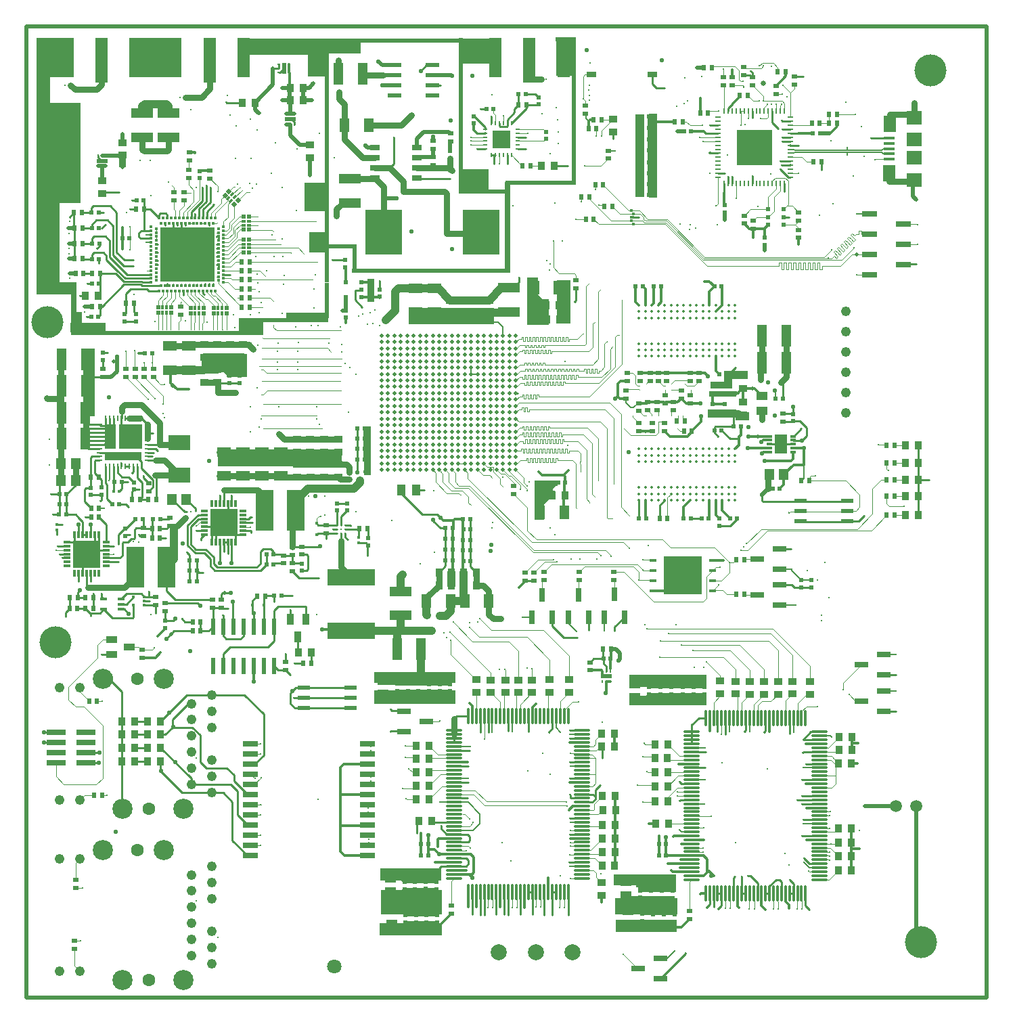
<source format=gtl>
%FSLAX25Y25*%
%MOIN*%
G70*
G01*
G75*
G04 Layer_Physical_Order=1*
G04 Layer_Color=255*
%ADD10C,0.01969*%
%ADD11C,0.01181*%
%ADD12R,0.05906X0.22047*%
%ADD13R,0.06299X0.19291*%
%ADD14R,0.02441X0.02441*%
%ADD15R,0.02559X0.02165*%
%ADD16R,0.02165X0.02559*%
%ADD17R,0.05512X0.03740*%
%ADD18R,0.02441X0.02441*%
%ADD19R,0.07087X0.04528*%
%ADD20R,0.03937X0.03543*%
%ADD21R,0.03543X0.03937*%
%ADD22R,0.04528X0.07087*%
%ADD23R,0.05709X0.04528*%
%ADD24R,0.04528X0.10630*%
%ADD25R,0.04528X0.05709*%
%ADD26R,0.10630X0.04528*%
%ADD27R,0.01654X0.01811*%
%ADD28R,0.01575X0.01575*%
%ADD29R,0.05512X0.04134*%
%ADD30R,0.08661X0.20472*%
%ADD31R,0.23622X0.07874*%
%ADD32R,0.06693X0.02795*%
%ADD33R,0.02795X0.06693*%
%ADD34R,0.01969X0.01969*%
%ADD35R,0.01969X0.01378*%
%ADD36R,0.01969X0.01969*%
%ADD37R,0.01378X0.01969*%
G04:AMPARAMS|DCode=38|XSize=13.78mil|YSize=19.69mil|CornerRadius=0mil|HoleSize=0mil|Usage=FLASHONLY|Rotation=315.000|XOffset=0mil|YOffset=0mil|HoleType=Round|Shape=Rectangle|*
%AMROTATEDRECTD38*
4,1,4,-0.01183,-0.00209,0.00209,0.01183,0.01183,0.00209,-0.00209,-0.01183,-0.01183,-0.00209,0.0*
%
%ADD38ROTATEDRECTD38*%

%ADD39P,0.02784X4X360.0*%
%ADD40R,0.06299X0.02165*%
%ADD41C,0.01378*%
%ADD42O,0.08268X0.01181*%
%ADD43O,0.01181X0.08268*%
%ADD44R,0.03347X0.01181*%
%ADD45R,0.01181X0.03347*%
%ADD46R,0.13386X0.13386*%
%ADD47R,0.03740X0.05512*%
%ADD48R,0.01575X0.00984*%
%ADD49R,0.01969X0.05512*%
%ADD50R,0.00984X0.01575*%
%ADD51R,0.05512X0.01969*%
%ADD52R,0.03543X0.01575*%
%ADD53R,0.01811X0.01654*%
%ADD54R,0.04724X0.02953*%
%ADD55O,0.02953X0.00984*%
%ADD56O,0.00984X0.02953*%
%ADD57R,0.17716X0.17716*%
%ADD58R,0.07520X0.02992*%
%ADD59R,0.00984X0.01969*%
%ADD60R,0.01969X0.00984*%
%ADD61R,0.09055X0.09055*%
%ADD62R,0.09449X0.02992*%
%ADD63C,0.05906*%
%ADD64R,0.10984X0.07559*%
%ADD65R,0.18110X0.22047*%
%ADD66R,0.04134X0.05512*%
%ADD67R,0.07284X0.02913*%
%ADD68R,0.02362X0.02362*%
%ADD69R,0.04528X0.02992*%
%ADD70C,0.00984*%
%ADD71R,0.02756X0.01181*%
%ADD72R,0.06221X0.09252*%
%ADD73O,0.03150X0.00984*%
%ADD74O,0.00984X0.03150*%
%ADD75R,0.18071X0.04370*%
%ADD76R,0.11181X0.12284*%
%ADD77R,0.05276X0.12284*%
%ADD78R,0.06299X0.08268*%
%ADD79R,0.05315X0.01575*%
%ADD80R,0.07480X0.07087*%
%ADD81R,0.01772X0.01378*%
%ADD82R,0.02362X0.07874*%
%ADD83R,0.01181X0.01181*%
%ADD84R,0.02362X0.01181*%
%ADD85R,0.07087X0.02362*%
%ADD86R,0.01772X0.01181*%
%ADD87R,0.01181X0.01772*%
%ADD88R,0.01181X0.01181*%
%ADD89R,0.26772X0.26772*%
%ADD90R,0.01575X0.01575*%
%ADD91R,0.03543X0.01772*%
%ADD92R,0.18898X0.18898*%
%ADD93C,0.03150*%
%ADD94C,0.00394*%
%ADD95C,0.01000*%
%ADD96C,0.00453*%
%ADD97C,0.01969*%
%ADD98C,0.01378*%
%ADD99C,0.03937*%
%ADD100C,0.00787*%
%ADD101C,0.00512*%
%ADD102C,0.00784*%
%ADD103C,0.00996*%
%ADD104C,0.01181*%
%ADD105R,0.09941X0.01870*%
%ADD106R,0.14075X0.03740*%
%ADD107R,0.04823X0.07776*%
%ADD108R,0.08268X0.01476*%
%ADD109R,0.12303X0.06004*%
%ADD110R,0.01181X0.00984*%
%ADD111R,0.03543X0.00787*%
%ADD112R,0.06299X0.00394*%
%ADD113R,0.31693X0.08071*%
%ADD114R,0.16535X0.19291*%
%ADD115R,0.08563X0.19291*%
%ADD116R,0.42224X0.07874*%
%ADD117R,0.03740X0.24016*%
%ADD118R,0.14370X0.08760*%
%ADD119R,0.09843X0.11122*%
%ADD120R,0.60335X0.08465*%
%ADD121R,0.05807X0.33169*%
%ADD122R,0.03740X0.41043*%
%ADD123R,0.04429X0.41240*%
%ADD124R,0.92913X0.01870*%
%ADD125R,0.02430X0.17389*%
%ADD126R,0.34449X0.01969*%
%ADD127R,0.03642X0.11417*%
%ADD128R,0.02431X0.00820*%
%ADD129R,0.04134X0.05413*%
%ADD130R,0.30413X0.06496*%
%ADD131R,0.30709X0.06299*%
%ADD132R,0.30315X0.12008*%
%ADD133R,0.40256X0.05807*%
%ADD134R,0.39961X0.06594*%
%ADD135R,0.00886X0.01280*%
%ADD136R,0.19095X0.03937*%
%ADD137R,0.27756X0.05413*%
%ADD138R,0.30315X0.06102*%
%ADD139R,0.30807X0.08268*%
%ADD140R,0.38091X0.05118*%
%ADD141R,0.38287X0.06398*%
%ADD142R,0.04232X0.02854*%
%ADD143R,0.05315X0.10728*%
%ADD144R,0.10531X0.12598*%
%ADD145R,0.07087X0.21752*%
%ADD146R,0.08465X0.02854*%
%ADD147R,0.02362X0.02264*%
%ADD148R,0.04429X0.02756*%
%ADD149R,0.11713X0.02953*%
%ADD150R,0.09843X0.04134*%
%ADD151R,0.04921X0.18504*%
%ADD152R,0.13189X0.03051*%
%ADD153R,0.06594X0.04232*%
%ADD154R,0.14075X0.03839*%
%ADD155R,0.03839X0.08661*%
%ADD156R,0.10728X0.03445*%
%ADD157R,0.02431X1.19587*%
%ADD158R,0.02264X0.05512*%
%ADD159R,0.03347X0.05315*%
%ADD160R,0.68504X0.02165*%
%ADD161R,0.02165X0.76575*%
%ADD162R,0.25098X0.01969*%
%ADD163R,0.02658X0.42618*%
%ADD164R,0.16043X0.02264*%
%ADD165R,0.02461X0.13189*%
%ADD166R,0.78150X0.02461*%
%ADD167R,0.34842X0.01969*%
%ADD168R,0.02264X0.71752*%
%ADD169R,0.11614X0.04035*%
%ADD170R,0.10925X0.14469*%
%ADD171R,0.19193X0.03051*%
%ADD172R,0.17224X0.04528*%
%ADD173R,0.05315X0.93799*%
%ADD174R,0.13386X0.08169*%
%ADD175R,0.08661X0.12402*%
%ADD176R,0.08465X0.09843*%
%ADD177R,0.09153X0.17224*%
%ADD178R,0.14764X0.11122*%
%ADD179R,0.13976X0.11319*%
%ADD180R,0.02854X0.21358*%
%ADD181R,0.15453X0.49409*%
%ADD182R,0.18996X0.06496*%
%ADD183R,0.06791X1.25492*%
%ADD184R,0.09911X0.06594*%
%ADD185C,0.15748*%
%ADD186C,0.09882*%
%ADD187C,0.06299*%
%ADD188C,0.04803*%
%ADD189C,0.07087*%
%ADD190C,0.07874*%
%ADD191C,0.00591*%
%ADD192C,0.02165*%
%ADD193C,0.01575*%
%ADD194C,0.02598*%
D10*
X38583Y308268D02*
D03*
X66732Y173819D02*
D03*
X287795Y164567D02*
D03*
X127362Y417913D02*
D03*
X67618Y296358D02*
D03*
X355709Y271358D02*
D03*
X353051Y294882D02*
D03*
X126476Y222342D02*
D03*
X191831Y175492D02*
D03*
X93110Y194193D02*
D03*
X202165Y449213D02*
D03*
X114075Y441634D02*
D03*
X42815Y403839D02*
D03*
X171358Y391634D02*
D03*
X404626Y360945D02*
D03*
X173638Y254780D02*
D03*
X170488Y257929D02*
D03*
Y254780D02*
D03*
X173638Y257929D02*
D03*
X176787Y254780D02*
D03*
X173638Y261079D02*
D03*
X176787D02*
D03*
X170488Y264229D02*
D03*
Y261079D02*
D03*
Y270528D02*
D03*
Y267378D02*
D03*
X173638D02*
D03*
Y264229D02*
D03*
Y270528D02*
D03*
X176787Y267378D02*
D03*
Y257929D02*
D03*
X179937Y254780D02*
D03*
Y261079D02*
D03*
Y257929D02*
D03*
X183087D02*
D03*
Y254780D02*
D03*
Y261079D02*
D03*
X186236Y257929D02*
D03*
X176787Y264229D02*
D03*
X179937D02*
D03*
X176787Y270528D02*
D03*
X179937Y267378D02*
D03*
X183087Y264229D02*
D03*
X186236Y261079D02*
D03*
X183087Y267378D02*
D03*
X186236D02*
D03*
X170488Y273677D02*
D03*
X173638D02*
D03*
X170488Y276827D02*
D03*
X176787Y273677D02*
D03*
X170488Y279977D02*
D03*
X173638Y276827D02*
D03*
X170488Y286276D02*
D03*
Y283126D02*
D03*
X173638Y279977D02*
D03*
X176787Y276827D02*
D03*
X173638Y283126D02*
D03*
X176787Y279977D02*
D03*
X179937Y273677D02*
D03*
Y270528D02*
D03*
Y279977D02*
D03*
Y276827D02*
D03*
X183087Y273677D02*
D03*
Y270528D02*
D03*
Y276827D02*
D03*
X186236Y273677D02*
D03*
X179937Y283126D02*
D03*
X183087Y279977D02*
D03*
X176787Y283126D02*
D03*
X179937Y286276D02*
D03*
X183087Y283126D02*
D03*
X186236D02*
D03*
X183087Y286276D02*
D03*
X186236D02*
D03*
Y254780D02*
D03*
X189386Y257929D02*
D03*
Y254780D02*
D03*
X192535D02*
D03*
X186236Y264229D02*
D03*
X189386Y261079D02*
D03*
Y270528D02*
D03*
Y264229D02*
D03*
X192535Y261079D02*
D03*
Y257929D02*
D03*
X189386Y267378D02*
D03*
X192535Y264229D02*
D03*
X195685Y257929D02*
D03*
Y254780D02*
D03*
Y261079D02*
D03*
X198835D02*
D03*
Y254780D02*
D03*
X201984D02*
D03*
X198835Y257929D02*
D03*
X201984D02*
D03*
X195685Y264229D02*
D03*
X198835D02*
D03*
X192535Y267378D02*
D03*
X195685D02*
D03*
X201984Y264229D02*
D03*
Y261079D02*
D03*
X198835Y267378D02*
D03*
X201984D02*
D03*
X186236Y270528D02*
D03*
X189386Y273677D02*
D03*
X186236Y276827D02*
D03*
X189386D02*
D03*
X192535Y273677D02*
D03*
Y270528D02*
D03*
Y276827D02*
D03*
X186236Y279977D02*
D03*
X189386D02*
D03*
Y286276D02*
D03*
Y283126D02*
D03*
X192535Y279977D02*
D03*
X195685Y276827D02*
D03*
X192535Y286276D02*
D03*
Y283126D02*
D03*
X195685Y270528D02*
D03*
X198835D02*
D03*
X195685Y273677D02*
D03*
X198835D02*
D03*
X201984D02*
D03*
Y270528D02*
D03*
X198835Y276827D02*
D03*
X201984D02*
D03*
X195685Y279977D02*
D03*
X198835D02*
D03*
X195685Y286276D02*
D03*
Y283126D02*
D03*
X198835D02*
D03*
X201984Y279977D02*
D03*
X198835Y286276D02*
D03*
X201984Y283126D02*
D03*
X173638Y286276D02*
D03*
X170488Y292575D02*
D03*
Y289425D02*
D03*
X173638Y292575D02*
D03*
Y289425D02*
D03*
Y295725D02*
D03*
X176787Y292575D02*
D03*
X170488Y298874D02*
D03*
Y295725D02*
D03*
Y302024D02*
D03*
X173638Y298874D02*
D03*
Y302024D02*
D03*
X176787Y295725D02*
D03*
X173638Y305173D02*
D03*
X176787Y302024D02*
D03*
Y289425D02*
D03*
Y286276D02*
D03*
X179937Y292575D02*
D03*
Y289425D02*
D03*
X183087Y292575D02*
D03*
Y289425D02*
D03*
X186236Y295725D02*
D03*
Y292575D02*
D03*
X176787Y298874D02*
D03*
X179937Y295725D02*
D03*
Y302024D02*
D03*
Y298874D02*
D03*
X183087D02*
D03*
Y295725D02*
D03*
Y302024D02*
D03*
X186236D02*
D03*
X170488Y308323D02*
D03*
Y305173D02*
D03*
Y311473D02*
D03*
X173638D02*
D03*
Y308323D02*
D03*
X176787Y305173D02*
D03*
Y311473D02*
D03*
Y308323D02*
D03*
X170488Y317772D02*
D03*
Y314622D02*
D03*
Y320921D02*
D03*
X173638Y317772D02*
D03*
Y314622D02*
D03*
X176787Y317772D02*
D03*
X173638Y320921D02*
D03*
X176787D02*
D03*
X179937Y308323D02*
D03*
Y305173D02*
D03*
X176787Y314622D02*
D03*
X179937Y311473D02*
D03*
X183087Y308323D02*
D03*
Y305173D02*
D03*
Y311473D02*
D03*
X186236D02*
D03*
X179937Y317772D02*
D03*
Y314622D02*
D03*
Y320921D02*
D03*
X183087Y317772D02*
D03*
Y314622D02*
D03*
X186236Y317772D02*
D03*
X183087Y320921D02*
D03*
X186236D02*
D03*
Y289425D02*
D03*
X189386Y292575D02*
D03*
Y289425D02*
D03*
X192535Y292575D02*
D03*
Y289425D02*
D03*
X189386Y295725D02*
D03*
X192535D02*
D03*
X186236Y298874D02*
D03*
X189386Y302024D02*
D03*
X186236Y305173D02*
D03*
X189386D02*
D03*
Y298874D02*
D03*
X192535D02*
D03*
Y305173D02*
D03*
Y302024D02*
D03*
X195685Y289425D02*
D03*
X198835D02*
D03*
X195685Y295725D02*
D03*
Y292575D02*
D03*
X198835D02*
D03*
X201984Y289425D02*
D03*
X198835Y295725D02*
D03*
X201984Y292575D02*
D03*
X195685Y298874D02*
D03*
X198835D02*
D03*
X195685Y302024D02*
D03*
X198835D02*
D03*
X201984Y298874D02*
D03*
Y295725D02*
D03*
X198835Y305173D02*
D03*
X201984Y302024D02*
D03*
X186236Y308323D02*
D03*
X189386D02*
D03*
Y314622D02*
D03*
Y311473D02*
D03*
X192535D02*
D03*
Y308323D02*
D03*
Y314622D02*
D03*
X195685Y311473D02*
D03*
X186236Y314622D02*
D03*
X189386Y317772D02*
D03*
Y320921D02*
D03*
X192535Y317772D02*
D03*
Y320921D02*
D03*
X195685Y308323D02*
D03*
Y305173D02*
D03*
Y314622D02*
D03*
X198835Y308323D02*
D03*
X201984D02*
D03*
Y305173D02*
D03*
X198835Y311473D02*
D03*
X201984D02*
D03*
X195685Y317772D02*
D03*
X198835Y314622D02*
D03*
X195685Y320921D02*
D03*
X198835Y317772D02*
D03*
X201984D02*
D03*
Y314622D02*
D03*
X198835Y320921D02*
D03*
X201984D02*
D03*
X208283Y254780D02*
D03*
X205134Y257929D02*
D03*
Y254780D02*
D03*
X208283Y257929D02*
D03*
X211433Y254780D02*
D03*
Y261079D02*
D03*
Y257929D02*
D03*
X205134Y261079D02*
D03*
X208283D02*
D03*
X205134Y267378D02*
D03*
Y264229D02*
D03*
X208283Y267378D02*
D03*
Y264229D02*
D03*
X211433Y270528D02*
D03*
Y267378D02*
D03*
X214583Y254780D02*
D03*
X217732D02*
D03*
X214583Y261079D02*
D03*
Y257929D02*
D03*
X217732D02*
D03*
X220882Y254780D02*
D03*
X217732Y261079D02*
D03*
X220882D02*
D03*
X211433Y264229D02*
D03*
X214583D02*
D03*
Y267378D02*
D03*
X217732Y270528D02*
D03*
Y264229D02*
D03*
X220882D02*
D03*
X217732Y267378D02*
D03*
X220882D02*
D03*
X205134Y270528D02*
D03*
Y276827D02*
D03*
Y273677D02*
D03*
X208283D02*
D03*
Y270528D02*
D03*
X211433Y276827D02*
D03*
Y273677D02*
D03*
X205134Y283126D02*
D03*
Y279977D02*
D03*
X201984Y286276D02*
D03*
X205134D02*
D03*
X208283Y279977D02*
D03*
Y276827D02*
D03*
Y283126D02*
D03*
X211433D02*
D03*
X214583Y273677D02*
D03*
Y270528D02*
D03*
X211433Y279977D02*
D03*
X214583Y276827D02*
D03*
X217732D02*
D03*
Y273677D02*
D03*
X214583Y279977D02*
D03*
X220882Y276827D02*
D03*
X214583Y283126D02*
D03*
X217732Y279977D02*
D03*
X211433Y286276D02*
D03*
X217732Y283126D02*
D03*
X220882D02*
D03*
Y279977D02*
D03*
X217732Y286276D02*
D03*
X220882D02*
D03*
X224031Y254780D02*
D03*
X220882Y257929D02*
D03*
X224031D02*
D03*
X227181Y254780D02*
D03*
X230331D02*
D03*
X227181Y257929D02*
D03*
X230331D02*
D03*
X224031Y264229D02*
D03*
Y261079D02*
D03*
X220882Y270528D02*
D03*
X224031Y267378D02*
D03*
X227181Y264229D02*
D03*
Y261079D02*
D03*
Y267378D02*
D03*
X230331Y270528D02*
D03*
X233480Y254780D02*
D03*
X236630D02*
D03*
X230331Y261079D02*
D03*
X233480Y257929D02*
D03*
X236630D02*
D03*
X230331Y264229D02*
D03*
X233480Y261079D02*
D03*
X230331Y267378D02*
D03*
X233480Y264229D02*
D03*
X236630D02*
D03*
Y261079D02*
D03*
X233480Y267378D02*
D03*
X236630D02*
D03*
X220882Y273677D02*
D03*
X224031Y270528D02*
D03*
Y276827D02*
D03*
Y273677D02*
D03*
X227181D02*
D03*
Y270528D02*
D03*
Y276827D02*
D03*
X230331Y273677D02*
D03*
X224031Y279977D02*
D03*
X227181D02*
D03*
X224031Y286276D02*
D03*
Y283126D02*
D03*
X230331Y279977D02*
D03*
Y276827D02*
D03*
X227181Y286276D02*
D03*
Y283126D02*
D03*
X233480Y270528D02*
D03*
X236630D02*
D03*
X233480Y273677D02*
D03*
X236630Y276827D02*
D03*
Y273677D02*
D03*
X233480Y279977D02*
D03*
Y276827D02*
D03*
X230331Y283126D02*
D03*
X233480D02*
D03*
X236630D02*
D03*
Y279977D02*
D03*
X233480Y286276D02*
D03*
X236630D02*
D03*
X205134Y289425D02*
D03*
X208283D02*
D03*
Y286276D02*
D03*
X205134Y292575D02*
D03*
X211433D02*
D03*
X205134Y298874D02*
D03*
Y295725D02*
D03*
Y302024D02*
D03*
X208283Y305173D02*
D03*
Y295725D02*
D03*
Y292575D02*
D03*
Y302024D02*
D03*
Y298874D02*
D03*
X211433Y289425D02*
D03*
X214583Y286276D02*
D03*
Y292575D02*
D03*
Y289425D02*
D03*
X217732Y292575D02*
D03*
Y289425D02*
D03*
X214583Y295725D02*
D03*
X217732D02*
D03*
X211433Y298874D02*
D03*
Y295725D02*
D03*
Y302024D02*
D03*
X214583Y305173D02*
D03*
Y298874D02*
D03*
X217732D02*
D03*
X214583Y302024D02*
D03*
X217732D02*
D03*
X205134Y308323D02*
D03*
Y305173D02*
D03*
Y311473D02*
D03*
X208283Y308323D02*
D03*
X211433D02*
D03*
Y305173D02*
D03*
X208283Y311473D02*
D03*
X211433D02*
D03*
X205134Y314622D02*
D03*
X208283D02*
D03*
X205134Y320921D02*
D03*
Y317772D02*
D03*
X208283D02*
D03*
X211433Y314622D02*
D03*
X208283Y320921D02*
D03*
X211433D02*
D03*
X214583Y308323D02*
D03*
X217732Y305173D02*
D03*
X214583Y314622D02*
D03*
Y311473D02*
D03*
X217732D02*
D03*
Y308323D02*
D03*
Y314622D02*
D03*
X220882Y311473D02*
D03*
X211433Y317772D02*
D03*
X214583D02*
D03*
Y320921D02*
D03*
X217732Y317772D02*
D03*
X220882D02*
D03*
Y314622D02*
D03*
X217732Y320921D02*
D03*
X220882D02*
D03*
Y289425D02*
D03*
Y295725D02*
D03*
Y292575D02*
D03*
X224031Y289425D02*
D03*
X227181D02*
D03*
X224031Y292575D02*
D03*
X227181D02*
D03*
X224031Y298874D02*
D03*
Y295725D02*
D03*
X220882Y302024D02*
D03*
Y298874D02*
D03*
X227181D02*
D03*
Y295725D02*
D03*
X224031Y302024D02*
D03*
X227181D02*
D03*
X230331Y289425D02*
D03*
Y286276D02*
D03*
Y292575D02*
D03*
X233480Y289425D02*
D03*
Y292575D02*
D03*
X236630Y289425D02*
D03*
Y295725D02*
D03*
Y292575D02*
D03*
X230331Y298874D02*
D03*
Y295725D02*
D03*
Y302024D02*
D03*
X233480Y298874D02*
D03*
Y295725D02*
D03*
X236630Y298874D02*
D03*
X233480Y302024D02*
D03*
X236630D02*
D03*
X220882Y305173D02*
D03*
X224031D02*
D03*
X220882Y308323D02*
D03*
X224031D02*
D03*
X227181D02*
D03*
Y305173D02*
D03*
X224031Y311473D02*
D03*
X230331D02*
D03*
X224031Y314622D02*
D03*
X227181Y311473D02*
D03*
X224031Y320921D02*
D03*
Y317772D02*
D03*
X227181D02*
D03*
Y314622D02*
D03*
Y320921D02*
D03*
X230331Y317772D02*
D03*
Y305173D02*
D03*
X233480D02*
D03*
X230331Y308323D02*
D03*
X233480Y311473D02*
D03*
Y308323D02*
D03*
X236630Y305173D02*
D03*
Y311473D02*
D03*
Y308323D02*
D03*
X230331Y314622D02*
D03*
X233480D02*
D03*
X230331Y320921D02*
D03*
X233480Y317772D02*
D03*
X236630D02*
D03*
Y314622D02*
D03*
X233480Y320921D02*
D03*
X236630D02*
D03*
X42815Y406201D02*
D03*
X347539Y407185D02*
D03*
Y411516D02*
D03*
X351870Y407185D02*
D03*
Y411516D02*
D03*
X347539Y420177D02*
D03*
Y415846D02*
D03*
X351870Y420177D02*
D03*
Y415846D02*
D03*
X356201Y407185D02*
D03*
X360531Y411516D02*
D03*
Y407185D02*
D03*
X356201Y411516D02*
D03*
Y415846D02*
D03*
X360531D02*
D03*
X356201Y420177D02*
D03*
X360531D02*
D03*
X35433Y261457D02*
D03*
X39370D02*
D03*
X36909Y266083D02*
D03*
Y271201D02*
D03*
Y276319D02*
D03*
X42224Y271201D02*
D03*
X47244Y261457D02*
D03*
X43307D02*
D03*
X51181D02*
D03*
X46752Y266083D02*
D03*
X46752Y276319D02*
D03*
Y271201D02*
D03*
X51279Y271201D02*
D03*
D11*
X390650Y359252D02*
D03*
X44685Y381595D02*
D03*
X24213Y332677D02*
D03*
X16732Y349114D02*
D03*
X16634Y361122D02*
D03*
X16535Y363779D02*
D03*
X16634Y371358D02*
D03*
X16732Y377166D02*
D03*
X263090Y65354D02*
D03*
X415256Y267126D02*
D03*
X348819Y216732D02*
D03*
X350295Y218406D02*
D03*
X347441Y215256D02*
D03*
X427854Y236910D02*
D03*
X420079Y254429D02*
D03*
X440158Y249803D02*
D03*
X391732Y70669D02*
D03*
X391142Y64469D02*
D03*
X23228Y49016D02*
D03*
X22047Y22736D02*
D03*
X32776Y140748D02*
D03*
X263583Y71358D02*
D03*
X35335Y94587D02*
D03*
X260236Y452949D02*
D03*
X216531Y457870D02*
D03*
X408563Y89075D02*
D03*
X433858Y387992D02*
D03*
X433957Y73032D02*
D03*
X199646Y444153D02*
D03*
X58563Y457870D02*
D03*
X351476Y38681D02*
D03*
X354035D02*
D03*
X89862Y24409D02*
D03*
X339862Y38976D02*
D03*
X342224D02*
D03*
X375295Y38681D02*
D03*
X377362D02*
D03*
X79137Y42719D02*
D03*
X365748Y38484D02*
D03*
X363484D02*
D03*
X108169Y462598D02*
D03*
X9843Y452559D02*
D03*
X110039Y332185D02*
D03*
X138484Y285925D02*
D03*
X154232Y283268D02*
D03*
X159252Y330709D02*
D03*
X167028Y333465D02*
D03*
X150295Y325295D02*
D03*
X128051Y325197D02*
D03*
X109350Y316142D02*
D03*
X301870Y217717D02*
D03*
X276476Y210827D02*
D03*
X315354Y178445D02*
D03*
X300295D02*
D03*
X329134Y157480D02*
D03*
X324410D02*
D03*
X242323Y157087D02*
D03*
X228445Y156398D02*
D03*
X217815Y179823D02*
D03*
X213681Y179626D02*
D03*
X202362Y172146D02*
D03*
X79035Y393996D02*
D03*
X106890Y393602D02*
D03*
X65551Y396555D02*
D03*
X122047Y346260D02*
D03*
X113976Y352756D02*
D03*
X157874Y301772D02*
D03*
X119882Y285728D02*
D03*
X105709Y285827D02*
D03*
X139075Y325984D02*
D03*
X135728Y325984D02*
D03*
X163386Y326476D02*
D03*
X144390Y317224D02*
D03*
X150984Y312992D02*
D03*
X150886Y316634D02*
D03*
X154921Y305217D02*
D03*
X152559Y307185D02*
D03*
X110335Y275886D02*
D03*
X139961Y277264D02*
D03*
X138583Y279823D02*
D03*
X111221D02*
D03*
X109153Y295374D02*
D03*
X129232Y304331D02*
D03*
X119291D02*
D03*
X129232Y307874D02*
D03*
X119291Y307776D02*
D03*
Y313091D02*
D03*
X129331Y313090D02*
D03*
X119390Y317323D02*
D03*
X121850Y359744D02*
D03*
X201279Y174705D02*
D03*
X253248Y353248D02*
D03*
X71063Y438307D02*
D03*
X14370Y444291D02*
D03*
X99410Y395669D02*
D03*
X108858Y395472D02*
D03*
X105610Y395768D02*
D03*
X116535Y370472D02*
D03*
X129528Y317618D02*
D03*
X73701Y438307D02*
D03*
X17323Y444291D02*
D03*
X58563Y167126D02*
D03*
X61614Y164862D02*
D03*
X32579Y163878D02*
D03*
X296752Y420472D02*
D03*
X269685Y437697D02*
D03*
X94587Y439173D02*
D03*
X110039Y430610D02*
D03*
X76477Y432185D02*
D03*
X348819Y443307D02*
D03*
X367520Y434941D02*
D03*
X340846Y410039D02*
D03*
X337303Y206988D02*
D03*
X336614Y198327D02*
D03*
X140650Y231988D02*
D03*
X106791Y228937D02*
D03*
X106496Y231693D02*
D03*
X106102Y223917D02*
D03*
X105807Y226575D02*
D03*
X38484Y213386D02*
D03*
X79232Y227067D02*
D03*
X384260Y251762D02*
D03*
X321260Y436713D02*
D03*
X404665Y350945D02*
D03*
X339665Y227264D02*
D03*
X325394Y230807D02*
D03*
X222827Y39378D02*
D03*
X164173Y71063D02*
D03*
X225098Y39378D02*
D03*
X164173Y72965D02*
D03*
X246449Y39469D02*
D03*
X165059Y101673D02*
D03*
X248721Y39469D02*
D03*
X165059Y103575D02*
D03*
X237008Y39280D02*
D03*
X163976Y88221D02*
D03*
X234736Y39280D02*
D03*
X163976Y86319D02*
D03*
X260531Y39378D02*
D03*
X165157Y118437D02*
D03*
X258260Y39378D02*
D03*
X165157Y116536D02*
D03*
X433760Y356201D02*
D03*
X404567Y380945D02*
D03*
X434449Y365748D02*
D03*
X392028Y363189D02*
D03*
X434646Y375492D02*
D03*
X403150Y364075D02*
D03*
X411516Y418110D02*
D03*
X413484Y407579D02*
D03*
X403839Y429921D02*
D03*
X399803Y409842D02*
D03*
Y413681D02*
D03*
X196260Y244685D02*
D03*
X275689Y392913D02*
D03*
X268996Y387008D02*
D03*
X277658Y385138D02*
D03*
X59153Y184154D02*
D03*
X56890Y183661D02*
D03*
X27264Y182776D02*
D03*
X56102Y190354D02*
D03*
X32579Y193898D02*
D03*
X55709Y194980D02*
D03*
X28543Y193996D02*
D03*
X127067Y142421D02*
D03*
X14764Y182579D02*
D03*
X138583Y183661D02*
D03*
X377756Y115453D02*
D03*
X279134Y112795D02*
D03*
X125492Y153937D02*
D03*
X251870Y357776D02*
D03*
X253642Y356102D02*
D03*
X133071Y187500D02*
D03*
X94784Y186516D02*
D03*
X377264Y275098D02*
D03*
X117618Y189961D02*
D03*
X146555Y225590D02*
D03*
X72047Y181595D02*
D03*
X123228Y164272D02*
D03*
X126575Y192815D02*
D03*
X59744Y173031D02*
D03*
X95768Y167717D02*
D03*
X125591Y186024D02*
D03*
X127657Y159449D02*
D03*
X92323Y183169D02*
D03*
X335996Y125858D02*
D03*
X339961Y124409D02*
D03*
X341902Y125815D02*
D03*
X349114Y125886D02*
D03*
X351744Y126012D02*
D03*
X358957Y125492D02*
D03*
X371429Y124776D02*
D03*
X373398Y125618D02*
D03*
X378055Y121847D02*
D03*
X379531Y110036D02*
D03*
X378252Y108067D02*
D03*
X377457Y102162D02*
D03*
X377563Y94288D02*
D03*
X377661Y90351D02*
D03*
X378153Y82477D02*
D03*
X378146Y80508D02*
D03*
X377464Y74603D02*
D03*
X378445Y63681D02*
D03*
X378346Y61516D02*
D03*
X381201Y38189D02*
D03*
X371555Y52756D02*
D03*
X366535Y52854D02*
D03*
X350886Y54724D02*
D03*
X347807Y54500D02*
D03*
X344488Y54429D02*
D03*
X336221Y38484D02*
D03*
X330512Y39272D02*
D03*
X317028Y77658D02*
D03*
X329524Y90351D02*
D03*
X317224Y91732D02*
D03*
Y101083D02*
D03*
X329720Y102162D02*
D03*
X329721Y108067D02*
D03*
X330016Y115941D02*
D03*
X329918Y117910D02*
D03*
X323201Y129063D02*
D03*
X219087Y125598D02*
D03*
X223024Y125697D02*
D03*
X224992Y125681D02*
D03*
X234835Y125894D02*
D03*
X242709Y125894D02*
D03*
X252756Y125689D02*
D03*
X258661D02*
D03*
X263289Y126559D02*
D03*
X263335Y124555D02*
D03*
X263240Y122587D02*
D03*
X263335Y110776D02*
D03*
X263433Y108807D02*
D03*
X263338Y102902D02*
D03*
X278051Y99508D02*
D03*
X263335Y83217D02*
D03*
X263433Y81248D02*
D03*
X263240Y75343D02*
D03*
X262941Y61563D02*
D03*
X263039Y59595D02*
D03*
X262394Y35441D02*
D03*
X254520Y35622D02*
D03*
X250583Y35622D02*
D03*
X244677Y35736D02*
D03*
X238772Y35917D02*
D03*
X232866Y35441D02*
D03*
X230898Y35736D02*
D03*
X226961Y35721D02*
D03*
X221055Y35539D02*
D03*
X219087Y35638D02*
D03*
X215059Y35728D02*
D03*
X199803Y79429D02*
D03*
X199264Y91091D02*
D03*
X212941Y93059D02*
D03*
X213142Y100933D02*
D03*
X213141Y102902D02*
D03*
X213240Y108807D02*
D03*
X213831Y116681D02*
D03*
X214024Y118650D02*
D03*
X143110Y220768D02*
D03*
X142618Y232480D02*
D03*
Y242028D02*
D03*
X151083Y238386D02*
D03*
X153740Y220472D02*
D03*
X163583Y212697D02*
D03*
X157776Y234350D02*
D03*
X155315Y227362D02*
D03*
X150591Y214764D02*
D03*
X74409Y234154D02*
D03*
X78839Y234547D02*
D03*
X76673Y234350D02*
D03*
X94685Y213484D02*
D03*
X92716Y214567D02*
D03*
X96653Y242126D02*
D03*
X90748Y242323D02*
D03*
X79134Y224803D02*
D03*
X82480Y204134D02*
D03*
X74410Y214370D02*
D03*
X81496Y220374D02*
D03*
X139567Y201575D02*
D03*
X134449Y241732D02*
D03*
X38583Y217323D02*
D03*
X27165Y199902D02*
D03*
X21250Y199890D02*
D03*
X10728Y217323D02*
D03*
X21260Y231299D02*
D03*
X24508Y231693D02*
D03*
X10433Y222835D02*
D03*
X13287Y228051D02*
D03*
X34744Y220965D02*
D03*
X64173Y221161D02*
D03*
X46555Y222736D02*
D03*
X50787D02*
D03*
X40945Y209646D02*
D03*
Y218110D02*
D03*
X13178Y211406D02*
D03*
X48130Y219390D02*
D03*
X11811Y213189D02*
D03*
X50886Y219291D02*
D03*
X42314Y258259D02*
D03*
X53248Y251772D02*
D03*
X36024Y249705D02*
D03*
X33957Y236024D02*
D03*
X45866Y236614D02*
D03*
X57972Y272736D02*
D03*
X60236Y264370D02*
D03*
X47638Y253150D02*
D03*
X35531Y312500D02*
D03*
X51083Y245177D02*
D03*
X58169Y263386D02*
D03*
X45374Y248917D02*
D03*
X58366Y267224D02*
D03*
X57382Y261417D02*
D03*
X169390Y347736D02*
D03*
X304626Y417717D02*
D03*
X406791Y424016D02*
D03*
X399311Y435925D02*
D03*
X375886Y414665D02*
D03*
X402953Y399508D02*
D03*
X391831Y417028D02*
D03*
X367618Y404823D02*
D03*
X319685Y448032D02*
D03*
X359154Y362992D02*
D03*
X315846Y433760D02*
D03*
X392815Y385925D02*
D03*
X408169Y409350D02*
D03*
X367914Y439961D02*
D03*
X375787Y400886D02*
D03*
X335138Y384941D02*
D03*
X345079Y388681D02*
D03*
X327067Y418602D02*
D03*
X328839Y416437D02*
D03*
X262205Y404429D02*
D03*
X219094Y432579D02*
D03*
X256594Y433169D02*
D03*
X257579Y415650D02*
D03*
X257480Y421358D02*
D03*
X257087Y427165D02*
D03*
X241437Y412795D02*
D03*
X217421D02*
D03*
X225689Y405610D02*
D03*
X224606Y429035D02*
D03*
X244882Y439862D02*
D03*
X235925Y431201D02*
D03*
X241634Y418701D02*
D03*
X232480Y405709D02*
D03*
X217520Y420669D02*
D03*
X228543Y405610D02*
D03*
X230512Y429331D02*
D03*
X32701Y400024D02*
D03*
X46654Y383071D02*
D03*
X42815Y420079D02*
D03*
X93996Y435728D02*
D03*
X135236Y399902D02*
D03*
X129035Y416043D02*
D03*
X51476Y407185D02*
D03*
X109055Y422343D02*
D03*
X98721Y424311D02*
D03*
X16732Y351575D02*
D03*
X16634Y358760D02*
D03*
X16535Y366339D02*
D03*
X16142Y373917D02*
D03*
X16732Y379134D02*
D03*
X55709Y342961D02*
D03*
X58956Y327764D02*
D03*
X73721Y328150D02*
D03*
X109350Y347047D02*
D03*
X122441Y350492D02*
D03*
X117520Y359842D02*
D03*
X128543Y382481D02*
D03*
X128839Y412795D02*
D03*
X118012Y415945D02*
D03*
X151083Y333268D02*
D03*
X121653Y368406D02*
D03*
X84646Y327559D02*
D03*
X78642Y411024D02*
D03*
X98327Y324882D02*
D03*
X105807Y331299D02*
D03*
X121653Y331988D02*
D03*
X110138Y342717D02*
D03*
X109153Y351181D02*
D03*
X108563Y359744D02*
D03*
X121555Y393799D02*
D03*
X116240Y400886D02*
D03*
X95965Y429429D02*
D03*
X106004Y427461D02*
D03*
X106299Y408366D02*
D03*
X98622Y408268D02*
D03*
X46654Y327953D02*
D03*
X47343Y387697D02*
D03*
X33661Y381398D02*
D03*
X34449Y375689D02*
D03*
X30315Y363878D02*
D03*
X31299Y356496D02*
D03*
X56496Y407185D02*
D03*
X25098Y330315D02*
D03*
X25492Y346555D02*
D03*
X21752Y340650D02*
D03*
X86122Y393799D02*
D03*
X84055Y394882D02*
D03*
X78666Y380831D02*
D03*
X87992Y385433D02*
D03*
X82185Y393799D02*
D03*
X83464Y402166D02*
D03*
X89764Y391732D02*
D03*
X139862Y420669D02*
D03*
X137205Y343996D02*
D03*
X152854Y327264D02*
D03*
X165847Y347244D02*
D03*
X165453Y339862D02*
D03*
X137697Y350886D02*
D03*
X137106Y334547D02*
D03*
X329228Y72634D02*
D03*
X327559Y45866D02*
D03*
X334028Y39496D02*
D03*
X346654Y39075D02*
D03*
X359350Y38386D02*
D03*
X371162Y38878D02*
D03*
X379721Y72634D02*
D03*
X379721Y88382D02*
D03*
X379524Y100193D02*
D03*
X379425Y119878D02*
D03*
X332059Y126110D02*
D03*
X361587Y126012D02*
D03*
X316728Y110036D02*
D03*
X297933Y40945D02*
D03*
X186957Y43949D02*
D03*
X181693Y43996D02*
D03*
X212941Y110776D02*
D03*
X198228Y69193D02*
D03*
X213181Y39477D02*
D03*
X217118Y39477D02*
D03*
X228929Y39461D02*
D03*
X240740Y39280D02*
D03*
X252658Y53937D02*
D03*
X263484Y73327D02*
D03*
X262795Y87303D02*
D03*
X263335Y100933D02*
D03*
X263290Y120661D02*
D03*
X246358Y139469D02*
D03*
X213878Y139961D02*
D03*
X176280Y142913D02*
D03*
X139173Y92421D02*
D03*
X150295Y98425D02*
D03*
X215650Y81201D02*
D03*
X213780Y82973D02*
D03*
X180708Y98022D02*
D03*
X229724Y71162D02*
D03*
X214075Y68406D02*
D03*
X285433Y63288D02*
D03*
X249803Y115355D02*
D03*
X263583Y115158D02*
D03*
X285236Y121851D02*
D03*
X278937Y42028D02*
D03*
X253346Y104823D02*
D03*
X278642Y56004D02*
D03*
X263484Y53642D02*
D03*
X263583Y69390D02*
D03*
X263484Y77362D02*
D03*
X212008Y67323D02*
D03*
X187992Y75886D02*
D03*
X189862Y75788D02*
D03*
X212303Y57579D02*
D03*
X198917Y38878D02*
D03*
X198819Y54429D02*
D03*
X196850Y61516D02*
D03*
X173622Y43012D02*
D03*
X181693Y55217D02*
D03*
X182283Y29232D02*
D03*
Y38976D02*
D03*
X178051Y152165D02*
D03*
X242569Y106693D02*
D03*
X391240Y62599D02*
D03*
X405217Y120276D02*
D03*
X405905Y77166D02*
D03*
X405807Y68110D02*
D03*
X391339Y66634D02*
D03*
X391240Y78347D02*
D03*
X391339Y84449D02*
D03*
X391437Y86516D02*
D03*
X328937Y66634D02*
D03*
X344705Y71378D02*
D03*
X328937Y68504D02*
D03*
X329134Y78543D02*
D03*
X307087Y74508D02*
D03*
X317622Y58855D02*
D03*
X317819Y62792D02*
D03*
X318016Y70666D02*
D03*
X314071Y74307D02*
D03*
X313189Y57677D02*
D03*
X306988Y50295D02*
D03*
X300295Y51378D02*
D03*
X289764Y41536D02*
D03*
X311414Y60823D02*
D03*
X298862Y29484D02*
D03*
X302327Y141402D02*
D03*
Y150063D02*
D03*
X404823Y110335D02*
D03*
X302165Y80610D02*
D03*
X371260Y60236D02*
D03*
X380807Y57087D02*
D03*
X338189Y110433D02*
D03*
X360433Y107579D02*
D03*
X332776Y84351D02*
D03*
X175394Y230020D02*
D03*
X189567Y208662D02*
D03*
X338858Y210354D02*
D03*
X299016Y205610D02*
D03*
X297047Y200492D02*
D03*
X299016Y210433D02*
D03*
X242224Y246949D02*
D03*
X238780Y245374D02*
D03*
X242126Y244488D02*
D03*
X248327Y243701D02*
D03*
X261519Y338881D02*
D03*
X245669Y336122D02*
D03*
X262598Y254429D02*
D03*
X260728Y308366D02*
D03*
X247736Y253740D02*
D03*
X183957Y107579D02*
D03*
X182324Y118956D02*
D03*
X182087Y113386D02*
D03*
X231102Y156496D02*
D03*
X182352Y92845D02*
D03*
X218701Y181693D02*
D03*
X205807Y179916D02*
D03*
X204429Y170965D02*
D03*
X204134Y174902D02*
D03*
X213681Y177264D02*
D03*
X278445Y212500D02*
D03*
X283469Y212300D02*
D03*
X292421Y216240D02*
D03*
X296457Y99508D02*
D03*
X301132Y176526D02*
D03*
X311860Y174163D02*
D03*
X299311Y113484D02*
D03*
X299705Y120079D02*
D03*
X307776Y170669D02*
D03*
X318307Y168504D02*
D03*
X307579Y162500D02*
D03*
X323819Y165748D02*
D03*
X330610Y160236D02*
D03*
X301280Y106201D02*
D03*
X299016Y91339D02*
D03*
X316339Y94292D02*
D03*
Y96260D02*
D03*
X261614Y91339D02*
D03*
X261713Y89370D02*
D03*
X224803Y226181D02*
D03*
X225098Y229036D02*
D03*
X244390Y156988D02*
D03*
X57382Y307481D02*
D03*
X53347Y307677D02*
D03*
X50984Y312205D02*
D03*
X54626Y370571D02*
D03*
X54626Y367028D02*
D03*
X46457Y363189D02*
D03*
Y374410D02*
D03*
X42815Y374114D02*
D03*
X42717Y363583D02*
D03*
X97638Y331299D02*
D03*
X48228Y358071D02*
D03*
X48130Y355315D02*
D03*
X147244Y408465D02*
D03*
X24311Y335236D02*
D03*
X111122Y337205D02*
D03*
X121358Y443012D02*
D03*
X121457Y436811D02*
D03*
X136811Y445079D02*
D03*
X136221Y436811D02*
D03*
X242618Y420669D02*
D03*
X214665Y414764D02*
D03*
X214567Y416732D02*
D03*
Y418701D02*
D03*
X348524Y446063D02*
D03*
X360532Y434744D02*
D03*
X358563Y436417D02*
D03*
X356594Y436417D02*
D03*
X362500Y434842D02*
D03*
X356594Y453740D02*
D03*
X358563Y453740D02*
D03*
X362500Y453642D02*
D03*
X368209Y444095D02*
D03*
X351083Y428051D02*
D03*
X347342Y424606D02*
D03*
X357087Y427854D02*
D03*
X375984Y420571D02*
D03*
X330217D02*
D03*
X339272Y391338D02*
D03*
X368799Y391831D02*
D03*
X339567Y377756D02*
D03*
X391043Y420472D02*
D03*
X316339Y421555D02*
D03*
X355807Y384646D02*
D03*
X328642Y424508D02*
D03*
X336417Y431693D02*
D03*
X325098Y374016D02*
D03*
X338878Y452362D02*
D03*
X266240Y378346D02*
D03*
X253642Y410532D02*
D03*
X249606Y430118D02*
D03*
X309941Y442815D02*
D03*
X325886Y452756D02*
D03*
X343602Y435101D02*
D03*
X349508Y424902D02*
D03*
X328051Y448524D02*
D03*
X343209Y451772D02*
D03*
X352264Y451279D02*
D03*
X368356Y447490D02*
D03*
X378150Y448425D02*
D03*
X370079Y438583D02*
D03*
X367421Y426772D02*
D03*
X365748Y423032D02*
D03*
X367913Y422539D02*
D03*
X367913Y418602D02*
D03*
X367914Y416634D02*
D03*
X366732Y406791D02*
D03*
X387106Y402559D02*
D03*
X362303Y400591D02*
D03*
X375984Y365846D02*
D03*
X371063Y379331D02*
D03*
X353642Y369291D02*
D03*
X353051Y399409D02*
D03*
X343209Y399213D02*
D03*
X341240Y399114D02*
D03*
X339665Y400886D02*
D03*
X335925Y375492D02*
D03*
X317421Y375886D02*
D03*
X332185Y400787D02*
D03*
X332283Y410827D02*
D03*
X332185Y424508D02*
D03*
X327362Y437894D02*
D03*
X366831Y402854D02*
D03*
X364862Y434744D02*
D03*
X353051Y428248D02*
D03*
X44390Y313386D02*
D03*
X48917Y313484D02*
D03*
X219587Y425457D02*
D03*
X146162Y358169D02*
D03*
X235335Y384843D02*
D03*
X204232Y398327D02*
D03*
X191535Y244783D02*
D03*
X255118Y367618D02*
D03*
X265453Y337500D02*
D03*
X259350Y367421D02*
D03*
X255906Y386319D02*
D03*
X278937Y419095D02*
D03*
X276279Y419291D02*
D03*
X270374Y404626D02*
D03*
X285531Y412008D02*
D03*
X272342Y426575D02*
D03*
X284350Y418012D02*
D03*
X297047Y379232D02*
D03*
X239961Y182185D02*
D03*
X266831Y172146D02*
D03*
X266437Y175295D02*
D03*
X272421Y175768D02*
D03*
X280039Y175709D02*
D03*
X285138Y175394D02*
D03*
X372224Y215728D02*
D03*
X372657Y198110D02*
D03*
X372421Y205728D02*
D03*
X374587Y188110D02*
D03*
X237795Y197047D02*
D03*
X256693Y209449D02*
D03*
X243110Y249016D02*
D03*
X255020Y210630D02*
D03*
X255807Y223031D02*
D03*
X253346Y226083D02*
D03*
X230118Y251181D02*
D03*
X296358Y401575D02*
D03*
X304823Y394094D02*
D03*
X263878Y210827D02*
D03*
X268110Y210925D02*
D03*
X371161Y233661D02*
D03*
X373524Y257382D02*
D03*
X390748Y192028D02*
D03*
X388681Y209350D02*
D03*
X387205Y183268D02*
D03*
X385039Y200492D02*
D03*
X380118Y205315D02*
D03*
X387008Y180709D02*
D03*
X221055Y122335D02*
D03*
X174702Y136895D02*
D03*
X174803Y125984D02*
D03*
X199114Y131102D02*
D03*
X267421Y140650D02*
D03*
X279232Y130610D02*
D03*
X289469Y16240D02*
D03*
X337965Y124480D02*
D03*
X385039Y138386D02*
D03*
X397736Y146555D02*
D03*
X400787Y144095D02*
D03*
X263289Y94865D02*
D03*
X106004Y273622D02*
D03*
X262205Y267028D02*
D03*
X336319Y271358D02*
D03*
X344882Y305217D02*
D03*
X386122Y380216D02*
D03*
X234055Y62285D02*
D03*
X258366Y54823D02*
D03*
X314862Y18012D02*
D03*
X369193Y65945D02*
D03*
X423799Y145945D02*
D03*
X423898Y135945D02*
D03*
X392126Y123228D02*
D03*
X55512Y289469D02*
D03*
X58858Y289961D02*
D03*
X63386Y297047D02*
D03*
X62795Y287205D02*
D03*
X320177Y16929D02*
D03*
X160925Y334842D02*
D03*
X148327Y379921D02*
D03*
X229134Y181496D02*
D03*
X232874Y126083D02*
D03*
X272736Y439370D02*
D03*
X272638Y441732D02*
D03*
X56988Y389764D02*
D03*
X62992Y282579D02*
D03*
X161319Y331693D02*
D03*
X166240Y326772D02*
D03*
X322146Y373327D02*
D03*
X273031Y455217D02*
D03*
X63386Y280512D02*
D03*
X169390Y325984D02*
D03*
X164961Y332283D02*
D03*
X322539Y375492D02*
D03*
X272835Y444095D02*
D03*
X110866Y119921D02*
D03*
X110886Y114921D02*
D03*
X108163Y102739D02*
D03*
X111018Y103330D02*
D03*
X110905Y74921D02*
D03*
X110984Y69921D02*
D03*
X110945Y84921D02*
D03*
X110925Y89961D02*
D03*
X79137Y112900D02*
D03*
X5610Y290059D02*
D03*
X7382Y242913D02*
D03*
X31988Y239469D02*
D03*
X8366Y232776D02*
D03*
X119882Y272441D02*
D03*
X238189Y349410D02*
D03*
X319390Y435138D02*
D03*
X423898Y163858D02*
D03*
X423740Y153858D02*
D03*
X272835Y436811D02*
D03*
X6988Y269980D02*
D03*
X196590Y214110D02*
D03*
X408169Y232382D02*
D03*
X6791Y257087D02*
D03*
X329429Y150492D02*
D03*
X328051Y142323D02*
D03*
X375295Y92323D02*
D03*
X75590Y294390D02*
D03*
X10236Y215354D02*
D03*
X176673Y418701D02*
D03*
X341762Y209302D02*
D03*
X249114Y447146D02*
D03*
X251673Y447342D02*
D03*
X225000Y439665D02*
D03*
X48622Y341142D02*
D03*
D12*
X85728Y456492D02*
D03*
X243307Y456394D02*
D03*
X32480Y456492D02*
D03*
D13*
X68996Y457870D02*
D03*
X102461D02*
D03*
X226575Y457772D02*
D03*
X260039D02*
D03*
X15748Y457870D02*
D03*
X49213D02*
D03*
D14*
X382283Y196949D02*
D03*
Y200492D02*
D03*
X80807Y398425D02*
D03*
Y401969D02*
D03*
X100394Y297638D02*
D03*
Y301181D02*
D03*
X95374Y297638D02*
D03*
Y301181D02*
D03*
X336910Y227264D02*
D03*
Y230807D02*
D03*
X339469Y283563D02*
D03*
Y287106D02*
D03*
X333662Y283563D02*
D03*
Y287106D02*
D03*
X339469Y292520D02*
D03*
Y296063D02*
D03*
X333662Y292520D02*
D03*
Y296063D02*
D03*
X204331Y145768D02*
D03*
Y149311D02*
D03*
X199114Y145768D02*
D03*
Y149311D02*
D03*
X193898Y145768D02*
D03*
Y149311D02*
D03*
X188583Y145866D02*
D03*
Y149409D02*
D03*
X183366Y145866D02*
D03*
Y149409D02*
D03*
X178051Y145965D02*
D03*
Y149508D02*
D03*
X182283Y31988D02*
D03*
Y35532D02*
D03*
X187500Y31988D02*
D03*
Y35532D02*
D03*
X192618Y31890D02*
D03*
Y35433D02*
D03*
X197772Y31929D02*
D03*
Y35472D02*
D03*
X197441Y48327D02*
D03*
Y51870D02*
D03*
X192126Y48425D02*
D03*
Y51969D02*
D03*
X186957Y48386D02*
D03*
Y51929D02*
D03*
X181693Y48327D02*
D03*
Y51870D02*
D03*
X302327Y144236D02*
D03*
Y147780D02*
D03*
X307677Y144291D02*
D03*
Y147835D02*
D03*
X313091Y144291D02*
D03*
Y147835D02*
D03*
X318701Y144291D02*
D03*
Y147835D02*
D03*
X324213Y144291D02*
D03*
Y147835D02*
D03*
X329429Y144291D02*
D03*
Y147835D02*
D03*
X298862Y32524D02*
D03*
Y36067D02*
D03*
X304232Y32382D02*
D03*
Y35925D02*
D03*
X309646Y32382D02*
D03*
Y35925D02*
D03*
X314961Y32382D02*
D03*
Y35925D02*
D03*
X313921Y43953D02*
D03*
Y47496D02*
D03*
X308465Y43996D02*
D03*
Y47539D02*
D03*
X303248Y43996D02*
D03*
Y47539D02*
D03*
X297933Y44095D02*
D03*
Y47638D02*
D03*
X215945Y425394D02*
D03*
Y428937D02*
D03*
X247736Y434744D02*
D03*
Y438287D02*
D03*
X251476Y417815D02*
D03*
Y421358D02*
D03*
X33071Y308957D02*
D03*
Y312500D02*
D03*
X48622Y245177D02*
D03*
Y248720D02*
D03*
X32382Y242520D02*
D03*
Y246063D02*
D03*
X27067Y242421D02*
D03*
Y245965D02*
D03*
X44094Y222343D02*
D03*
Y225886D02*
D03*
X131102Y205118D02*
D03*
Y208661D02*
D03*
X148524Y234843D02*
D03*
Y238386D02*
D03*
X153543Y234843D02*
D03*
Y238386D02*
D03*
X163976Y217618D02*
D03*
Y221161D02*
D03*
X373228Y278740D02*
D03*
Y282283D02*
D03*
X63681Y176969D02*
D03*
Y180512D02*
D03*
X204331Y408268D02*
D03*
Y411811D02*
D03*
X43996Y327953D02*
D03*
Y331496D02*
D03*
X49508Y327953D02*
D03*
Y331496D02*
D03*
X169390Y340059D02*
D03*
Y343602D02*
D03*
X152657Y354528D02*
D03*
Y358071D02*
D03*
X152854Y329725D02*
D03*
Y333268D02*
D03*
X339567Y381693D02*
D03*
Y385236D02*
D03*
X359154Y365650D02*
D03*
Y369193D02*
D03*
X377091Y196980D02*
D03*
Y200523D02*
D03*
D15*
X59153Y188386D02*
D03*
Y192323D02*
D03*
X52362Y162205D02*
D03*
Y166142D02*
D03*
X85925Y398229D02*
D03*
Y402166D02*
D03*
X75492Y398524D02*
D03*
Y402461D02*
D03*
X75689Y407185D02*
D03*
Y411122D02*
D03*
X68307Y387500D02*
D03*
Y391437D02*
D03*
X71654Y331201D02*
D03*
Y335138D02*
D03*
X58071Y300492D02*
D03*
Y304429D02*
D03*
X44587Y300492D02*
D03*
Y304429D02*
D03*
X53543Y300492D02*
D03*
Y304429D02*
D03*
X49016Y300492D02*
D03*
Y304429D02*
D03*
X73130Y387500D02*
D03*
Y391437D02*
D03*
X266339Y344291D02*
D03*
Y348228D02*
D03*
X282087Y408071D02*
D03*
Y412008D02*
D03*
X270866Y430216D02*
D03*
Y434153D02*
D03*
X310039Y287697D02*
D03*
Y291634D02*
D03*
X309941Y273917D02*
D03*
Y277854D02*
D03*
X306791Y298524D02*
D03*
Y302461D02*
D03*
X297244Y273917D02*
D03*
Y277854D02*
D03*
X297933Y298524D02*
D03*
Y302461D02*
D03*
X306102Y284252D02*
D03*
Y288189D02*
D03*
X297244Y283760D02*
D03*
Y287697D02*
D03*
X314075Y284154D02*
D03*
Y288091D02*
D03*
X290846Y289862D02*
D03*
Y293799D02*
D03*
X291535Y298523D02*
D03*
Y302461D02*
D03*
X302953Y298524D02*
D03*
Y302461D02*
D03*
X303740Y273917D02*
D03*
Y277854D02*
D03*
X310728Y298524D02*
D03*
Y302461D02*
D03*
X301673Y284252D02*
D03*
Y288189D02*
D03*
X318209Y289961D02*
D03*
Y293898D02*
D03*
X322539Y298524D02*
D03*
Y302461D02*
D03*
X322441Y287500D02*
D03*
Y291437D02*
D03*
X326870Y298524D02*
D03*
Y302461D02*
D03*
X204921Y36122D02*
D03*
Y40059D02*
D03*
X322244Y33465D02*
D03*
Y37402D02*
D03*
X33268Y300492D02*
D03*
Y304429D02*
D03*
X55807Y244291D02*
D03*
Y248228D02*
D03*
X53248Y222146D02*
D03*
Y226083D02*
D03*
X66043Y227264D02*
D03*
Y231201D02*
D03*
X126476Y212795D02*
D03*
Y216732D02*
D03*
X122146Y208760D02*
D03*
Y212697D02*
D03*
X131102Y213091D02*
D03*
Y217028D02*
D03*
X126476Y204823D02*
D03*
Y208760D02*
D03*
X143110Y223622D02*
D03*
Y227559D02*
D03*
X368110Y278642D02*
D03*
Y282579D02*
D03*
X123228Y156201D02*
D03*
Y160138D02*
D03*
X87106Y186811D02*
D03*
Y190748D02*
D03*
X63976Y185236D02*
D03*
Y189173D02*
D03*
X91535Y186811D02*
D03*
Y190748D02*
D03*
X273130Y156103D02*
D03*
Y160039D02*
D03*
X195866Y412795D02*
D03*
Y416732D02*
D03*
X195910Y404925D02*
D03*
Y408862D02*
D03*
X204378Y416540D02*
D03*
Y420477D02*
D03*
X235531Y243012D02*
D03*
Y246949D02*
D03*
X245571Y200295D02*
D03*
Y204232D02*
D03*
X250394Y200492D02*
D03*
Y204429D02*
D03*
X267913Y200590D02*
D03*
Y204527D02*
D03*
X241043Y200295D02*
D03*
Y204232D02*
D03*
X284842Y200590D02*
D03*
Y204527D02*
D03*
X364764Y439961D02*
D03*
Y443898D02*
D03*
X373819Y444488D02*
D03*
Y448425D02*
D03*
X338878Y444193D02*
D03*
Y448130D02*
D03*
X353051Y444291D02*
D03*
Y448228D02*
D03*
X343209Y444193D02*
D03*
Y448130D02*
D03*
X348819Y449311D02*
D03*
Y453248D02*
D03*
X375984Y369094D02*
D03*
Y373031D02*
D03*
X349114Y376083D02*
D03*
Y380020D02*
D03*
X353642Y373720D02*
D03*
Y377657D02*
D03*
X375984Y377559D02*
D03*
Y381496D02*
D03*
X19094Y18799D02*
D03*
Y22736D02*
D03*
X19882Y49016D02*
D03*
Y52953D02*
D03*
D16*
X24606Y186516D02*
D03*
X28543D02*
D03*
X24606Y191732D02*
D03*
X28543D02*
D03*
X16732Y186516D02*
D03*
X20669D02*
D03*
X16831Y191732D02*
D03*
X20768D02*
D03*
X27756Y335236D02*
D03*
X31693D02*
D03*
X18996Y381496D02*
D03*
X22933D02*
D03*
X19094Y373917D02*
D03*
X23031D02*
D03*
X19291Y366339D02*
D03*
X23228D02*
D03*
X19193Y358760D02*
D03*
X23130D02*
D03*
X19685Y351575D02*
D03*
X23622D02*
D03*
X237795Y434449D02*
D03*
X241732D02*
D03*
X101673Y348524D02*
D03*
X105610D02*
D03*
X101673Y352953D02*
D03*
X105610D02*
D03*
X101575Y343996D02*
D03*
X105512D02*
D03*
X101673Y357382D02*
D03*
X105610D02*
D03*
X101476Y339567D02*
D03*
X105413D02*
D03*
X101476Y335039D02*
D03*
X105413D02*
D03*
X272342Y422736D02*
D03*
X276279D02*
D03*
X275000Y427264D02*
D03*
X278937D02*
D03*
X280315Y384646D02*
D03*
X284252D02*
D03*
X271063Y378346D02*
D03*
X275000D02*
D03*
X268996Y389370D02*
D03*
X272933D02*
D03*
X275689Y395177D02*
D03*
X279626D02*
D03*
X307382Y231004D02*
D03*
X311319D02*
D03*
X319390Y274016D02*
D03*
X323327D02*
D03*
X239961Y404626D02*
D03*
X243898D02*
D03*
X27264Y251181D02*
D03*
X31201D02*
D03*
X55512Y240158D02*
D03*
X59449D02*
D03*
X27362Y236024D02*
D03*
X31299D02*
D03*
X47638Y240158D02*
D03*
X51575D02*
D03*
X57382Y225886D02*
D03*
X61319D02*
D03*
X27362Y231693D02*
D03*
X31299D02*
D03*
X57382Y221161D02*
D03*
X61319D02*
D03*
X159646Y225787D02*
D03*
X163583D02*
D03*
X109153Y192717D02*
D03*
X113091D02*
D03*
X77362Y175394D02*
D03*
X81299D02*
D03*
X77362Y180020D02*
D03*
X81299D02*
D03*
X131791Y159449D02*
D03*
X135728D02*
D03*
X279626Y166535D02*
D03*
X283563D02*
D03*
X27953Y351477D02*
D03*
X31890D02*
D03*
X44488Y336811D02*
D03*
X48425D02*
D03*
X345177Y210630D02*
D03*
X349114D02*
D03*
X345177Y193405D02*
D03*
X349114D02*
D03*
X377264Y249508D02*
D03*
X381201D02*
D03*
X346949Y439173D02*
D03*
X350886D02*
D03*
X390846Y429823D02*
D03*
X394783D02*
D03*
X382382Y425394D02*
D03*
X386319D02*
D03*
X390846D02*
D03*
X394783D02*
D03*
X383169Y406398D02*
D03*
X387106D02*
D03*
X329331Y452756D02*
D03*
X333268D02*
D03*
X365650Y450787D02*
D03*
X369587D02*
D03*
X327362Y430709D02*
D03*
X331299D02*
D03*
X314764Y426378D02*
D03*
X318701D02*
D03*
X419291Y249803D02*
D03*
X423228D02*
D03*
X419291Y232480D02*
D03*
X423228D02*
D03*
X419291Y267028D02*
D03*
X423228D02*
D03*
X419291Y258366D02*
D03*
X423228D02*
D03*
X419291Y241732D02*
D03*
X423228D02*
D03*
X28839Y94587D02*
D03*
X32776D02*
D03*
X26378Y140748D02*
D03*
X30315D02*
D03*
X49508Y383071D02*
D03*
X53445D02*
D03*
X315748Y278839D02*
D03*
X319685D02*
D03*
D17*
X37598Y171358D02*
D03*
Y163878D02*
D03*
X46260Y167618D02*
D03*
D18*
X53839Y312205D02*
D03*
X57382D02*
D03*
X158465Y259842D02*
D03*
X162008D02*
D03*
X158563Y275098D02*
D03*
X162106D02*
D03*
X158563Y270079D02*
D03*
X162106D02*
D03*
X158465Y265059D02*
D03*
X162008D02*
D03*
X257417Y248535D02*
D03*
X260961D02*
D03*
X201851Y226181D02*
D03*
X205394D02*
D03*
X201851Y220819D02*
D03*
X205394D02*
D03*
X201851Y215551D02*
D03*
X205394D02*
D03*
X201851Y210138D02*
D03*
X205394D02*
D03*
X364665Y289862D02*
D03*
X368209D02*
D03*
X210630Y230512D02*
D03*
X214173D02*
D03*
X210728Y225394D02*
D03*
X214272D02*
D03*
X210630Y220177D02*
D03*
X214173D02*
D03*
X210630Y215059D02*
D03*
X214173D02*
D03*
X210728Y209941D02*
D03*
X214272D02*
D03*
X304528Y345177D02*
D03*
X308071D02*
D03*
X295669D02*
D03*
X299213D02*
D03*
X334449Y345079D02*
D03*
X337992D02*
D03*
X336811Y301772D02*
D03*
X340354D02*
D03*
X343799Y276181D02*
D03*
X347342D02*
D03*
X334350Y274213D02*
D03*
X337894D02*
D03*
X319193Y230807D02*
D03*
X322736D02*
D03*
X342126D02*
D03*
X345669D02*
D03*
X328051D02*
D03*
X331594D02*
D03*
X297146D02*
D03*
X300689D02*
D03*
X189862Y64862D02*
D03*
X193405D02*
D03*
X189862Y70669D02*
D03*
X193405D02*
D03*
X307087Y64862D02*
D03*
X310630D02*
D03*
X307087Y70571D02*
D03*
X310630D02*
D03*
X222047Y432579D02*
D03*
X225590D02*
D03*
X237992Y439862D02*
D03*
X241535D02*
D03*
X37697Y237992D02*
D03*
X41240D02*
D03*
X38976Y248819D02*
D03*
X42520D02*
D03*
X11713Y242913D02*
D03*
X15256D02*
D03*
X11713Y237795D02*
D03*
X15256D02*
D03*
X11614Y232776D02*
D03*
X15157D02*
D03*
X57874Y230610D02*
D03*
X61417D02*
D03*
X49213Y230512D02*
D03*
X52756D02*
D03*
X75862Y200051D02*
D03*
X79405D02*
D03*
X75886Y205118D02*
D03*
X79429D02*
D03*
X75886Y210138D02*
D03*
X79429D02*
D03*
X113780Y208268D02*
D03*
X117323D02*
D03*
X113780Y213386D02*
D03*
X117323D02*
D03*
X363091Y245669D02*
D03*
X366634D02*
D03*
X117618Y192815D02*
D03*
X121161D02*
D03*
X279725Y161909D02*
D03*
X283268D02*
D03*
X49705Y387697D02*
D03*
X53248D02*
D03*
X27461Y330315D02*
D03*
X31004D02*
D03*
X27658Y381398D02*
D03*
X31201D02*
D03*
X27756Y373819D02*
D03*
X31299D02*
D03*
X27756Y358662D02*
D03*
X31299D02*
D03*
X27854Y366339D02*
D03*
X31398D02*
D03*
X27756Y346555D02*
D03*
X31299D02*
D03*
X42717Y368799D02*
D03*
X46260D02*
D03*
X382973Y420472D02*
D03*
X386516D02*
D03*
X319390Y421555D02*
D03*
X322933D02*
D03*
X298748Y428760D02*
D03*
X302291D02*
D03*
X298721Y423228D02*
D03*
X302264D02*
D03*
X298721Y417717D02*
D03*
X302264D02*
D03*
X298721Y412106D02*
D03*
X302264D02*
D03*
X298721Y406201D02*
D03*
X302264D02*
D03*
X298721Y400886D02*
D03*
X302264D02*
D03*
X298721Y395571D02*
D03*
X302264D02*
D03*
X298721Y390158D02*
D03*
X302264D02*
D03*
D19*
X66240Y304035D02*
D03*
Y315846D02*
D03*
X75590Y304035D02*
D03*
Y315846D02*
D03*
X196457Y332480D02*
D03*
Y344291D02*
D03*
X187106Y332480D02*
D03*
Y344291D02*
D03*
X102067Y251772D02*
D03*
Y263583D02*
D03*
X111417Y251772D02*
D03*
Y263583D02*
D03*
X120803Y251783D02*
D03*
Y263595D02*
D03*
X92716Y251772D02*
D03*
Y263583D02*
D03*
D20*
X102264Y310138D02*
D03*
Y316437D02*
D03*
X83268Y298031D02*
D03*
Y304331D02*
D03*
X89567Y298031D02*
D03*
Y304331D02*
D03*
X95929Y310126D02*
D03*
Y316425D02*
D03*
X89630Y310126D02*
D03*
Y316425D02*
D03*
X83331Y310126D02*
D03*
Y316425D02*
D03*
X217126Y332087D02*
D03*
Y338386D02*
D03*
X210827Y332087D02*
D03*
Y338386D02*
D03*
X204331Y332087D02*
D03*
Y338386D02*
D03*
X223524Y332087D02*
D03*
Y338386D02*
D03*
X149177Y263473D02*
D03*
Y269772D02*
D03*
X135235Y263473D02*
D03*
Y269772D02*
D03*
X142260Y251291D02*
D03*
Y257590D02*
D03*
X149051Y251291D02*
D03*
Y257590D02*
D03*
X128740Y263484D02*
D03*
Y269783D02*
D03*
X135620Y251291D02*
D03*
Y257590D02*
D03*
X128687Y251291D02*
D03*
Y257590D02*
D03*
X142091Y263473D02*
D03*
Y269772D02*
D03*
X348425Y294882D02*
D03*
Y301181D02*
D03*
Y281791D02*
D03*
Y288091D02*
D03*
X42815Y409744D02*
D03*
Y416043D02*
D03*
X32776Y391043D02*
D03*
Y397343D02*
D03*
X135236Y408465D02*
D03*
Y414764D02*
D03*
X278937Y45177D02*
D03*
Y51477D02*
D03*
X217126Y145177D02*
D03*
Y151477D02*
D03*
X262894Y145177D02*
D03*
Y151477D02*
D03*
X253248Y145177D02*
D03*
Y151477D02*
D03*
X224311Y145079D02*
D03*
Y151378D02*
D03*
X231398Y145079D02*
D03*
Y151378D02*
D03*
X237992Y145079D02*
D03*
Y151378D02*
D03*
X244587Y145079D02*
D03*
Y151378D02*
D03*
X337303Y144587D02*
D03*
Y150886D02*
D03*
X381398Y144193D02*
D03*
Y150492D02*
D03*
X372736Y144390D02*
D03*
Y150689D02*
D03*
X344685Y144390D02*
D03*
Y150689D02*
D03*
X351772Y144193D02*
D03*
Y150492D02*
D03*
X358858Y144291D02*
D03*
Y150591D02*
D03*
X365748Y144291D02*
D03*
Y150591D02*
D03*
X284350Y421161D02*
D03*
Y427461D02*
D03*
D21*
X254453Y242280D02*
D03*
X260752D02*
D03*
X251709Y328949D02*
D03*
X258008D02*
D03*
X251610Y336035D02*
D03*
X257909D02*
D03*
X198701Y204331D02*
D03*
X205000D02*
D03*
X198701Y198031D02*
D03*
X205000D02*
D03*
X210925Y204331D02*
D03*
X217224D02*
D03*
X210925Y198031D02*
D03*
X217224D02*
D03*
X42618Y111221D02*
D03*
X48917D02*
D03*
X42618Y117819D02*
D03*
X48917D02*
D03*
X42618Y130807D02*
D03*
X48917D02*
D03*
X42618Y124409D02*
D03*
X48917D02*
D03*
X249311Y404429D02*
D03*
X255610D02*
D03*
X101772Y435630D02*
D03*
X108071D02*
D03*
X125394Y443012D02*
D03*
X131693D02*
D03*
X125394Y436811D02*
D03*
X131693D02*
D03*
X24606Y340650D02*
D03*
X30906D02*
D03*
X187500Y92520D02*
D03*
X193799D02*
D03*
X188976Y81792D02*
D03*
X195276D02*
D03*
X187599Y99213D02*
D03*
X193898D02*
D03*
X187500Y105807D02*
D03*
X193799D02*
D03*
X187599Y112402D02*
D03*
X193898D02*
D03*
X187599Y118898D02*
D03*
X193898D02*
D03*
X279134Y66437D02*
D03*
X285433D02*
D03*
X279134Y73229D02*
D03*
X285433D02*
D03*
X279232Y80020D02*
D03*
X285531D02*
D03*
X279429Y87303D02*
D03*
X285728D02*
D03*
X279035Y59843D02*
D03*
X285335D02*
D03*
X279331Y94292D02*
D03*
X285630D02*
D03*
X278937Y125000D02*
D03*
X285236D02*
D03*
X55315Y111221D02*
D03*
X61614D02*
D03*
X55315Y117913D02*
D03*
X61614D02*
D03*
X55315Y130807D02*
D03*
X61614D02*
D03*
X55216Y124409D02*
D03*
X61516D02*
D03*
X395965Y116831D02*
D03*
X402264D02*
D03*
X395669Y110335D02*
D03*
X401968D02*
D03*
X305118Y91536D02*
D03*
X311417D02*
D03*
X305512Y80610D02*
D03*
X311811D02*
D03*
X305118Y99016D02*
D03*
X311417D02*
D03*
X305118Y106004D02*
D03*
X311417D02*
D03*
X395571Y57677D02*
D03*
X401870D02*
D03*
X305020Y112795D02*
D03*
X311319D02*
D03*
X305217Y119685D02*
D03*
X311516D02*
D03*
X395571Y64567D02*
D03*
X401870D02*
D03*
X395571Y71358D02*
D03*
X401870D02*
D03*
X395571Y78248D02*
D03*
X401870D02*
D03*
X395965Y123229D02*
D03*
X402264D02*
D03*
X428543Y249803D02*
D03*
X434842D02*
D03*
X428543Y232480D02*
D03*
X434842D02*
D03*
X428543Y266929D02*
D03*
X434842D02*
D03*
X428543Y258268D02*
D03*
X434842D02*
D03*
X428543Y241732D02*
D03*
X434842D02*
D03*
X129528Y164862D02*
D03*
X135827D02*
D03*
X278937Y118701D02*
D03*
X285236D02*
D03*
D22*
X245705Y344697D02*
D03*
X257516D02*
D03*
X248559Y233870D02*
D03*
X260370D02*
D03*
X192598Y190157D02*
D03*
X204410D02*
D03*
X211516Y190157D02*
D03*
X223327D02*
D03*
X152264Y424508D02*
D03*
X164075D02*
D03*
D23*
X175602Y31004D02*
D03*
Y38091D02*
D03*
X174803Y46850D02*
D03*
Y53937D02*
D03*
X295276Y142618D02*
D03*
Y149705D02*
D03*
X291929Y30906D02*
D03*
Y37992D02*
D03*
X290945Y44980D02*
D03*
Y52067D02*
D03*
X171260Y144095D02*
D03*
Y151181D02*
D03*
D24*
X12894Y309154D02*
D03*
X24705D02*
D03*
X12878Y296165D02*
D03*
X24689D02*
D03*
X12697Y282972D02*
D03*
X24508D02*
D03*
X12697Y270177D02*
D03*
X24508D02*
D03*
X357972Y320965D02*
D03*
X369784D02*
D03*
X357972Y307579D02*
D03*
X369784D02*
D03*
X178051Y166535D02*
D03*
X189862D02*
D03*
X149213Y449803D02*
D03*
X161024D02*
D03*
D25*
X12603Y257866D02*
D03*
X19689D02*
D03*
X12598Y249606D02*
D03*
X19685D02*
D03*
X67225Y240354D02*
D03*
X74311D02*
D03*
X361516Y252461D02*
D03*
X368602D02*
D03*
D26*
X233268Y332579D02*
D03*
Y344390D02*
D03*
X52658Y418602D02*
D03*
Y430413D02*
D03*
X65594Y418634D02*
D03*
Y430445D02*
D03*
X179724Y183169D02*
D03*
Y194980D02*
D03*
X154823Y386319D02*
D03*
Y398130D02*
D03*
D27*
X10433Y225374D02*
D03*
Y227972D02*
D03*
X159252Y218878D02*
D03*
Y221476D02*
D03*
D28*
X106988Y188189D02*
D03*
X112500D02*
D03*
D29*
X357874Y283760D02*
D03*
Y291240D02*
D03*
D30*
X112697Y234744D02*
D03*
X128051D02*
D03*
X49016Y206890D02*
D03*
X64370D02*
D03*
D31*
X155512Y175492D02*
D03*
Y201870D02*
D03*
D32*
X181595Y135906D02*
D03*
Y125906D02*
D03*
X192618Y130905D02*
D03*
X406693Y158858D02*
D03*
X417717Y153858D02*
D03*
Y163858D02*
D03*
X406791Y140945D02*
D03*
X417815Y135945D02*
D03*
Y145945D02*
D03*
X355610Y210728D02*
D03*
X366634Y205728D02*
D03*
Y215728D02*
D03*
X355610Y193110D02*
D03*
X366634Y188110D02*
D03*
Y198110D02*
D03*
X296850Y9351D02*
D03*
X307874Y4351D02*
D03*
Y14351D02*
D03*
D33*
X254508Y182185D02*
D03*
X244508D02*
D03*
X249508Y193209D02*
D03*
X272421Y182283D02*
D03*
X262421D02*
D03*
X267421Y193307D02*
D03*
X290039Y182382D02*
D03*
X280039D02*
D03*
X285039Y193405D02*
D03*
D34*
X102461Y361910D02*
D03*
Y368209D02*
D03*
X105217Y361910D02*
D03*
Y368209D02*
D03*
X102559Y373130D02*
D03*
Y379429D02*
D03*
X105315Y373130D02*
D03*
Y379429D02*
D03*
X360925Y375591D02*
D03*
Y383071D02*
D03*
Y379331D02*
D03*
X368406Y375591D02*
D03*
Y383071D02*
D03*
Y379331D02*
D03*
D35*
X102461Y364075D02*
D03*
Y366043D02*
D03*
X105217D02*
D03*
Y364075D02*
D03*
X102559Y375295D02*
D03*
Y377264D02*
D03*
X105315D02*
D03*
Y375295D02*
D03*
D36*
X76476Y331890D02*
D03*
Y334646D02*
D03*
X82776Y331890D02*
D03*
Y334646D02*
D03*
X60433Y332087D02*
D03*
Y334843D02*
D03*
X66732Y332087D02*
D03*
Y334843D02*
D03*
X87795Y331890D02*
D03*
Y334646D02*
D03*
X94095Y331890D02*
D03*
Y334646D02*
D03*
D37*
X78642Y331890D02*
D03*
X80610D02*
D03*
X78642Y334646D02*
D03*
X80610D02*
D03*
X62599Y332087D02*
D03*
X64567D02*
D03*
X62599Y334843D02*
D03*
X64567D02*
D03*
X89961Y331890D02*
D03*
X91929D02*
D03*
X89961Y334646D02*
D03*
X91929D02*
D03*
D38*
X94885Y388501D02*
D03*
X96277Y387109D02*
D03*
X96833Y390450D02*
D03*
X98225Y389058D02*
D03*
D39*
X93354Y390032D02*
D03*
X95302Y391981D02*
D03*
X97808Y385578D02*
D03*
X99757Y387527D02*
D03*
D40*
X376870Y229646D02*
D03*
Y234646D02*
D03*
Y239646D02*
D03*
X399705Y229646D02*
D03*
Y239646D02*
D03*
Y234646D02*
D03*
X132185Y137421D02*
D03*
Y142421D02*
D03*
Y147421D02*
D03*
X155020Y137421D02*
D03*
Y147421D02*
D03*
Y142421D02*
D03*
D41*
X300410Y310729D02*
D03*
X297260Y313878D02*
D03*
Y310729D02*
D03*
X303559D02*
D03*
X306709D02*
D03*
X300410Y313878D02*
D03*
X303559D02*
D03*
Y317028D02*
D03*
X306709Y313878D02*
D03*
X297260Y317028D02*
D03*
X300410D02*
D03*
X316158Y310729D02*
D03*
X319307D02*
D03*
X309858D02*
D03*
X313008D02*
D03*
X306709Y317028D02*
D03*
X309858Y313878D02*
D03*
X313008D02*
D03*
X316158D02*
D03*
X309858Y317028D02*
D03*
X319307D02*
D03*
X300410Y329626D02*
D03*
X297260Y332776D02*
D03*
Y329626D02*
D03*
X303559D02*
D03*
X306709D02*
D03*
X300410Y332776D02*
D03*
X303559D02*
D03*
Y335925D02*
D03*
X297260D02*
D03*
X300410D02*
D03*
X306709Y332776D02*
D03*
X309858D02*
D03*
X306709Y335925D02*
D03*
X309858D02*
D03*
X313008Y317028D02*
D03*
X309858Y329626D02*
D03*
X313008D02*
D03*
X316158D02*
D03*
Y317028D02*
D03*
X313008Y332776D02*
D03*
X316158D02*
D03*
X313008Y335925D02*
D03*
X319307Y332776D02*
D03*
X316158Y335925D02*
D03*
X319307D02*
D03*
X325606Y310729D02*
D03*
X319307Y313878D02*
D03*
X322457Y310729D02*
D03*
X331906D02*
D03*
X335055D02*
D03*
X325606Y313878D02*
D03*
X328756Y310729D02*
D03*
X322457Y313878D02*
D03*
Y317028D02*
D03*
X325606D02*
D03*
X328756Y313878D02*
D03*
X331906D02*
D03*
X328756Y317028D02*
D03*
X331906D02*
D03*
X338205Y310729D02*
D03*
X335055Y313878D02*
D03*
X338205D02*
D03*
X341354Y310729D02*
D03*
X344504D02*
D03*
X341354Y313878D02*
D03*
X344504D02*
D03*
X341354Y317028D02*
D03*
X335055D02*
D03*
X338205D02*
D03*
X344504D02*
D03*
X319307Y329626D02*
D03*
X322457Y332776D02*
D03*
Y329626D02*
D03*
X325606D02*
D03*
X328756D02*
D03*
X325606Y332776D02*
D03*
X331906Y329626D02*
D03*
X328756Y332776D02*
D03*
X322457Y335925D02*
D03*
X325606D02*
D03*
X328756D02*
D03*
X331906Y332776D02*
D03*
Y335925D02*
D03*
X335055D02*
D03*
Y329626D02*
D03*
Y332776D02*
D03*
X338205Y329626D02*
D03*
X341354D02*
D03*
X344504D02*
D03*
X338205Y332776D02*
D03*
X341354D02*
D03*
X344504Y335925D02*
D03*
X338205D02*
D03*
X341354D02*
D03*
X344504Y332776D02*
D03*
X300410Y239862D02*
D03*
X297260Y243012D02*
D03*
Y239862D02*
D03*
X303559D02*
D03*
X306709D02*
D03*
X300410Y243012D02*
D03*
X303559D02*
D03*
Y246162D02*
D03*
X306709Y243012D02*
D03*
X297260Y246162D02*
D03*
X300410D02*
D03*
X316158Y239862D02*
D03*
X319307D02*
D03*
X309858D02*
D03*
X313008D02*
D03*
X306709Y246162D02*
D03*
X309858Y243012D02*
D03*
X313008D02*
D03*
X316158D02*
D03*
X309858Y246162D02*
D03*
X319307D02*
D03*
X300410Y258760D02*
D03*
X297260Y261910D02*
D03*
Y258760D02*
D03*
X303559D02*
D03*
X306709D02*
D03*
X300410Y261910D02*
D03*
X303559D02*
D03*
Y265059D02*
D03*
X297260D02*
D03*
X300410D02*
D03*
X306709Y261910D02*
D03*
X309858D02*
D03*
X306709Y265059D02*
D03*
X309858D02*
D03*
X313008Y246162D02*
D03*
X309858Y258760D02*
D03*
X313008D02*
D03*
X316158D02*
D03*
Y246162D02*
D03*
X313008Y261910D02*
D03*
X316158D02*
D03*
X313008Y265059D02*
D03*
X319307Y261910D02*
D03*
X316158Y265059D02*
D03*
X319307D02*
D03*
X325606Y239862D02*
D03*
X319307Y243012D02*
D03*
X322457Y239862D02*
D03*
X331906D02*
D03*
X335055D02*
D03*
X325606Y243012D02*
D03*
X328756Y239862D02*
D03*
X322457Y243012D02*
D03*
Y246162D02*
D03*
X325606D02*
D03*
X328756Y243012D02*
D03*
X331906D02*
D03*
X328756Y246162D02*
D03*
X331906D02*
D03*
X338205Y239862D02*
D03*
X335055Y243012D02*
D03*
X338205D02*
D03*
X341354Y239862D02*
D03*
X344504D02*
D03*
X341354Y243012D02*
D03*
X344504D02*
D03*
X341354Y246162D02*
D03*
X335055D02*
D03*
X338205D02*
D03*
X344504D02*
D03*
X319307Y258760D02*
D03*
X322457Y261910D02*
D03*
Y258760D02*
D03*
X325606D02*
D03*
X328756D02*
D03*
X325606Y261910D02*
D03*
X331906Y258760D02*
D03*
X328756Y261910D02*
D03*
X322457Y265059D02*
D03*
X325606D02*
D03*
X328756D02*
D03*
X331906Y261910D02*
D03*
Y265059D02*
D03*
X335055D02*
D03*
Y258760D02*
D03*
Y261910D02*
D03*
X338205Y258760D02*
D03*
X341354D02*
D03*
X344504D02*
D03*
X338205Y261910D02*
D03*
X341354D02*
D03*
X344504Y265059D02*
D03*
X338205D02*
D03*
X341354D02*
D03*
X344504Y261910D02*
D03*
D42*
X323201Y64760D02*
D03*
Y62792D02*
D03*
Y68697D02*
D03*
Y66729D02*
D03*
Y54918D02*
D03*
Y52949D02*
D03*
Y60823D02*
D03*
Y56886D02*
D03*
Y58855D02*
D03*
Y70666D02*
D03*
Y78540D02*
D03*
Y76571D02*
D03*
Y74603D02*
D03*
Y84445D02*
D03*
Y80508D02*
D03*
Y82477D02*
D03*
Y72634D02*
D03*
Y98225D02*
D03*
Y96256D02*
D03*
Y102162D02*
D03*
Y100193D02*
D03*
Y88382D02*
D03*
Y86414D02*
D03*
Y94288D02*
D03*
Y90351D02*
D03*
Y92319D02*
D03*
Y115941D02*
D03*
Y113973D02*
D03*
Y119878D02*
D03*
Y117910D02*
D03*
Y106098D02*
D03*
Y104130D02*
D03*
Y112004D02*
D03*
Y108067D02*
D03*
Y110036D02*
D03*
Y123815D02*
D03*
Y121847D02*
D03*
Y125784D02*
D03*
X386193Y62792D02*
D03*
Y60823D02*
D03*
Y66729D02*
D03*
Y64760D02*
D03*
Y52949D02*
D03*
Y58855D02*
D03*
Y54918D02*
D03*
Y56886D02*
D03*
Y70666D02*
D03*
Y68697D02*
D03*
Y74603D02*
D03*
Y72634D02*
D03*
Y76571D02*
D03*
Y82477D02*
D03*
Y78540D02*
D03*
Y80508D02*
D03*
Y96256D02*
D03*
Y94288D02*
D03*
Y98225D02*
D03*
Y102162D02*
D03*
Y100193D02*
D03*
Y106098D02*
D03*
Y104130D02*
D03*
Y86414D02*
D03*
Y84445D02*
D03*
Y92319D02*
D03*
Y88382D02*
D03*
Y90351D02*
D03*
Y119878D02*
D03*
Y117910D02*
D03*
Y125784D02*
D03*
Y121847D02*
D03*
Y123815D02*
D03*
Y110036D02*
D03*
Y108067D02*
D03*
Y115941D02*
D03*
Y112004D02*
D03*
Y113973D02*
D03*
X206292Y65500D02*
D03*
Y63532D02*
D03*
Y69437D02*
D03*
Y67469D02*
D03*
Y55658D02*
D03*
Y53689D02*
D03*
Y61563D02*
D03*
Y57626D02*
D03*
Y59595D02*
D03*
Y71406D02*
D03*
Y79280D02*
D03*
Y77311D02*
D03*
Y75343D02*
D03*
Y85185D02*
D03*
Y81248D02*
D03*
Y83217D02*
D03*
Y73374D02*
D03*
Y98965D02*
D03*
Y96996D02*
D03*
Y102902D02*
D03*
Y100933D02*
D03*
Y89122D02*
D03*
Y87154D02*
D03*
Y95028D02*
D03*
Y91091D02*
D03*
Y93059D02*
D03*
Y116681D02*
D03*
Y114713D02*
D03*
Y120618D02*
D03*
Y118650D02*
D03*
Y106839D02*
D03*
Y104870D02*
D03*
Y112744D02*
D03*
Y108807D02*
D03*
Y110776D02*
D03*
Y124555D02*
D03*
Y122587D02*
D03*
Y126524D02*
D03*
X269284Y63532D02*
D03*
Y61563D02*
D03*
Y67469D02*
D03*
Y65500D02*
D03*
Y53689D02*
D03*
Y59595D02*
D03*
Y55658D02*
D03*
Y57626D02*
D03*
Y71406D02*
D03*
Y69437D02*
D03*
Y75343D02*
D03*
Y73374D02*
D03*
Y77311D02*
D03*
Y83217D02*
D03*
Y79280D02*
D03*
Y81248D02*
D03*
Y96996D02*
D03*
Y95028D02*
D03*
Y98965D02*
D03*
Y102902D02*
D03*
Y100933D02*
D03*
Y106839D02*
D03*
Y104870D02*
D03*
Y87154D02*
D03*
Y85185D02*
D03*
Y93059D02*
D03*
Y89122D02*
D03*
Y91091D02*
D03*
Y120618D02*
D03*
Y118650D02*
D03*
Y126524D02*
D03*
Y122587D02*
D03*
Y124555D02*
D03*
Y110776D02*
D03*
Y108807D02*
D03*
Y116681D02*
D03*
Y112744D02*
D03*
Y114713D02*
D03*
D43*
X330090Y46059D02*
D03*
X332059D02*
D03*
X339933D02*
D03*
X341902D02*
D03*
X334028D02*
D03*
X337965D02*
D03*
X335996D02*
D03*
X349776D02*
D03*
X351744D02*
D03*
X343870D02*
D03*
X347807D02*
D03*
X345839D02*
D03*
X334028Y132673D02*
D03*
X337965D02*
D03*
X335996D02*
D03*
X339933D02*
D03*
X341902D02*
D03*
X330090D02*
D03*
X332059D02*
D03*
X349776D02*
D03*
X351744D02*
D03*
X343870D02*
D03*
X347807D02*
D03*
X345839D02*
D03*
X357650Y46059D02*
D03*
X359618D02*
D03*
X353713D02*
D03*
X355681D02*
D03*
X367492D02*
D03*
X369461D02*
D03*
X361587D02*
D03*
X365524D02*
D03*
X363555D02*
D03*
X371429D02*
D03*
X373398D02*
D03*
X375366D02*
D03*
X377335D02*
D03*
X379303D02*
D03*
X353713Y132673D02*
D03*
X355681D02*
D03*
X359618D02*
D03*
X361587D02*
D03*
X363555D02*
D03*
X367492D02*
D03*
X369461D02*
D03*
X357650D02*
D03*
X365524D02*
D03*
X377335D02*
D03*
X379303D02*
D03*
X371429D02*
D03*
X375366D02*
D03*
X373398D02*
D03*
X213181Y46799D02*
D03*
X215150D02*
D03*
X223024D02*
D03*
X224992D02*
D03*
X217118D02*
D03*
X221055D02*
D03*
X219087D02*
D03*
X232866D02*
D03*
X234835D02*
D03*
X226961D02*
D03*
X230898D02*
D03*
X228929D02*
D03*
X217118Y133414D02*
D03*
X221055D02*
D03*
X219087D02*
D03*
X223024D02*
D03*
X224992D02*
D03*
X213181D02*
D03*
X215150D02*
D03*
X232866D02*
D03*
X234835D02*
D03*
X226961D02*
D03*
X230898D02*
D03*
X228929D02*
D03*
X240740Y46799D02*
D03*
X242709D02*
D03*
X236803D02*
D03*
X238772D02*
D03*
X250583D02*
D03*
X252551D02*
D03*
X244677D02*
D03*
X248614D02*
D03*
X246646D02*
D03*
X254520D02*
D03*
X256488D02*
D03*
X258457D02*
D03*
X260425D02*
D03*
X262394D02*
D03*
X236803Y133414D02*
D03*
X238772D02*
D03*
X242709D02*
D03*
X244677D02*
D03*
X246646D02*
D03*
X250583D02*
D03*
X252551D02*
D03*
X240740D02*
D03*
X248614D02*
D03*
X260425D02*
D03*
X262394D02*
D03*
X254520D02*
D03*
X258457D02*
D03*
X256488D02*
D03*
D44*
X83169Y222835D02*
D03*
Y230709D02*
D03*
Y224803D02*
D03*
Y228740D02*
D03*
Y232677D02*
D03*
Y234646D02*
D03*
Y226772D02*
D03*
X102264Y222835D02*
D03*
Y224803D02*
D03*
Y226772D02*
D03*
Y232677D02*
D03*
Y228740D02*
D03*
Y230709D02*
D03*
Y234646D02*
D03*
X15650Y209449D02*
D03*
Y207480D02*
D03*
Y215354D02*
D03*
Y211417D02*
D03*
Y213386D02*
D03*
Y217323D02*
D03*
Y219291D02*
D03*
X34744Y207480D02*
D03*
Y209449D02*
D03*
Y211417D02*
D03*
Y217323D02*
D03*
Y219291D02*
D03*
Y213386D02*
D03*
Y215354D02*
D03*
D45*
X86811Y219193D02*
D03*
X88779D02*
D03*
X90748D02*
D03*
X88779Y238287D02*
D03*
X86811D02*
D03*
X92716Y219193D02*
D03*
X96653D02*
D03*
X94685D02*
D03*
X98622D02*
D03*
X92716Y238287D02*
D03*
X90748D02*
D03*
X96653D02*
D03*
X94685D02*
D03*
X98622D02*
D03*
X19291Y203839D02*
D03*
X21260D02*
D03*
X23228D02*
D03*
X19291Y222933D02*
D03*
X23228D02*
D03*
X21260D02*
D03*
X25197Y203839D02*
D03*
X29134D02*
D03*
X27165D02*
D03*
X31102D02*
D03*
X27165Y222933D02*
D03*
X25197D02*
D03*
X29134D02*
D03*
X31102D02*
D03*
D46*
X92716Y228740D02*
D03*
X25197Y213386D02*
D03*
D47*
X129331Y172441D02*
D03*
X125591Y181103D02*
D03*
X133071D02*
D03*
D48*
X119882Y450689D02*
D03*
Y454626D02*
D03*
Y452658D02*
D03*
X125000Y450689D02*
D03*
Y454626D02*
D03*
Y452658D02*
D03*
D49*
X122441D02*
D03*
D50*
X30732Y404429D02*
D03*
Y409547D02*
D03*
X32701Y404429D02*
D03*
X34669D02*
D03*
X32701Y409547D02*
D03*
X34669D02*
D03*
X279232Y150591D02*
D03*
Y155709D02*
D03*
X281201Y150591D02*
D03*
X283169D02*
D03*
X281201Y155709D02*
D03*
X283169D02*
D03*
X123523Y425000D02*
D03*
X125492D02*
D03*
X127461D02*
D03*
X123523Y430118D02*
D03*
X125492D02*
D03*
X127461D02*
D03*
D51*
X32701Y406988D02*
D03*
X281201Y153150D02*
D03*
X125492Y427559D02*
D03*
D52*
X33563Y186122D02*
D03*
Y191240D02*
D03*
X42224Y186122D02*
D03*
Y191240D02*
D03*
Y188681D02*
D03*
D53*
X38661Y244193D02*
D03*
X41260D02*
D03*
D54*
X273819Y449508D02*
D03*
X303740D02*
D03*
D55*
X336221Y398917D02*
D03*
Y402854D02*
D03*
Y400886D02*
D03*
Y406791D02*
D03*
Y404823D02*
D03*
Y410728D02*
D03*
Y408760D02*
D03*
Y418602D02*
D03*
Y422539D02*
D03*
Y420571D02*
D03*
Y412697D02*
D03*
Y416634D02*
D03*
Y414665D02*
D03*
Y424508D02*
D03*
Y428445D02*
D03*
Y426476D02*
D03*
X371850Y400886D02*
D03*
Y398917D02*
D03*
Y402854D02*
D03*
Y406791D02*
D03*
Y404823D02*
D03*
Y410728D02*
D03*
Y408760D02*
D03*
Y418602D02*
D03*
Y422539D02*
D03*
Y420571D02*
D03*
Y412697D02*
D03*
Y416634D02*
D03*
Y414665D02*
D03*
Y428445D02*
D03*
Y426476D02*
D03*
Y424508D02*
D03*
D56*
X339272Y395866D02*
D03*
X341240D02*
D03*
X347146D02*
D03*
X343209D02*
D03*
X345177D02*
D03*
X349114D02*
D03*
X351083D02*
D03*
X339272Y431496D02*
D03*
X341240D02*
D03*
X343209D02*
D03*
X349114D02*
D03*
X351083D02*
D03*
X345177D02*
D03*
X347146D02*
D03*
X356988Y395866D02*
D03*
X353051D02*
D03*
X355020D02*
D03*
X366831D02*
D03*
X358957D02*
D03*
X360925D02*
D03*
X368799D02*
D03*
X362894D02*
D03*
X364862D02*
D03*
X356988Y431496D02*
D03*
X353051D02*
D03*
X355020D02*
D03*
X362894D02*
D03*
X364862D02*
D03*
X358957D02*
D03*
X360925D02*
D03*
X366831D02*
D03*
X368799D02*
D03*
D57*
X354035Y413681D02*
D03*
D58*
X105906Y69921D02*
D03*
Y64921D02*
D03*
Y74921D02*
D03*
Y79921D02*
D03*
Y89921D02*
D03*
Y84921D02*
D03*
Y104921D02*
D03*
Y94921D02*
D03*
Y99921D02*
D03*
Y119921D02*
D03*
Y109921D02*
D03*
Y114921D02*
D03*
X163386Y64921D02*
D03*
Y69921D02*
D03*
Y74921D02*
D03*
Y84921D02*
D03*
Y79921D02*
D03*
Y89921D02*
D03*
Y104921D02*
D03*
Y94921D02*
D03*
Y99921D02*
D03*
Y119921D02*
D03*
Y109921D02*
D03*
Y114921D02*
D03*
D59*
X224606Y409744D02*
D03*
X226575D02*
D03*
Y425689D02*
D03*
X224606D02*
D03*
X228543Y409744D02*
D03*
X232480D02*
D03*
X230512D02*
D03*
X234449D02*
D03*
X228543Y425689D02*
D03*
X230512D02*
D03*
X232480D02*
D03*
X234449D02*
D03*
D60*
X221555Y412795D02*
D03*
Y418701D02*
D03*
Y414764D02*
D03*
Y416732D02*
D03*
Y420669D02*
D03*
Y422638D02*
D03*
X237500Y412795D02*
D03*
Y414764D02*
D03*
Y420669D02*
D03*
Y416732D02*
D03*
Y418701D02*
D03*
Y422638D02*
D03*
D61*
X229527Y417717D02*
D03*
D62*
X10039Y110413D02*
D03*
Y115413D02*
D03*
Y125413D02*
D03*
Y120413D02*
D03*
X25000Y115413D02*
D03*
Y110413D02*
D03*
Y125413D02*
D03*
Y120413D02*
D03*
D63*
X423760Y89075D02*
D03*
X433760D02*
D03*
D64*
X70965Y252067D02*
D03*
Y268209D02*
D03*
D65*
X171358Y371949D02*
D03*
X219390D02*
D03*
D66*
X180118Y244783D02*
D03*
X187599D02*
D03*
D67*
X410925Y350945D02*
D03*
Y360945D02*
D03*
Y380945D02*
D03*
Y370945D02*
D03*
X427658Y355945D02*
D03*
Y375945D02*
D03*
Y365945D02*
D03*
D68*
X152953Y339862D02*
D03*
Y347343D02*
D03*
X160433Y339862D02*
D03*
Y347343D02*
D03*
Y343603D02*
D03*
D69*
X167323Y398406D02*
D03*
Y403406D02*
D03*
Y408405D02*
D03*
Y413406D02*
D03*
X187795Y398406D02*
D03*
Y408405D02*
D03*
Y403406D02*
D03*
Y413406D02*
D03*
D70*
X148622Y223622D02*
D03*
Y225590D02*
D03*
Y227559D02*
D03*
X152559Y223622D02*
D03*
X150591D02*
D03*
Y225590D02*
D03*
Y227559D02*
D03*
X152559D02*
D03*
Y225590D02*
D03*
D71*
X361516Y263484D02*
D03*
Y267421D02*
D03*
Y265453D02*
D03*
Y271358D02*
D03*
Y269390D02*
D03*
X373130Y263484D02*
D03*
Y267421D02*
D03*
Y265453D02*
D03*
Y271358D02*
D03*
Y269390D02*
D03*
D72*
X367323Y267421D02*
D03*
D73*
X31496Y259449D02*
D03*
Y263386D02*
D03*
Y265354D02*
D03*
Y261417D02*
D03*
Y271260D02*
D03*
Y273228D02*
D03*
Y267323D02*
D03*
Y269291D02*
D03*
Y275197D02*
D03*
Y277165D02*
D03*
X55118Y259449D02*
D03*
Y261417D02*
D03*
Y263386D02*
D03*
Y265354D02*
D03*
Y269291D02*
D03*
Y267323D02*
D03*
Y273228D02*
D03*
Y271260D02*
D03*
Y275197D02*
D03*
Y277165D02*
D03*
D74*
X34449Y256496D02*
D03*
X40354D02*
D03*
X36417D02*
D03*
X38386D02*
D03*
X34449Y280118D02*
D03*
X40354D02*
D03*
X36417D02*
D03*
X38386D02*
D03*
X44291Y256496D02*
D03*
X42323D02*
D03*
X48228D02*
D03*
X46260D02*
D03*
X50197D02*
D03*
X52165D02*
D03*
X44291Y280118D02*
D03*
X42323D02*
D03*
X50197D02*
D03*
X46260D02*
D03*
X48228D02*
D03*
X52165D02*
D03*
D75*
X43307Y261457D02*
D03*
D76*
X46752Y271201D02*
D03*
D77*
X36909D02*
D03*
D78*
X420571Y400787D02*
D03*
X420965Y425197D02*
D03*
D79*
X420571Y407874D02*
D03*
Y415551D02*
D03*
Y412992D02*
D03*
Y418110D02*
D03*
Y410433D02*
D03*
D80*
X432972Y397638D02*
D03*
Y417520D02*
D03*
Y408465D02*
D03*
Y428346D02*
D03*
D81*
X48327Y188287D02*
D03*
Y192224D02*
D03*
X53642Y188287D02*
D03*
Y192224D02*
D03*
Y190256D02*
D03*
D82*
X87362Y158366D02*
D03*
X92362D02*
D03*
X97362D02*
D03*
X87362Y177461D02*
D03*
X92362D02*
D03*
X97362D02*
D03*
X102362Y158366D02*
D03*
X107362D02*
D03*
X112362D02*
D03*
X117362D02*
D03*
X102362Y177461D02*
D03*
X107362D02*
D03*
X112362D02*
D03*
X117362D02*
D03*
D83*
X293406Y377461D02*
D03*
Y382579D02*
D03*
X294587Y375886D02*
D03*
Y381004D02*
D03*
X59374Y348079D02*
D03*
Y350047D02*
D03*
Y352016D02*
D03*
Y353984D02*
D03*
Y355953D02*
D03*
Y357922D02*
D03*
Y359890D02*
D03*
Y361859D02*
D03*
Y363827D02*
D03*
Y365795D02*
D03*
Y367764D02*
D03*
Y369732D02*
D03*
Y371701D02*
D03*
Y373670D02*
D03*
X90083Y348079D02*
D03*
Y350047D02*
D03*
Y352016D02*
D03*
Y353984D02*
D03*
Y355953D02*
D03*
Y357922D02*
D03*
Y359890D02*
D03*
Y361859D02*
D03*
Y363827D02*
D03*
Y365795D02*
D03*
Y367764D02*
D03*
Y369732D02*
D03*
Y371701D02*
D03*
Y373670D02*
D03*
D84*
X293996Y379232D02*
D03*
D85*
X176772Y439153D02*
D03*
Y444153D02*
D03*
Y449154D02*
D03*
Y454153D02*
D03*
X195669Y439153D02*
D03*
Y449154D02*
D03*
Y444153D02*
D03*
Y454153D02*
D03*
D86*
X56815Y347095D02*
D03*
Y349063D02*
D03*
Y351032D02*
D03*
Y353000D02*
D03*
Y358906D02*
D03*
Y354969D02*
D03*
Y356937D02*
D03*
Y360874D02*
D03*
Y366780D02*
D03*
Y362843D02*
D03*
Y364811D02*
D03*
Y368748D02*
D03*
Y370717D02*
D03*
Y374654D02*
D03*
Y372685D02*
D03*
X92642Y347095D02*
D03*
Y349063D02*
D03*
Y351032D02*
D03*
Y353000D02*
D03*
Y358906D02*
D03*
Y354969D02*
D03*
Y356937D02*
D03*
Y364811D02*
D03*
Y360874D02*
D03*
Y362843D02*
D03*
Y366780D02*
D03*
Y368748D02*
D03*
Y370717D02*
D03*
Y372685D02*
D03*
Y374654D02*
D03*
D87*
X62917Y342961D02*
D03*
X60949D02*
D03*
X64886D02*
D03*
X66854D02*
D03*
X68823D02*
D03*
X72760D02*
D03*
X70791D02*
D03*
X60949Y378787D02*
D03*
X62917D02*
D03*
X64886D02*
D03*
X66854D02*
D03*
X68823D02*
D03*
X72760D02*
D03*
X70791D02*
D03*
X74728Y342961D02*
D03*
X76697D02*
D03*
X78666D02*
D03*
X82603D02*
D03*
X80634D02*
D03*
X84571D02*
D03*
X88508D02*
D03*
X86540D02*
D03*
X74728Y378787D02*
D03*
X78666D02*
D03*
X76697D02*
D03*
X80634D02*
D03*
X82603D02*
D03*
X84571D02*
D03*
X86540D02*
D03*
X88508D02*
D03*
D88*
X61933Y345520D02*
D03*
X63902D02*
D03*
X65870D02*
D03*
X67839D02*
D03*
X69807D02*
D03*
X71776D02*
D03*
X61933Y376228D02*
D03*
X63902D02*
D03*
X67839D02*
D03*
X65870D02*
D03*
X69807D02*
D03*
X73744D02*
D03*
X71776D02*
D03*
X73744Y345520D02*
D03*
X77681D02*
D03*
X75713D02*
D03*
X79650D02*
D03*
X83587D02*
D03*
X81618D02*
D03*
X85555D02*
D03*
X87524D02*
D03*
X75713Y376228D02*
D03*
X77681D02*
D03*
X79650D02*
D03*
X81618D02*
D03*
X83587D02*
D03*
X85555D02*
D03*
X87524D02*
D03*
D89*
X74728Y360874D02*
D03*
D90*
X138386Y228445D02*
D03*
Y222933D02*
D03*
D91*
X304035Y195354D02*
D03*
Y200355D02*
D03*
Y205354D02*
D03*
Y210354D02*
D03*
X333563Y195354D02*
D03*
Y200355D02*
D03*
Y205354D02*
D03*
Y210354D02*
D03*
D92*
X318799Y202854D02*
D03*
D93*
X420571Y396850D02*
X432185D01*
X420571D02*
Y400787D01*
X420965Y429921D02*
X431398D01*
X420965Y425197D02*
Y429921D01*
X85728Y442421D02*
Y456492D01*
X81693Y438386D02*
X85728Y442421D01*
X73780Y438386D02*
X81693D01*
X73701Y438307D02*
X73780Y438386D01*
X360925Y251870D02*
X361516Y252461D01*
X360925Y245669D02*
Y251870D01*
X65594Y412445D02*
Y418634D01*
X53543Y411811D02*
X64961D01*
X65594Y412445D01*
X52658Y412697D02*
X53543Y411811D01*
X52658Y412697D02*
Y418602D01*
X148327Y383169D02*
X151476Y386319D01*
X148327Y379921D02*
Y383169D01*
X171358Y371949D02*
Y389075D01*
Y394370D01*
X206292Y126524D02*
Y132291D01*
Y124555D02*
Y126524D01*
X357185Y299114D02*
Y306791D01*
X357972Y307579D01*
X367126Y298031D02*
X369784Y300689D01*
Y307579D01*
Y320965D01*
X357972Y307579D02*
Y320965D01*
X150591Y214764D02*
Y219882D01*
Y206791D02*
Y214764D01*
Y206791D02*
X155512Y201870D01*
X63583Y259449D02*
X70768Y252264D01*
X58957D02*
X70768D01*
X70965Y252067D01*
X64862Y267323D02*
X70079D01*
X61122D02*
X64862D01*
X112697Y234744D02*
Y241437D01*
X109350Y244783D02*
X112697Y241437D01*
X92716Y244783D02*
X109350D01*
X43701Y196949D02*
X50000Y203248D01*
X25689Y196949D02*
X43701D01*
X12598Y257862D02*
X12603Y257866D01*
X19685Y249606D02*
X19689Y249610D01*
Y257866D01*
X59252Y259449D02*
X63583D01*
X61122Y267323D02*
Y277854D01*
X52067Y286910D02*
X61122Y277854D01*
X43701Y286910D02*
X52067D01*
X42421Y285630D02*
X43701Y286910D01*
X42421Y283661D02*
Y285630D01*
X55118Y275197D02*
Y277165D01*
Y273228D02*
Y275197D01*
Y271260D02*
Y273228D01*
Y270276D02*
Y271260D01*
X50197Y280118D02*
X51378D01*
X48228D02*
X50197D01*
X46260D02*
X48228D01*
X51083Y280118D02*
X51378D01*
X51378Y280118D01*
X150244Y250098D02*
X154528D01*
X149051Y251291D02*
X150244Y250098D01*
X149166Y269783D02*
X149177Y269772D01*
X142260Y251291D02*
X149051D01*
X135620D02*
X142260D01*
X128687D02*
X135620D01*
X121295D02*
X128687D01*
X120803Y251783D02*
X121295Y251291D01*
X154429Y253642D02*
Y256201D01*
X153040Y257590D02*
X154429Y256201D01*
X149051Y257590D02*
X153040D01*
X149051D02*
X149177Y257716D01*
Y263473D01*
X142260Y257590D02*
X149051D01*
X135620D02*
X142260D01*
X128687D02*
X135620D01*
X149166Y263484D02*
X149177Y263473D01*
X120803Y263595D02*
X120913Y263484D01*
X128740D01*
X89567Y298031D02*
X89961Y297638D01*
X105217Y316240D02*
X107283Y314173D01*
X102264Y316437D02*
X105217D01*
X83268Y298031D02*
X89567D01*
X75590Y315846D02*
X76181Y316437D01*
X75590Y315846D02*
X75590Y315846D01*
X66240Y315846D02*
X75590D01*
X167323Y398406D02*
X171358Y394370D01*
X152264Y417421D02*
Y424508D01*
Y417421D02*
X161279Y408405D01*
X167323D01*
X154823Y398130D02*
X167047D01*
X167323Y398406D01*
X204331Y402953D02*
Y408268D01*
Y402953D02*
X205211Y402073D01*
X203878Y403406D02*
X204331Y402953D01*
X152264Y424508D02*
Y434941D01*
X149508Y437697D02*
X152264Y434941D01*
X149508Y437697D02*
Y441043D01*
X161024Y449803D02*
X161673Y449154D01*
X149213Y449803D02*
Y456594D01*
X164075Y424508D02*
X180020D01*
X185039Y429528D01*
X161673Y449154D02*
X171260D01*
X167323Y403406D02*
X174646D01*
X181102Y396949D01*
X201673Y391732D02*
X202362Y391043D01*
Y371161D02*
Y391043D01*
Y371161D02*
X218602D01*
X219390Y371949D01*
X181102Y391732D02*
X201673D01*
X181102D02*
Y396949D01*
X198701Y198031D02*
Y204331D01*
X192598Y191929D02*
X198701Y198031D01*
X192598Y190157D02*
Y191929D01*
X217224Y198031D02*
Y204331D01*
X69980Y227264D02*
X73819Y231102D01*
X126476Y216732D02*
Y233169D01*
X128051Y234744D01*
X357874Y279626D02*
Y283760D01*
X357874Y279626D02*
X357874Y279626D01*
X90587Y251783D02*
X120803D01*
X76181Y316437D02*
X102264D01*
X105217Y316240D02*
Y316437D01*
X187795Y403406D02*
X203878D01*
X50000Y203248D02*
Y209547D01*
X90587Y263595D02*
X120803D01*
X128740Y263484D02*
X149166D01*
X89961Y293012D02*
Y297638D01*
Y293012D02*
X98622D01*
X223327Y183563D02*
Y190157D01*
Y183563D02*
X225394Y181496D01*
X229134D01*
X12598Y308858D02*
X12894Y309154D01*
X12598Y249606D02*
Y257862D01*
X5807Y289862D02*
X12598D01*
X5610Y290059D02*
X5807Y289862D01*
X12598D02*
Y308858D01*
X122539Y269783D02*
X128740D01*
X119882Y272441D02*
X122539Y269783D01*
X128740D02*
X149166D01*
X12598Y257862D02*
Y289862D01*
X290945Y52067D02*
X295965D01*
X297933Y50099D01*
X217224Y198031D02*
X220472D01*
X223327Y195177D01*
Y190157D02*
Y195177D01*
X431398Y429921D02*
X432972Y428346D01*
X241929Y448917D02*
Y456492D01*
Y448917D02*
X243701Y447146D01*
X249114D01*
X32480Y444587D02*
Y456492D01*
X17323Y444291D02*
X19390Y442224D01*
X30118D01*
X32480Y444587D01*
X432972Y428346D02*
Y435630D01*
X432185Y396850D02*
X432382Y396654D01*
X24705Y270669D02*
Y309154D01*
D94*
X16339Y147912D02*
X20002Y151575D01*
X16339Y141634D02*
Y147912D01*
Y141634D02*
X19783Y138189D01*
X23819D01*
X33031Y128976D01*
Y103012D02*
Y128976D01*
X29921Y99902D02*
X33031Y103012D01*
X13878Y99902D02*
X29921D01*
X10039Y103740D02*
X13878Y99902D01*
X10039Y103740D02*
Y110413D01*
X269138Y65354D02*
X269284Y65500D01*
X263090Y65354D02*
X269138D01*
X360630Y224902D02*
X411713D01*
X350984Y215256D02*
X360630Y224902D01*
X347441Y215256D02*
X350984D01*
X411713Y224902D02*
X419291Y232480D01*
X404724Y225689D02*
X412303Y233268D01*
X357579Y225689D02*
X404724D01*
X350295Y218406D02*
X357579Y225689D01*
X416437Y249803D02*
X419291D01*
X412303Y245669D02*
X416437Y249803D01*
X412303Y233268D02*
Y245669D01*
X419193Y267126D02*
X419291Y267028D01*
X415256Y267126D02*
X419193D01*
X225339Y256354D02*
X225606Y256087D01*
X222457Y256354D02*
X225339D01*
X225606Y253924D02*
Y256087D01*
X220882Y257929D02*
X222457Y256354D01*
X228937Y247736D02*
X230118Y246555D01*
X225606Y253924D02*
X228937Y250593D01*
Y247736D02*
Y250593D01*
X419291Y238189D02*
Y241732D01*
Y238189D02*
X420571Y236910D01*
X427854D01*
X419291Y255217D02*
Y258366D01*
Y255217D02*
X420079Y254429D01*
X381979Y251762D02*
X384260D01*
X381201Y250984D02*
X381979Y251762D01*
X381201Y249508D02*
Y250984D01*
X270669Y449508D02*
X273819D01*
X269685Y448524D02*
X270669Y449508D01*
X269685Y437697D02*
Y448524D01*
X276279Y419291D02*
Y422736D01*
X278937Y422047D02*
X284154Y427264D01*
X278937Y419095D02*
Y422047D01*
X387500Y355217D02*
X396358D01*
X387500Y353642D02*
Y355217D01*
X386319Y353642D02*
X387500D01*
X386319D02*
Y356791D01*
X385138D02*
X386319D01*
X385138Y353642D02*
Y356791D01*
X383957Y353642D02*
X385138D01*
X383957D02*
Y356791D01*
X382776D02*
X383957D01*
X382776Y353642D02*
Y356791D01*
X381594Y353642D02*
X382776D01*
X381594D02*
Y356791D01*
X380413D02*
X381594D01*
X380413Y353642D02*
Y356791D01*
X379232Y353642D02*
X380413D01*
X379232D02*
Y356791D01*
X378051D02*
X379232D01*
X378051Y353642D02*
Y356791D01*
X376870Y353642D02*
X378051D01*
X376870D02*
Y356791D01*
X375689D02*
X376870D01*
X375689Y353642D02*
Y356791D01*
X374508Y353642D02*
X375689D01*
X374508D02*
Y356791D01*
X373327D02*
X374508D01*
X373327Y353642D02*
Y356791D01*
X372146Y353642D02*
X373327D01*
X372146D02*
Y356791D01*
X370965D02*
X372146D01*
X370965Y353642D02*
Y356791D01*
X369783Y353642D02*
X370965D01*
X369783D02*
Y356791D01*
X368602D02*
X369783D01*
X368602Y353642D02*
Y356791D01*
X367421Y353642D02*
X368602D01*
X367421D02*
Y356791D01*
X366240D02*
X367421D01*
X366240Y355217D02*
Y356791D01*
X330709Y355217D02*
X366240D01*
X396358D02*
X402087Y360945D01*
X310039Y375886D02*
X330709Y355217D01*
X404213Y370945D02*
X405512D01*
X406693D02*
X410925D01*
X406693D02*
Y372520D01*
X405512D02*
X406693D01*
X405512Y370945D02*
Y372520D01*
X403401Y370133D02*
X404213Y370945D01*
X402287Y371247D02*
X403401Y370133D01*
X401452Y370411D02*
X402287Y371247D01*
X401452Y370411D02*
X403679Y368184D01*
X402844Y367349D02*
X403679Y368184D01*
X401730Y368463D02*
X402844Y367349D01*
X400617Y369576D02*
X401730Y368463D01*
X399782Y368741D02*
X400617Y369576D01*
X399782Y368741D02*
X402009Y366514D01*
X401174Y365679D02*
X402009Y366514D01*
X400060Y366792D02*
X401174Y365679D01*
X398946Y367906D02*
X400060Y366792D01*
X398111Y367071D02*
X398946Y367906D01*
X398111Y367071D02*
X400338Y364844D01*
X399503Y364008D02*
X400338Y364844D01*
X397276Y366236D02*
X399503Y364008D01*
X396441Y365400D02*
X397276Y366236D01*
X396441Y365400D02*
X397554Y364287D01*
X398668Y363173D01*
X397833Y362338D02*
X398668Y363173D01*
X395606Y364565D02*
X397833Y362338D01*
X394771Y363730D02*
X395606Y364565D01*
X394771Y363730D02*
X396998Y361503D01*
X396163Y360668D02*
X396998Y361503D01*
X395049Y361781D02*
X396163Y360668D01*
X393935Y362895D02*
X395049Y361781D01*
X393100Y362060D02*
X393935Y362895D01*
X393100Y362060D02*
X395327Y359833D01*
X394492Y358998D02*
X395327Y359833D01*
X393379Y360111D02*
X394492Y358998D01*
X392126Y358858D02*
X393379Y360111D01*
X102264Y226772D02*
X102461Y226575D01*
X105807D01*
X34744Y213386D02*
X38484D01*
X79232Y227067D02*
X80905Y228740D01*
X83169D01*
X404665Y350945D02*
X410925D01*
X427658Y365945D02*
X427854Y365748D01*
X434449D01*
X388484Y359646D02*
X392028Y363189D01*
X427658Y375945D02*
X434193D01*
X434646Y375492D01*
X397146Y358071D02*
X403150Y364075D01*
X402087Y360945D02*
X410925D01*
X329294Y358858D02*
X392126D01*
X413779Y407874D02*
X420571D01*
X413484Y407579D02*
X413779Y407874D01*
X403740Y429823D02*
X403839Y429921D01*
X394783Y429823D02*
X403740D01*
X208283Y257929D02*
X211433D01*
X255118Y354528D02*
X257972Y351673D01*
X265354D02*
X266339Y350689D01*
Y348228D02*
Y350689D01*
X255118Y354528D02*
Y367618D01*
X257972Y351673D02*
X265354D01*
X284154Y427264D02*
X284350Y427461D01*
X278642Y404626D02*
X282087Y408071D01*
X270374Y404626D02*
X278642D01*
X294587Y375886D02*
X310039D01*
X299803Y376673D02*
X310366D01*
X328968Y358071D01*
X310692Y377461D02*
X329294Y358858D01*
X311018Y378248D02*
X329620Y359646D01*
X388484D01*
X328968Y358071D02*
X397146D01*
X279626Y395177D02*
X292224Y382579D01*
X293406D01*
X284252Y384646D02*
X287894Y381004D01*
X297736D02*
X299606Y379134D01*
X294587Y381004D02*
X297736D01*
X287894D02*
X294587D01*
X299606Y378346D02*
Y379134D01*
X272933Y388192D02*
X283664Y377461D01*
X293406D02*
X293406Y377461D01*
X272933Y388192D02*
Y389370D01*
X283664Y377461D02*
X293406D01*
X299016Y377461D02*
X299803Y376673D01*
X293406Y377461D02*
X299016D01*
X277461Y375886D02*
X294587D01*
X275000Y378346D02*
X277461Y375886D01*
X293406Y382579D02*
X297342D01*
X301673Y378248D01*
X311018D01*
X299606Y378346D02*
X300492Y377461D01*
X310692D01*
X349213Y210728D02*
X355610D01*
X349114Y210630D02*
X349213Y210728D01*
X349410Y193110D02*
X355610D01*
X349114Y193405D02*
X349410Y193110D01*
X340453Y193405D02*
X345177D01*
X338386Y195473D02*
X340453Y193405D01*
X249508Y193209D02*
Y199606D01*
X250394Y200492D01*
X267421Y193307D02*
Y200098D01*
X267913Y200590D01*
X250394Y204429D02*
X254134Y208169D01*
X296457D01*
X299016Y205610D01*
X267913Y204527D02*
X270571Y207185D01*
X294488D01*
X297047Y204626D01*
Y200492D02*
Y204626D01*
X328740Y189862D02*
X330413Y191535D01*
Y202205D01*
X333563Y205354D01*
X284842Y204527D02*
X289862D01*
X304528Y189862D01*
X328740D01*
X245571Y204232D02*
X250787Y209449D01*
X256693D01*
X241043Y204232D02*
X247441Y210630D01*
X255020D01*
X371161Y233661D02*
X371850Y234350D01*
X370768Y234055D02*
X371161Y233661D01*
X381201Y249508D02*
X399016D01*
X405807Y242717D01*
Y236417D02*
Y242717D01*
X404035Y234646D02*
X405807Y236417D01*
X399705Y234646D02*
X404035D01*
X44587Y300492D02*
X49803Y295276D01*
X54036Y291043D02*
X55512Y289567D01*
X285039Y193405D02*
Y200590D01*
X371850Y234350D02*
X399705D01*
X270866Y434153D02*
Y436516D01*
X269685Y437697D02*
X270866Y436516D01*
D95*
X434842Y249803D02*
X440158D01*
X434842Y258268D02*
Y266929D01*
Y249803D02*
Y258268D01*
Y241732D02*
Y249803D01*
Y232480D02*
Y241732D01*
X190354Y232874D02*
X197835D01*
X180118Y243110D02*
X190354Y232874D01*
X180118Y243110D02*
Y244783D01*
X195669Y444153D02*
X199646D01*
X42618Y87874D02*
Y111221D01*
Y87874D02*
X42717Y87776D01*
X358189Y239350D02*
X399705D01*
X357677Y239862D02*
X358189Y239350D01*
X357677Y239862D02*
Y242421D01*
X61614Y117913D02*
X76693Y102835D01*
X61614Y106398D02*
X72106Y95906D01*
X61614Y106496D02*
Y111221D01*
X67815Y128051D02*
X77196D01*
X61614Y130807D02*
X74665Y143858D01*
X25000Y110413D02*
X31280D01*
X25000Y115413D02*
X31358D01*
X4075Y120413D02*
X10039D01*
X4232Y125394D02*
X4252Y125413D01*
X10039D01*
X32579Y163878D02*
X37598D01*
X296752Y420472D02*
Y423228D01*
X94094Y435630D02*
X101772D01*
X93996Y435728D02*
X94094Y435630D01*
X120472Y450689D02*
X122441Y452658D01*
X119882Y450689D02*
X120472D01*
X61516Y124409D02*
X63976D01*
X42618Y124409D02*
Y130807D01*
Y117819D02*
Y124409D01*
Y111221D02*
Y117819D01*
X55315Y111221D02*
X55315Y111221D01*
X48917Y111221D02*
X55315D01*
X48917Y117819D02*
X49012Y117913D01*
X55315D01*
X48917Y130807D02*
X48917Y130807D01*
X55315D01*
X48917Y124409D02*
X55216D01*
X55216Y124409D01*
X102264Y228740D02*
X106791D01*
X106791Y228740D01*
X102264Y230709D02*
X104823D01*
X105807Y231693D02*
X106496D01*
X104823Y230709D02*
X105807Y231693D01*
X106102Y223917D02*
Y224803D01*
X307382Y237386D02*
X309858Y239862D01*
X307382Y231004D02*
Y237386D01*
X297146Y239748D02*
X297260Y239862D01*
X297146Y230807D02*
Y239748D01*
X339665Y227264D02*
X342288D01*
X345669Y230646D01*
Y230807D01*
X336910Y227264D02*
X339665D01*
X325394Y230807D02*
X328051D01*
X322736D02*
X325394D01*
X92362Y164311D02*
X95768Y167717D01*
X92362Y158366D02*
Y164311D01*
X43679Y186122D02*
X45956Y183846D01*
X42224Y186122D02*
X43679D01*
X48327Y182382D02*
Y188287D01*
X47736Y181791D02*
X48327Y182382D01*
X37894Y181791D02*
X47736D01*
X33563Y186122D02*
X37894Y181791D01*
X127835Y137421D02*
X132185D01*
X125583Y139673D02*
X127835Y137421D01*
X125583Y139673D02*
Y144972D01*
X128031Y147421D02*
X132185D01*
X67716Y180512D02*
X68898Y181693D01*
X63681Y180512D02*
X67716D01*
X367126Y298031D02*
X368209Y296949D01*
Y289862D02*
Y296949D01*
X427658Y355945D02*
X427913Y356201D01*
X433760D01*
X411516Y418110D02*
X420571D01*
X59153Y184154D02*
Y188386D01*
X26780Y184343D02*
X27264Y183858D01*
Y182776D02*
Y183858D01*
X56004Y190256D02*
X56102Y190354D01*
X53642Y190256D02*
X56004D01*
X32579Y192224D02*
Y193898D01*
Y192224D02*
X33563Y191240D01*
X55709Y192224D02*
Y194980D01*
Y192224D02*
X59055D01*
X53642D02*
X55709D01*
X28543Y191732D02*
Y193996D01*
X24606Y186516D02*
X26780Y184343D01*
X31783D01*
X33563Y186122D01*
X59055Y192224D02*
X59153Y192323D01*
X52059Y193807D02*
X53642Y192224D01*
X44791Y193807D02*
X52059D01*
X42224Y191240D02*
X44791Y193807D01*
X44783Y188681D02*
X48327Y192224D01*
X42224Y188681D02*
X44783D01*
X53642Y188287D02*
X53740Y188386D01*
X59153D01*
X127067Y142421D02*
X132185D01*
X155020D01*
X132185Y147421D02*
X155020D01*
X132185Y137421D02*
X155020D01*
X14764Y182579D02*
Y184547D01*
X16732Y186516D01*
X24606Y191732D02*
X24606Y191732D01*
X20768Y191732D02*
X24606D01*
X24606Y186516D02*
X24606Y186516D01*
X20669Y186516D02*
X24606D01*
X28543Y186516D02*
Y191732D01*
X16732Y191634D02*
X16831Y191732D01*
X16732Y186516D02*
Y191634D01*
X133063Y187508D02*
X133071Y187500D01*
X119398Y187508D02*
X133063D01*
X386091Y116043D02*
X386193Y115941D01*
X378346Y116043D02*
X386091D01*
X377756Y115453D02*
X378346Y116043D01*
X278937Y118701D02*
X279134Y118504D01*
Y112795D02*
Y118504D01*
X123228Y156201D02*
X125492Y153937D01*
X133071Y181103D02*
Y187500D01*
X91535Y186811D02*
X91831Y186516D01*
X94784D01*
X373524Y271358D02*
X377264Y275098D01*
X373130Y271358D02*
X373524D01*
X379724Y271555D02*
Y275394D01*
X376378Y278740D02*
X379724Y275394D01*
X373228Y278740D02*
X376378D01*
X377461Y269291D02*
X379724Y271555D01*
X117618Y192815D02*
X117618Y192815D01*
X117618Y189961D02*
Y192815D01*
X146555Y225590D02*
X148622D01*
X72047Y181595D02*
X73622Y180020D01*
X77362D01*
X81299Y175394D02*
Y180020D01*
X123228Y160138D02*
Y164272D01*
X119527Y156201D02*
X123228D01*
X117362Y158366D02*
X119527Y156201D01*
X106988Y188189D02*
Y190551D01*
X109153Y192717D01*
X121161Y192815D02*
X126575D01*
X113091Y192717D02*
X113189Y192815D01*
X117618D01*
X112500Y192126D02*
X113091Y192717D01*
X112500Y188189D02*
Y192126D01*
X59744Y173031D02*
X63681Y176969D01*
X79823Y189173D02*
X81201Y187795D01*
X63976Y189173D02*
X79823D01*
X63681Y180512D02*
X63976Y180807D01*
Y185236D01*
X106988Y184449D02*
X107362Y184075D01*
X106988Y184449D02*
Y188189D01*
X112362Y188051D02*
X112500Y188189D01*
X112362Y177461D02*
Y188051D01*
X95768Y167717D02*
X114469D01*
X117362Y177461D02*
Y185472D01*
X119398Y187508D01*
X125591Y181103D02*
Y186024D01*
X127657Y159449D02*
X131791D01*
X135728D02*
X135827Y159547D01*
Y164862D01*
X129331Y165059D02*
X129528Y164862D01*
X129331Y165059D02*
Y172441D01*
X114469Y167717D02*
X117362Y170610D01*
Y177461D01*
X107362D02*
Y184075D01*
X102362Y173031D02*
Y177461D01*
X100984Y171653D02*
X102362Y173031D01*
X93799Y171653D02*
X100984D01*
X92362Y173091D02*
X93799Y171653D01*
X92362Y173091D02*
Y177461D01*
Y183130D01*
X92323Y183169D02*
X92362Y183130D01*
X97244Y177579D02*
X97362Y177461D01*
X97244Y177579D02*
Y189862D01*
X91535Y190748D02*
X91634Y190846D01*
Y193602D01*
X64370Y195079D02*
Y206890D01*
X68701Y190748D02*
X87106D01*
X64370Y195079D02*
X68701Y190748D01*
X64370Y171457D02*
X68307Y175394D01*
X77362D01*
X85295D02*
X87362Y177461D01*
X81299Y175394D02*
X85295D01*
X87106Y186811D02*
X87362Y186555D01*
Y177461D02*
Y186555D01*
X87106Y186811D02*
X87106Y186811D01*
X91535D01*
X140059Y217028D02*
X140256Y217224D01*
X131102Y217028D02*
X140059D01*
X335996Y125858D02*
Y132673D01*
X339933Y124437D02*
X339961Y124409D01*
X339933Y124437D02*
Y132673D01*
X349114Y125886D02*
X349776Y126547D01*
Y132673D01*
X358957Y125492D02*
X359618Y126154D01*
Y132673D01*
X371429Y124776D02*
Y132673D01*
X378055Y121847D02*
X381992Y125784D01*
X386193D01*
X378055Y121847D02*
X386193D01*
X379531Y110036D02*
X386193D01*
X377457Y102162D02*
X386193D01*
X377563Y94288D02*
X386193D01*
X377661Y90351D02*
X386193D01*
X378153Y82477D02*
X386193D01*
X377464Y74603D02*
X386193D01*
X378445Y63681D02*
X381303Y60823D01*
X386193D01*
X379303Y40087D02*
X381201Y38189D01*
X379303Y40087D02*
Y46059D01*
X371555Y52756D02*
X373398Y50913D01*
Y46059D02*
Y50913D01*
X371429Y46059D02*
X373398D01*
X366535Y52854D02*
X367492Y51898D01*
Y46059D02*
Y51898D01*
X364708Y52854D02*
X366535D01*
X361587Y49733D02*
X364708Y52854D01*
X361587Y46059D02*
Y49733D01*
X359618Y46059D02*
X361587D01*
X350886Y54724D02*
X352264D01*
X355681Y51307D01*
Y46059D02*
Y51307D01*
X347807Y46059D02*
Y54500D01*
Y46059D02*
X349776D01*
X343870Y53811D02*
X344488Y54429D01*
X343870Y46059D02*
Y53811D01*
X336221Y38484D02*
X337965Y40228D01*
Y46059D01*
X335996D02*
X337965D01*
X330512Y39272D02*
X332059Y40819D01*
Y46059D01*
X317224Y91732D02*
X317811Y92319D01*
X323201D01*
X317224Y101083D02*
X318114Y100193D01*
X323201D01*
Y108067D02*
X329721D01*
X323201Y115941D02*
X330016D01*
X323201Y129063D02*
X326811Y132673D01*
X330090D01*
X323201Y125784D02*
Y129063D01*
Y123815D02*
Y125784D01*
Y121847D02*
Y123815D01*
Y119878D02*
Y121847D01*
X219087Y125598D02*
Y133414D01*
X223024Y125697D02*
Y133414D01*
X242709Y125894D02*
Y133414D01*
X252756Y125689D02*
X254520Y127453D01*
Y133414D01*
X263289Y126559D02*
X263325Y126524D01*
X269284D01*
X263240Y122587D02*
X269284D01*
X263335Y110776D02*
X269284D01*
X263338Y102902D02*
X269284D01*
X275689Y97146D02*
X278051Y99508D01*
X275689Y93996D02*
Y97146D01*
X269284Y95028D02*
X274657D01*
X275689Y93996D01*
Y92618D02*
Y93996D01*
X274162Y91091D02*
X275689Y92618D01*
X269284Y91091D02*
X274162D01*
X263335Y83217D02*
X269284D01*
X263240Y75343D02*
X269284D01*
X262941Y61563D02*
X269284D01*
X262394Y35441D02*
Y46799D01*
X254520Y35622D02*
Y46799D01*
X256488D01*
X250583Y35622D02*
Y46799D01*
X244677Y35736D02*
Y46799D01*
X242709D02*
X244677D01*
X238772Y35917D02*
Y46799D01*
X232866Y35441D02*
Y46799D01*
X230898Y35736D02*
Y46799D01*
X226961Y35721D02*
Y46799D01*
X221055Y35539D02*
Y46799D01*
X219087Y35638D02*
Y46799D01*
X215059Y35728D02*
X215150Y35819D01*
Y46799D01*
X206292Y59595D02*
X212055D01*
X213287Y60827D01*
Y62402D01*
X212157Y63532D02*
X213287Y62402D01*
X206292Y63532D02*
X212157D01*
X199803Y78157D02*
Y79429D01*
Y78157D02*
X202618Y75343D01*
X206292D01*
Y71406D02*
X213138D01*
X213878Y72146D01*
Y74213D01*
X212748Y75343D02*
X213878Y74213D01*
X206292Y75343D02*
X212748D01*
X206292Y93059D02*
X212941D01*
X206292Y100933D02*
X213142D01*
X206292Y108807D02*
X213240D01*
X206292Y116681D02*
X213831D01*
X206292Y122587D02*
Y124555D01*
Y120618D02*
Y122587D01*
Y132291D02*
X207414Y133414D01*
X213181D01*
X110827Y214567D02*
X112205Y215945D01*
X89370Y206791D02*
X108957D01*
X110827Y208661D02*
Y214567D01*
X108957Y206791D02*
X110827Y208661D01*
X88189Y205315D02*
X110827D01*
X86024Y207480D02*
X88189Y205315D01*
X86024Y207480D02*
Y211024D01*
X112205Y215945D02*
X115847D01*
X117323Y213386D02*
Y214469D01*
X115847Y215945D02*
X117323Y214469D01*
X143110Y220768D02*
Y223622D01*
X151083Y238386D02*
X153543D01*
X148524D02*
X151083D01*
X162717Y218878D02*
X163976Y217618D01*
X159252Y218878D02*
X162717D01*
X152559Y221654D02*
X153740Y220472D01*
X152559Y221654D02*
Y223622D01*
X163583Y217225D02*
X163976Y217618D01*
X163583Y212697D02*
Y217225D01*
X152559Y227559D02*
X155118D01*
X155315Y227362D01*
X150591Y231890D02*
X153543Y234843D01*
X150591Y227559D02*
Y231890D01*
X148524Y234843D02*
X148622Y234744D01*
Y227559D02*
Y234744D01*
X159449Y225590D02*
X159646Y225787D01*
X159252Y225394D02*
X159449Y225590D01*
X152559D02*
X159449D01*
X148622Y223622D02*
X148622Y223622D01*
X143110Y223622D02*
X148622D01*
Y227559D02*
X148622Y227559D01*
X143110Y227559D02*
X148622D01*
X139075Y223622D02*
X143110D01*
X138386Y222933D02*
X139075Y223622D01*
X139272Y227559D02*
X143110D01*
X138386Y228445D02*
X139272Y227559D01*
X150591Y219882D02*
Y223622D01*
X163976Y221161D02*
Y225689D01*
X163878Y225787D02*
X163976Y225689D01*
X163583Y225787D02*
X163878D01*
X159252Y221476D02*
Y225394D01*
X73425Y234154D02*
X74409D01*
X67225Y240354D02*
X73425Y234154D01*
X78839Y234547D02*
Y235827D01*
X74311Y240354D02*
X78839Y235827D01*
X94685Y213484D02*
Y219193D01*
X92716Y214567D02*
Y219193D01*
X94685D01*
X96653Y238287D02*
Y242126D01*
X90748Y238287D02*
Y242323D01*
X79134Y224803D02*
X83169D01*
X79405Y210114D02*
X79429Y210138D01*
Y205118D02*
X80413Y204134D01*
X82480D01*
X74410Y214370D02*
X75886Y212894D01*
Y210138D02*
Y212894D01*
Y205118D02*
Y210138D01*
Y200075D02*
Y205118D01*
X75862Y200051D02*
X75886Y200075D01*
X75000Y217520D02*
X78789Y213730D01*
X83317D02*
X86024Y211024D01*
X78789Y213730D02*
X83317D01*
X87699Y208462D02*
Y211808D01*
Y208462D02*
X89370Y206791D01*
X76394Y218097D02*
X78939Y215551D01*
X83957D02*
X87699Y211808D01*
X78939Y215551D02*
X83957D01*
X76394Y218097D02*
Y226984D01*
X75000Y217520D02*
Y227658D01*
X81496Y221161D02*
X83169Y222835D01*
X81496Y220374D02*
Y221161D01*
X129725Y201575D02*
X139567D01*
X126476Y204823D02*
X129725Y201575D01*
X110827Y205315D02*
X113780Y208268D01*
X80118Y230709D02*
X83169D01*
X76394Y226984D02*
X80118Y230709D01*
X75000Y227658D02*
X80020Y232677D01*
X83169D01*
X134252Y205807D02*
Y212500D01*
X133563Y205118D02*
X134252Y205807D01*
X131102Y205118D02*
X133563D01*
X131102Y213091D02*
X133661D01*
X134252Y212500D01*
X131004Y208760D02*
X131102Y208661D01*
X126476Y208760D02*
X131004D01*
X126476D02*
Y212795D01*
X130807Y216732D02*
X131102Y217028D01*
X126476Y216732D02*
X130807D01*
X113780Y208268D02*
Y213386D01*
X117323Y208268D02*
X117815Y208760D01*
X122146D01*
X126378Y212697D02*
X126476Y212795D01*
X122146Y212697D02*
X126378D01*
X121457Y213386D02*
X122146Y212697D01*
X117323Y213386D02*
X121457D01*
X34744Y217323D02*
X38583D01*
X27165Y199902D02*
Y203839D01*
X21250Y199890D02*
X21260Y199900D01*
Y203839D01*
X10728Y217323D02*
X15650D01*
X21260Y231299D02*
X23236Y229323D01*
Y222941D02*
Y229323D01*
X23228Y222933D02*
X23236Y222941D01*
X23228Y222933D02*
X25197D01*
X24508Y231693D02*
X27362D01*
X10433Y222835D02*
Y225374D01*
X34744Y220965D02*
Y227854D01*
Y219291D02*
Y220965D01*
X10433Y227972D02*
X13209D01*
X13287Y228051D01*
X31398Y231201D02*
X34744Y227854D01*
X64665Y225886D02*
X66043Y227264D01*
X61319Y225886D02*
X64665D01*
X61319Y221161D02*
X64173D01*
X44094Y222343D02*
X44488Y222736D01*
X46555D01*
X50787D02*
X51378Y222146D01*
X53248D01*
X48531Y220874D02*
X48777Y221120D01*
X47169Y220874D02*
X48531D01*
X45628Y219333D02*
X47169Y220874D01*
X49606Y226083D02*
X53248D01*
X48777Y221120D02*
Y225254D01*
X49606Y226083D01*
X43152Y219333D02*
X45628D01*
X42717Y218898D02*
X43152Y219333D01*
X34744Y209449D02*
X34941Y209646D01*
X40945D01*
Y218110D02*
Y222898D01*
X34744Y211417D02*
X41634D01*
X42717Y212500D01*
Y218898D01*
X40945Y222898D02*
X43933Y225886D01*
X44094D01*
X44587D02*
X49213Y230512D01*
X44094Y225886D02*
X44587D01*
X57382Y225886D02*
Y230118D01*
X57874Y230610D01*
X61417D02*
X65551D01*
X57382Y221162D02*
Y225886D01*
X57382Y221161D02*
X57382Y221162D01*
X53248Y226083D02*
X53347Y225984D01*
X57382D01*
X52756Y230512D02*
X53248Y230020D01*
Y226083D02*
Y230020D01*
X13190Y211417D02*
X15650D01*
X13178Y211406D02*
X13190Y211417D01*
X15453Y213189D02*
X15650Y213386D01*
X11811Y213189D02*
X15453D01*
X42421Y251378D02*
X45965D01*
X40354Y253445D02*
X42421Y251378D01*
X40354Y253445D02*
Y256496D01*
X52165Y255564D02*
X57980Y249749D01*
X52165Y255564D02*
Y256496D01*
X57980Y246465D02*
Y249749D01*
X55807Y244291D02*
X57980Y246465D01*
X58957Y252264D02*
X59449Y251771D01*
Y240158D02*
Y251771D01*
X42323Y256496D02*
Y258250D01*
X42314Y258259D02*
X42323Y258250D01*
X42314Y258259D02*
X42314D01*
X53248Y250787D02*
Y251772D01*
Y250787D02*
X55807Y248228D01*
X34449Y248228D02*
Y256496D01*
Y248228D02*
X35039Y247638D01*
Y240650D02*
Y247638D01*
Y240650D02*
X37697Y237992D01*
X24803Y245965D02*
X27067D01*
X24114Y245275D02*
X24803Y245965D01*
X24114Y239272D02*
Y245275D01*
Y239272D02*
X27362Y236024D01*
X44488Y237992D02*
X45866Y236614D01*
X41240Y237992D02*
X44488D01*
X55118Y273228D02*
X55610Y272736D01*
X57972D01*
X55118Y265354D02*
X59252D01*
X60236Y264370D01*
X64764Y267224D02*
X64862Y267323D01*
X58366Y267224D02*
X64764D01*
X29528Y259449D02*
X31496D01*
X29232Y259154D02*
X29528Y259449D01*
X29232Y253150D02*
Y259154D01*
Y253150D02*
X31201Y251181D01*
X27953Y261417D02*
X31496D01*
X27264Y260728D02*
X27953Y261417D01*
X27264Y251181D02*
Y260728D01*
X27067Y242421D02*
X27165Y242520D01*
X32382D01*
Y246063D02*
Y250000D01*
X31201Y251181D02*
X32382Y250000D01*
X27067Y250984D02*
X27264Y251181D01*
X27067Y245965D02*
Y250984D01*
X47638Y253150D02*
X48228Y253740D01*
Y256496D01*
X33071Y304626D02*
X33268Y304429D01*
X33071Y304626D02*
Y308957D01*
Y312500D02*
X35531D01*
X26969Y300492D02*
X33268D01*
X47638Y244193D02*
X48622Y245177D01*
X47638Y240158D02*
Y244193D01*
X50197Y250886D02*
Y256496D01*
Y250886D02*
X52567Y248516D01*
Y241149D02*
Y248516D01*
X51575Y240158D02*
X52567Y241149D01*
X51575Y240158D02*
X55512D01*
X48622Y245177D02*
X51083D01*
X45965Y251378D02*
X48622Y248720D01*
X42520Y245453D02*
Y248819D01*
X41260Y244193D02*
X42520Y245453D01*
X38661Y248504D02*
X38976Y248819D01*
X38661Y244193D02*
Y248504D01*
X55118Y263386D02*
X55118Y263386D01*
X58169D01*
X45276Y248819D02*
X45374Y248917D01*
X42520Y248819D02*
X45276D01*
X38386Y249409D02*
Y256496D01*
Y249409D02*
X38976Y248819D01*
X55118Y267323D02*
X58268D01*
X55118Y261417D02*
X57382D01*
X90748Y226772D02*
X92716Y228740D01*
X88779Y224803D02*
X90748Y226772D01*
X86811Y222835D02*
X87992Y224016D01*
X86811Y219193D02*
Y222835D01*
X97441Y224016D02*
X98622Y222835D01*
X92716Y228740D02*
X97441Y224016D01*
X98622Y219193D02*
Y222835D01*
X102264D01*
X83169Y226772D02*
X90748D01*
X92716Y228740D02*
X94685Y230709D01*
Y238287D01*
X90748Y208858D02*
Y219193D01*
X96653Y208858D02*
Y219193D01*
X96653Y219193D02*
X96653Y219193D01*
X92716Y238287D02*
Y244783D01*
X11713Y248720D02*
X12598Y249606D01*
X11713Y242913D02*
Y248720D01*
X23228Y211417D02*
X25197Y213386D01*
X23228Y203839D02*
Y211417D01*
X27165Y215354D02*
X29921Y218110D01*
X27165Y215354D02*
X34744D01*
X25197Y213386D02*
X27165Y215354D01*
X15650Y219291D02*
X19291D01*
X20472Y218110D02*
X25197Y213386D01*
X19291Y219291D02*
X20472Y218110D01*
X19291Y219291D02*
Y222933D01*
X29921Y218110D02*
X31102Y219291D01*
Y222933D01*
X25197Y198130D02*
Y203839D01*
X27165Y222933D02*
Y227953D01*
X21260Y222933D02*
Y228051D01*
X19685Y247343D02*
Y249606D01*
X15256Y242913D02*
X19685Y247343D01*
X15157Y242815D02*
X15256Y242913D01*
X11713Y232874D02*
Y237795D01*
Y242913D01*
X11614Y232776D02*
X11713Y232874D01*
X55118Y259449D02*
X59252D01*
X42421Y280217D02*
Y283661D01*
X42323Y280118D02*
X42421Y280217D01*
X52165Y256496D02*
Y258858D01*
X31496Y263386D02*
X41378D01*
X43307Y261457D01*
X44291Y280118D02*
X46260D01*
X42323Y275630D02*
X46752Y271201D01*
X42323Y275630D02*
Y280118D01*
X36909Y270374D02*
Y271201D01*
X33858Y267323D02*
X36909Y270374D01*
X31496Y267323D02*
X33858D01*
X35000Y269291D02*
X36909Y271201D01*
X31496Y269291D02*
X35000D01*
X36850Y271260D02*
X36909Y271201D01*
X31496Y271260D02*
X36850D01*
X34154Y275197D02*
X36122Y273228D01*
X36417Y272933D01*
X31496Y273228D02*
X36122D01*
X36417Y272933D02*
X36909Y272441D01*
X31496Y275197D02*
X34154D01*
X36909Y271201D02*
Y272441D01*
X34449Y276673D02*
Y280118D01*
X31988Y276673D02*
X34449D01*
X31496Y277165D02*
X31988Y276673D01*
X36909Y271201D02*
X38386Y272677D01*
X158366Y253543D02*
Y259744D01*
X158465Y259842D01*
Y265059D01*
Y275000D02*
X158563Y275098D01*
X89961Y297638D02*
X95374D01*
X100394D01*
X189386Y308323D02*
Y308350D01*
X198835Y305173D02*
X198862D01*
X201827Y314622D02*
X201984D01*
X192535Y254780D02*
X192563D01*
X170488Y283126D02*
X170544Y283071D01*
X169390Y343602D02*
Y347736D01*
X296752Y423228D02*
X298721D01*
X371850Y414665D02*
X375886D01*
X367618Y404823D02*
X371850D01*
X232480Y424114D02*
Y425689D01*
X232177Y423811D02*
X232480Y424114D01*
X228945Y423811D02*
X232177D01*
X228543Y424213D02*
X228945Y423811D01*
X228543Y424213D02*
Y425689D01*
X255610Y404429D02*
X262205D01*
X219094Y432579D02*
X222047D01*
X237500Y412795D02*
X241437D01*
X225689Y409744D02*
X226575D01*
X217421Y412795D02*
X221555D01*
X224606Y409744D02*
X225689D01*
X224606Y425689D02*
Y429035D01*
X244882Y439862D02*
X246161D01*
X241535D02*
X244882D01*
X246161D02*
X247736Y438287D01*
X247441Y434449D02*
X247736Y434744D01*
X241732Y434449D02*
X247441D01*
X241732Y432973D02*
Y434449D01*
X234449Y425689D02*
X241732Y432973D01*
X232480Y427362D02*
X235925Y430807D01*
Y431201D01*
Y432579D01*
X237795Y434449D02*
X237992Y434646D01*
Y439862D01*
X235925Y432579D02*
X237795Y434449D01*
X232480Y425689D02*
Y427362D01*
X237500Y418701D02*
X241634D01*
X232480Y405709D02*
X232480Y405709D01*
X232480Y405709D02*
Y409744D01*
X217520Y420669D02*
X221555D01*
X32604Y406988D02*
X32701D01*
X30732Y408860D02*
Y409547D01*
X85555Y375177D02*
Y376228D01*
X43996Y327953D02*
X46654D01*
X49508D01*
X47343Y387697D02*
X49705D01*
X31201Y381398D02*
X33661D01*
X34449Y375689D02*
X34449D01*
X32579Y373819D02*
X34449Y375689D01*
X35531Y377756D02*
X38287Y375000D01*
X29823Y377756D02*
X35531D01*
X27756Y375689D02*
X29823Y377756D01*
X30315Y363878D02*
X31398Y364961D01*
Y366339D01*
X31299Y356496D02*
Y358662D01*
X25098Y330315D02*
X27461D01*
X25492Y346555D02*
X27756D01*
X21752Y340650D02*
X24606D01*
X19193Y358760D02*
X19291Y358858D01*
Y366339D01*
X19094Y366535D02*
X19291Y366339D01*
X19094Y366535D02*
Y373917D01*
X18996Y374016D02*
X19094Y373917D01*
X18996Y374016D02*
Y381496D01*
X64886Y378787D02*
Y380291D01*
X64075Y381102D02*
X64886Y380291D01*
X61417Y381102D02*
X64075D01*
X60949Y380634D02*
X61417Y381102D01*
X60949Y378787D02*
Y380634D01*
X56665Y383071D02*
X60949Y378787D01*
X53445Y383071D02*
X56665D01*
X53248Y387697D02*
X53445Y387500D01*
Y383071D02*
Y387500D01*
X49508Y327953D02*
X49508Y327953D01*
X43996Y331496D02*
X44488Y331988D01*
Y336811D01*
X48425Y332579D02*
X49508Y331496D01*
X48425Y332579D02*
Y336811D01*
X86122Y386713D02*
Y393799D01*
X82603Y383193D02*
X86122Y386713D01*
X82603Y378787D02*
Y383193D01*
X84055Y386811D02*
Y394882D01*
X80634Y383390D02*
X84055Y386811D01*
X80634Y378787D02*
Y383390D01*
X78666Y378787D02*
Y380831D01*
X84571Y382012D02*
X87992Y385433D01*
X82185Y387303D02*
Y393799D01*
X76697Y381815D02*
X82185Y387303D01*
X76697Y378787D02*
Y381815D01*
X334028Y39496D02*
Y46059D01*
X59374Y361859D02*
X60284D01*
X59374Y365795D02*
X60287D01*
X59374Y357922D02*
X60287D01*
X59374Y355953D02*
X60283D01*
X56768Y350984D02*
X56815Y351032D01*
X63902Y375272D02*
Y376228D01*
X89221Y369732D02*
X90083D01*
X89173Y369685D02*
X89221Y369732D01*
X90083Y367764D02*
Y369732D01*
X89173Y363878D02*
X90031D01*
X90083Y363827D01*
X89173Y365748D02*
X90035D01*
X90083Y365795D01*
X89173Y359843D02*
X89220Y359890D01*
X90083D01*
Y353984D02*
Y355953D01*
X89055D02*
X90083D01*
X89221Y361859D02*
X90083D01*
X83563Y345544D02*
Y346457D01*
Y345544D02*
X83587Y345520D01*
X85630Y345595D02*
Y346457D01*
X85555Y345520D02*
X85630Y345595D01*
X87524Y345520D02*
Y346520D01*
X43799Y358071D02*
X48228D01*
X28642Y384941D02*
X36713D01*
X27658Y383957D02*
X28642Y384941D01*
X27658Y381398D02*
Y383957D01*
X27756Y373819D02*
Y375689D01*
X27854Y366339D02*
Y368799D01*
X28839Y369784D01*
X34449D01*
X27756Y358662D02*
Y360729D01*
X28839Y361811D01*
X39961Y361910D02*
X43799Y358071D01*
X39961Y361910D02*
Y381693D01*
X36713Y384941D02*
X39961Y381693D01*
X38287Y360532D02*
Y375000D01*
X36516Y359646D02*
Y367717D01*
X34449Y369784D02*
X36516Y367717D01*
X28839Y361811D02*
X33366D01*
X34843Y360335D01*
Y358268D02*
Y360335D01*
X30906Y340650D02*
X31890Y341634D01*
X31693Y331004D02*
Y335236D01*
X31004Y330315D02*
X31693Y331004D01*
X23031Y381398D02*
X27658D01*
X22933Y381496D02*
X23031Y381398D01*
X23130Y373819D02*
X27756D01*
X23031Y373917D02*
X23130Y373819D01*
X23228Y366339D02*
X27854D01*
X23228Y358662D02*
X27756D01*
X23130Y358760D02*
X23228Y358662D01*
X23720Y351477D02*
X27953D01*
X23622Y351575D02*
X23720Y351477D01*
X84571Y378787D02*
Y382012D01*
X72835Y340846D02*
Y342886D01*
X72760Y342961D02*
X72835Y342886D01*
X16732Y379232D02*
X18996Y381496D01*
X16732Y379134D02*
Y379232D01*
X46654Y383071D02*
X49508D01*
X92642Y351032D02*
X95720D01*
X82603Y341709D02*
Y342961D01*
Y341709D02*
X83071Y341240D01*
X55709Y342961D02*
X60949D01*
X186236Y298874D02*
X186276D01*
X176787Y302024D02*
X176815D01*
X173638Y292535D02*
Y292575D01*
X371850Y420571D02*
X375984D01*
X330217D02*
X336221D01*
X339272Y391338D02*
Y395866D01*
X368799Y391831D02*
Y395866D01*
X341240Y431496D02*
Y432739D01*
X343602Y435101D01*
X348819Y449311D02*
X351969D01*
X353051Y448228D01*
Y450492D01*
X352264Y451279D02*
X353051Y450492D01*
X373819Y448425D02*
X378150D01*
X367717Y426476D02*
X371850D01*
X367421Y426772D02*
X367717Y426476D01*
X362894Y425886D02*
X365748Y423032D01*
X362894Y425886D02*
Y431496D01*
X367913Y422539D02*
X371850D01*
X367913Y418602D02*
X371850D01*
X367914Y416634D02*
X371850D01*
X366732Y406791D02*
X371850D01*
X387106Y402559D02*
Y406398D01*
X368406Y379331D02*
X371063D01*
X353051Y395866D02*
Y399409D01*
X343209Y395866D02*
Y399213D01*
X341240Y395866D02*
Y399114D01*
X336221Y400886D02*
X339665D01*
X332382Y410728D02*
X336221D01*
X332185Y424508D02*
X336221D01*
X370768Y398917D02*
X371850D01*
X366831Y402854D02*
X370768Y398917D01*
X353051Y428248D02*
Y431496D01*
X50984Y371555D02*
X52114Y372685D01*
X53445Y372685D02*
Y383071D01*
Y372685D02*
X53445Y372685D01*
X52114D02*
X53445D01*
X56815D01*
X50984Y369587D02*
Y371555D01*
Y369587D02*
X51823Y368748D01*
X56815D01*
X63902Y345520D02*
X64862D01*
X65870D01*
X215945Y428937D02*
X216107D01*
X221555Y422638D02*
Y423488D01*
X216107Y428937D02*
X219587Y425457D01*
X221555Y423488D01*
X189860Y451378D02*
X192635Y454153D01*
X195669D01*
X187874Y398327D02*
X204232D01*
X187795Y398406D02*
X187874Y398327D01*
X214173Y210039D02*
X214272Y209941D01*
X214173Y210039D02*
Y215059D01*
Y220177D01*
X201851Y210138D02*
Y215551D01*
Y220819D01*
Y226181D01*
Y207481D02*
Y210138D01*
X198701Y204331D02*
X201851Y207481D01*
X214272Y207283D02*
Y209941D01*
Y207283D02*
X217224Y204331D01*
X199409Y226181D02*
X201851D01*
X195965Y229626D02*
X199409Y226181D01*
X195965Y229626D02*
Y230315D01*
X187599Y244783D02*
X191535D01*
X343701Y292520D02*
X344685D01*
X367323Y267421D02*
X373130D01*
X361417D02*
X361516D01*
X367224D01*
X373228Y269291D02*
X377461D01*
X373130Y269390D02*
X373228Y269291D01*
X368110Y278642D02*
X373130D01*
X373228Y278740D01*
X368110Y282579D02*
X372933D01*
X373228Y282283D01*
Y285827D01*
X279626Y162008D02*
X279725Y161909D01*
X279626Y162008D02*
Y166535D01*
X275000Y161909D02*
X279725D01*
X273130Y160039D02*
X275000Y161909D01*
X266339Y338386D02*
Y344291D01*
X265453Y337500D02*
X266339Y338386D01*
X284350Y418012D02*
Y421161D01*
X293996Y379232D02*
X297047D01*
X254508Y177874D02*
Y182185D01*
Y177874D02*
X260236Y172146D01*
X266831D01*
X272421Y175768D02*
Y182283D01*
X285138Y177480D02*
X290039Y182382D01*
X285138Y175394D02*
Y177480D01*
X366634Y215728D02*
X372224D01*
X366634Y198110D02*
X372657D01*
X241043Y200295D02*
X245571D01*
X237795Y197047D02*
X241043Y200295D01*
X377122Y196949D02*
X382283D01*
X377091Y196980D02*
X377122Y196949D01*
X373787Y196980D02*
X377091D01*
X372657Y198110D02*
X373787Y196980D01*
X105906Y109921D02*
X107985D01*
X112370Y114307D01*
X104386Y94921D02*
X105906D01*
X104386Y79921D02*
X105906D01*
X99508Y84799D02*
X104386Y79921D01*
X96146Y99917D02*
X99508Y96555D01*
Y84799D02*
Y96555D01*
X104386Y64921D02*
X105906D01*
X96949Y72358D02*
X104386Y64921D01*
X96949Y72358D02*
Y91342D01*
X92385Y95906D02*
X96949Y91342D01*
X86693Y95906D02*
X92385D01*
X97835Y101473D02*
X104386Y94921D01*
X97835Y101473D02*
Y104429D01*
X94291Y107972D02*
X97835Y104429D01*
X174702Y136895D02*
X175494Y136102D01*
X174803Y125984D02*
X174921Y126102D01*
X183087Y320921D02*
X183126D01*
X170488Y314622D02*
X170528D01*
X263535Y93059D02*
X269284D01*
X263535D02*
Y94619D01*
X263289Y94865D02*
X263535Y94619D01*
X337894Y274213D02*
X342028Y270079D01*
X334350Y273327D02*
Y274213D01*
Y273327D02*
X336319Y271358D01*
X236630Y292575D02*
X236673Y292618D01*
X237628D01*
X340354Y301772D02*
X341437D01*
X344882Y305217D01*
X394783Y424213D02*
Y425394D01*
X391043Y420472D02*
X394783Y424213D01*
X417815Y135945D02*
X423898D01*
X307874Y4351D02*
X320177Y16654D01*
Y16929D01*
X125583Y144972D02*
X128031Y147421D01*
X71776Y363827D02*
Y376228D01*
X67839Y371701D02*
Y376228D01*
X225689Y405610D02*
Y409744D01*
X79405Y200051D02*
Y210114D01*
X29134Y218110D02*
Y222933D01*
X88779Y219193D02*
Y224803D01*
X175494Y136102D02*
X182579D01*
X214173Y220177D02*
Y230512D01*
X50374Y260650D02*
X52165Y258858D01*
X158465Y265059D02*
Y275000D01*
X30732Y408860D02*
X32604Y406988D01*
X146162Y358169D02*
X152953D01*
X65551Y230610D02*
X66142Y231201D01*
X64862Y345520D02*
Y346555D01*
X31890Y341634D02*
Y351477D01*
X174921Y126102D02*
X182579D01*
X102264Y224803D02*
X106102D01*
X36417Y272933D02*
Y280118D01*
X38386Y272677D02*
Y280118D01*
X160039Y343209D02*
X160433Y343603D01*
X157480Y343209D02*
X160039D01*
X157480Y338484D02*
Y343209D01*
Y338484D02*
X160925Y335039D01*
Y334842D02*
Y335039D01*
X232866Y133414D02*
X232874Y133406D01*
Y126083D02*
Y133406D01*
X119882Y452658D02*
Y454626D01*
X119882Y452658D02*
X119882Y452658D01*
X116929Y452658D02*
X119882D01*
X63976Y124409D02*
X67618Y128051D01*
X77196D02*
X81169Y124078D01*
Y110957D02*
Y124078D01*
Y110957D02*
X84153Y107972D01*
X94291D01*
X76693Y99917D02*
Y102835D01*
Y99917D02*
X96146D01*
X72106Y95906D02*
X86693D01*
X197835Y232874D02*
X199508Y231201D01*
X32776Y391043D02*
X33268Y391535D01*
X41142D01*
X7382Y242913D02*
X11713D01*
X15157Y232776D02*
X19783D01*
X21260Y231299D01*
X15157Y232776D02*
Y242815D01*
X32382Y239862D02*
Y242520D01*
X31988Y239469D02*
X32382Y239862D01*
X8366Y232776D02*
X11614D01*
X20768Y191732D02*
Y194488D01*
X21752Y195472D01*
X127461Y425000D02*
Y426280D01*
X125492Y427559D02*
X126181D01*
X127461Y426280D01*
X187992Y80807D02*
X188976Y81792D01*
X187992Y75886D02*
Y80807D01*
X235433Y344390D02*
X238189Y347146D01*
X233268Y344390D02*
X235433D01*
X238189Y347146D02*
Y349410D01*
X417717Y153858D02*
X423740D01*
X342028Y270079D02*
X346457D01*
X343799Y276181D02*
X343799Y276181D01*
X343799Y276181D02*
Y283563D01*
X334350Y274213D02*
Y275984D01*
X334693Y276327D01*
X343260D01*
X52165Y280118D02*
X55118Y277165D01*
X199949Y59595D02*
X206292D01*
X198819Y58465D02*
X199949Y59595D01*
X198819Y54429D02*
Y58465D01*
X399705Y229646D02*
X405433D01*
X408169Y232382D01*
X376870Y229350D02*
X399705D01*
X329374Y144236D02*
X329429Y144291D01*
X328051Y142323D02*
Y142913D01*
X329374Y144236D01*
X44291Y256496D02*
X46260D01*
X279725Y159449D02*
Y161909D01*
Y159449D02*
X281201Y157972D01*
Y155709D02*
Y157972D01*
X176673Y405433D02*
Y418701D01*
X174646Y403406D02*
X176673Y405433D01*
X195819Y81248D02*
X206292D01*
X303740Y444980D02*
Y449508D01*
Y444980D02*
X305906Y442815D01*
X309941D01*
X71776Y363827D02*
X74728Y360874D01*
X91634Y193602D02*
X92126Y194095D01*
X96063D01*
X37598Y150689D02*
Y153189D01*
Y150689D02*
X42618Y145669D01*
Y130807D02*
Y145669D01*
X67618Y128248D02*
Y131791D01*
X75311Y139484D01*
X76693D01*
X38287Y360532D02*
X43504Y355315D01*
X48130D01*
X36516Y359646D02*
X45177Y350984D01*
X56768D01*
X31890Y351477D02*
X39665D01*
X34843Y358268D02*
X40240Y352870D01*
X40242D01*
X44050Y349063D01*
X56815D01*
X39665Y351477D02*
X43563Y347579D01*
X52264D02*
X52748Y347095D01*
X56815D01*
X43563Y347579D02*
X52264D01*
X31693Y335236D02*
X32677D01*
X43626Y346185D02*
X51687D01*
X52352Y345520D01*
X61933D01*
X32677Y335236D02*
X43626Y346185D01*
X44488Y336811D02*
Y341535D01*
X46850Y343898D01*
X54772D01*
X55709Y342961D01*
X74665Y143858D02*
X102992D01*
X112370Y134480D01*
Y114307D02*
Y134480D01*
X25000Y277165D02*
X31496D01*
X25394Y269291D02*
X31496D01*
X25984Y265354D02*
X31496D01*
X24508Y270177D02*
X25394Y269291D01*
X25689Y267323D02*
X31496D01*
X24705Y275197D02*
X31496D01*
X25394Y273228D02*
X31496D01*
X25295Y271260D02*
X31496D01*
D96*
X428543Y232480D02*
X428543Y232480D01*
X423228Y232480D02*
X428543D01*
Y241732D02*
X428543Y241732D01*
X423228Y241732D02*
X428543D01*
Y249803D02*
X428543Y249803D01*
X423228Y249803D02*
X428543D01*
X428445Y258366D02*
X428543Y258268D01*
X423228Y258366D02*
X428445D01*
Y267028D02*
X428543Y266929D01*
X423228Y267028D02*
X428445D01*
X386193Y70666D02*
X394878D01*
X386193Y64760D02*
X390850D01*
X391142Y64469D01*
X19882Y49016D02*
X23228D01*
X394878Y70666D02*
X395571Y71358D01*
X19094Y22736D02*
X22047D01*
X278197Y65500D02*
X279134Y66437D01*
X269284Y65500D02*
X278197D01*
X30315Y140748D02*
X32776D01*
X269236Y71358D02*
X269284Y71406D01*
X263583Y71358D02*
X269236D01*
X32776Y94587D02*
X35335D01*
X19882Y61378D02*
X21693Y63189D01*
X19882Y52953D02*
Y61378D01*
X19094Y10473D02*
X21693Y7874D01*
X19094Y10473D02*
Y18799D01*
X21693Y92224D02*
X24055Y94587D01*
X28839D01*
X21693Y145433D02*
Y147539D01*
Y145433D02*
X26378Y140748D01*
X301870Y298524D02*
X302362D01*
X300689Y297343D02*
X301870Y298524D01*
X351476Y45792D02*
X351744Y46059D01*
X351476Y38681D02*
Y45792D01*
X353713Y43701D02*
X354035Y43378D01*
Y38681D02*
Y43378D01*
X339862Y45988D02*
X339933Y46059D01*
X339862Y38976D02*
Y45988D01*
X341902Y43209D02*
X342224Y42886D01*
Y38976D02*
Y42886D01*
X375295Y38681D02*
Y43630D01*
X375366Y43701D01*
X377335Y43996D02*
X377362Y43969D01*
Y38681D02*
Y43969D01*
X365524Y42520D02*
X365748Y42295D01*
Y38484D02*
Y42295D01*
X363484Y38484D02*
Y43012D01*
X57579Y166142D02*
X58563Y167126D01*
X52362Y166142D02*
X57579D01*
X50886Y167618D02*
X52362Y166142D01*
X46260Y167618D02*
X50886D01*
X33169Y171358D02*
X37598D01*
X30523Y168711D02*
X33169Y171358D01*
X30523Y162096D02*
Y168711D01*
X370079Y384744D02*
X370768Y385433D01*
X368406Y383071D02*
X370079Y384744D01*
X349537Y452529D02*
X357352D01*
X358563Y453740D01*
X348819Y453248D02*
X349537Y452529D01*
X348327Y444291D02*
X348819Y443799D01*
Y443307D02*
Y443799D01*
X366732Y434154D02*
X367520Y434941D01*
X366732Y431595D02*
Y434154D01*
X368799Y431496D02*
Y435373D01*
X358563Y436417D02*
X367755D01*
X368799Y435373D01*
X333563Y205354D02*
X335197Y206988D01*
X337303D01*
X333760Y195473D02*
X338386D01*
X333681D02*
X333760D01*
X336614Y198327D01*
X233480Y253961D02*
Y254780D01*
X238780Y245374D02*
Y247146D01*
X234016Y251910D02*
X238780Y247146D01*
X233201Y251910D02*
X234016D01*
X231031Y252882D02*
X235827Y248087D01*
X233480Y253961D02*
X242126Y245315D01*
Y244488D02*
Y245315D01*
X343849Y209302D02*
X345177Y210630D01*
X341762Y209302D02*
X343849D01*
X341762Y204223D02*
Y209302D01*
X334627Y216437D02*
X341762Y209302D01*
X312697Y216437D02*
X334627D01*
X333563Y200355D02*
X337894D01*
X341762Y204223D01*
X261516Y91437D02*
X261614Y91339D01*
X222827Y46602D02*
X223024Y46799D01*
X222827Y39378D02*
Y46602D01*
X224992Y43504D02*
X225098Y43398D01*
Y39378D02*
Y43398D01*
X246449Y43504D02*
X246646Y43701D01*
X246449Y39469D02*
Y43504D01*
X248614Y46799D02*
X248721Y46693D01*
Y39469D02*
Y46693D01*
X236803Y46799D02*
X237008Y46595D01*
Y39280D02*
Y46595D01*
X163723Y88221D02*
X163976D01*
X234736Y46701D02*
X234835Y46799D01*
X234736Y39280D02*
Y46701D01*
X163617Y86319D02*
X163976D01*
X260425Y46799D02*
X260531Y46693D01*
Y39378D02*
Y46693D01*
X258260Y46603D02*
X258457Y46799D01*
X258260Y39378D02*
Y46603D01*
X87795Y334646D02*
Y335925D01*
X84941Y338780D02*
X87795Y335925D01*
X83760Y338780D02*
X84941D01*
X80634Y341905D02*
X83760Y338780D01*
X80634Y341905D02*
Y342961D01*
X84571Y342201D02*
Y342961D01*
X94095Y334646D02*
Y336516D01*
X88508Y342103D02*
X94095Y336516D01*
X111024Y281693D02*
X138583D01*
X91929Y323917D02*
Y331890D01*
X301132Y176526D02*
X363189D01*
X381398Y150492D02*
Y158317D01*
X363189Y176526D02*
X381398Y158317D01*
X372736Y150689D02*
Y163583D01*
X362155Y174163D02*
X372736Y163583D01*
X311860Y174163D02*
X362155D01*
X337303Y143504D02*
Y144587D01*
X334028Y140228D02*
X337303Y143504D01*
X334028Y132673D02*
Y140228D01*
X278937Y427264D02*
X284154D01*
X266240Y378346D02*
X271063D01*
X275689Y392913D02*
Y394783D01*
X268996Y387008D02*
Y389370D01*
X277658Y385138D02*
X279823D01*
X280315Y384646D01*
X379823Y406398D02*
X383169D01*
X377461Y408760D02*
X379823Y406398D01*
X371850Y408760D02*
X377461D01*
X364764Y439961D02*
X367914D01*
X368406Y375591D02*
X374016D01*
X375984Y377559D01*
X372736Y384744D02*
X375984Y381496D01*
X370079Y384744D02*
X372736D01*
X362894Y395866D02*
Y397146D01*
X366831Y392323D02*
Y395866D01*
X363878Y389370D02*
X366831Y392323D01*
X363878Y382283D02*
Y389370D01*
X360925Y379331D02*
X363878Y382283D01*
X364862Y393110D02*
Y395866D01*
X360925Y389173D02*
X364862Y393110D01*
X360925Y383071D02*
Y389173D01*
X371850Y400886D02*
X375787D01*
X335138Y384941D02*
X336221Y386024D01*
Y398917D01*
X345079Y395768D02*
X345177Y395866D01*
X345079Y388681D02*
Y395768D01*
X327067Y418602D02*
X336221D01*
X329035Y416634D02*
X336221D01*
X328839Y416437D02*
X329035Y416634D01*
X243898Y404626D02*
X244095Y404429D01*
X249311D01*
X239567Y404626D02*
X239961D01*
X234449Y409744D02*
X239567Y404626D01*
X250394Y416732D02*
X251476Y417815D01*
X237500Y416732D02*
X250394D01*
X250197Y422638D02*
X251476Y421358D01*
X237500Y422638D02*
X250197D01*
X228543Y405610D02*
Y409744D01*
Y405610D02*
X228543Y405610D01*
X230512Y425689D02*
Y429232D01*
X105315Y379429D02*
X109547D01*
X105512Y372933D02*
X116634D01*
X105315Y377264D02*
X138287D01*
X108858Y364075D02*
X129527D01*
X132283Y361319D01*
X105217Y361910D02*
X125787D01*
X125984Y361713D01*
X117323Y372244D02*
Y372244D01*
X116634Y372933D02*
X117323Y372244D01*
X108957Y366043D02*
X120965D01*
X91929Y323917D02*
X92028Y323819D01*
X94095D02*
Y331890D01*
X89664Y323913D02*
Y331593D01*
X89764Y331693D01*
X87599Y323819D02*
Y331693D01*
X87795Y331890D01*
X82087Y325886D02*
Y326772D01*
X82085Y323913D02*
Y325884D01*
X82087Y325886D01*
X80413Y323819D02*
Y331693D01*
X78246Y323913D02*
Y325441D01*
X78248Y325443D02*
Y327193D01*
X78246Y325441D02*
X78248Y325443D01*
X76376Y323913D02*
Y324309D01*
X78248Y327193D02*
X78642Y327587D01*
X82087Y326772D02*
X82776Y327461D01*
X70473Y323917D02*
Y327461D01*
X71457Y328445D01*
X66536Y323917D02*
Y331890D01*
X64567Y323917D02*
Y327559D01*
X64567Y327559D01*
X64567Y327559D02*
X64567Y327559D01*
X62599Y323918D02*
Y332087D01*
X60433Y324016D02*
Y332087D01*
X57382Y307481D02*
X57382Y307481D01*
Y312205D01*
X110331Y306004D02*
X150591D01*
X81618Y376228D02*
X83587D01*
X75713D02*
X77681D01*
X59374Y371701D02*
Y373670D01*
Y367764D02*
Y369732D01*
X89122Y350047D02*
X90083D01*
X74728Y378787D02*
Y381815D01*
X80807Y387894D01*
Y398425D01*
X72760Y378787D02*
Y381618D01*
X77953Y386811D01*
Y392618D01*
X75492Y395079D02*
X77953Y392618D01*
X75492Y395079D02*
Y398524D01*
X87524Y376228D02*
X89122D01*
X89764Y376870D01*
Y391732D02*
Y394390D01*
X85925Y398229D02*
X89764Y394390D01*
X75492Y406988D02*
X75689Y407185D01*
X75492Y402461D02*
Y406988D01*
X73130Y391437D02*
X73327Y391240D01*
X76476D01*
X89126Y357922D02*
X90083D01*
X89126Y371701D02*
X90083D01*
X81618Y345520D02*
Y346433D01*
X275886Y100492D02*
Y105020D01*
X274358Y98965D02*
X275886Y100492D01*
X269284Y98965D02*
X274358D01*
X206292Y79280D02*
X213728D01*
X215650Y81201D01*
X210531Y85185D02*
X211567D01*
X213780Y82973D01*
X185728Y105807D02*
X187500D01*
X183957Y107579D02*
X185728Y105807D01*
X186417Y98032D02*
X187599Y99213D01*
X213043Y69437D02*
X214075Y68406D01*
X206292Y69437D02*
X213043D01*
X269284Y63532D02*
X275346D01*
X279035Y59843D01*
X204921Y52319D02*
X206292Y53689D01*
X204921Y40059D02*
Y52319D01*
X268839Y115158D02*
X269284Y114713D01*
X263583Y115158D02*
X268839D01*
X275886Y105020D02*
Y112894D01*
X269284Y104870D02*
X269433Y105020D01*
X275886D01*
X275736Y112744D02*
X275886Y112894D01*
X269284Y112744D02*
X275736D01*
X274067Y114713D02*
X275886Y112894D01*
X269284Y114713D02*
X274067D01*
X269284Y118650D02*
X274752D01*
X275886Y119784D01*
Y121949D01*
X278937Y125000D01*
X269284Y116681D02*
X276031D01*
X278051Y118701D01*
X278937D01*
X269284Y57626D02*
X274854D01*
X276181Y56299D01*
Y54232D02*
Y56299D01*
Y54232D02*
X278937Y51477D01*
X263532Y53689D02*
X269284D01*
X263484Y53642D02*
X263532Y53689D01*
X263630Y69437D02*
X269284D01*
X263583Y69390D02*
X263630Y69437D01*
X269232Y77362D02*
X269284Y77311D01*
X263484Y77362D02*
X269232D01*
X206292Y67469D02*
X206437Y67323D01*
X212008D01*
X269284Y67469D02*
X273374D01*
X279134Y73229D01*
X278492Y79280D02*
X279232Y80020D01*
X269284Y79280D02*
X278492D01*
X269284Y85185D02*
X277311D01*
X279429Y87303D01*
X269284Y87154D02*
X274752D01*
X275197Y87599D01*
Y90158D01*
X279331Y94292D01*
X391047Y62792D02*
X391240Y62599D01*
X386193Y62792D02*
X391047D01*
X386193Y117910D02*
X390646D01*
X395965Y123229D01*
X386193Y115941D02*
X395075D01*
X395965Y116831D01*
X386193Y52949D02*
X390843D01*
X395571Y57677D01*
X386193Y68697D02*
X391441D01*
X395571Y64567D01*
X386193Y76571D02*
X393894D01*
X395571Y78248D01*
X386193Y66729D02*
X386287Y66634D01*
X391339D01*
X386193Y78540D02*
X386386Y78347D01*
X391240D01*
X391335Y84445D02*
X391339Y84449D01*
X386193Y84445D02*
X391335D01*
X386193Y86414D02*
X391335D01*
X391437Y86516D01*
X323201Y66729D02*
X323295Y66634D01*
X328937D01*
X323201Y68697D02*
X323394Y68504D01*
X328937D01*
X323201Y78540D02*
X323205Y78543D01*
X329134D01*
X322244Y51992D02*
X323201Y52949D01*
X322244Y37402D02*
Y51992D01*
X386193Y98225D02*
X392319D01*
X394193Y100099D01*
Y108858D02*
X395669Y110335D01*
X386193Y113973D02*
X392031D01*
X311811Y80610D02*
X311913Y80508D01*
X323201D01*
X381008Y56886D02*
X386193D01*
X380807Y57087D02*
X381008Y56886D01*
X323201Y84445D02*
X323295Y84351D01*
X332776D01*
X206693Y248721D02*
X208366Y247047D01*
X198835Y254780D02*
X200591Y253024D01*
Y248721D02*
Y253024D01*
X197244Y248721D02*
Y253221D01*
X195685Y254780D02*
X197244Y253221D01*
X203543Y248721D02*
Y253221D01*
X201984Y254780D02*
X203543Y253221D01*
X206693Y248721D02*
Y253221D01*
X205134Y254780D02*
X206693Y253221D01*
X211433Y254780D02*
X212992Y253221D01*
X299272Y205354D02*
X304035D01*
X299016Y205610D02*
X299272Y205354D01*
X303898Y200492D02*
X304035Y200355D01*
X297047Y200492D02*
X303898D01*
X235531Y243012D02*
X242323Y236221D01*
X303957Y210433D02*
X304035Y210354D01*
X299016Y210433D02*
X303957D01*
X240650Y248524D02*
X242224Y246949D01*
X229079Y252882D02*
X231031D01*
X227181Y254780D02*
X229079Y252882D01*
X230331Y254780D02*
X233201Y251910D01*
X240650Y248524D02*
Y250760D01*
X236630Y254780D02*
X240650Y250760D01*
X295404Y297257D02*
Y301250D01*
X294193Y302461D02*
X295404Y301250D01*
X292126Y302461D02*
X294193D01*
X295404Y297257D02*
X296401Y296260D01*
X297342D01*
X316138Y239906D02*
X316154D01*
X322457Y246079D02*
Y246162D01*
X233480Y298835D02*
Y298874D01*
X297260Y243012D02*
Y243036D01*
Y246162D02*
Y246169D01*
X297256Y261910D02*
X297260D01*
X306709Y243012D02*
Y243047D01*
X303559Y261910D02*
X303559Y261910D01*
X300410Y261910D02*
X300412Y261912D01*
Y261945D01*
X300410Y258760D02*
Y258772D01*
X297260Y258760D02*
X297315D01*
X236630Y314622D02*
X236768D01*
X238386Y316240D01*
X236630Y311473D02*
X236965D01*
X238583Y313091D01*
X236630Y305173D02*
X237063D01*
X236630Y302024D02*
X237260D01*
X238878Y303642D01*
X236630Y298874D02*
X238347Y300591D01*
X236630Y295725D02*
X237161D01*
X238878Y297441D01*
X236630Y289425D02*
X236965D01*
X238386Y290847D01*
X236630Y283126D02*
X238091Y284587D01*
X236630Y273677D02*
X238346Y275394D01*
X236630Y270528D02*
X236866D01*
X238484Y272146D01*
X236630Y267378D02*
X236866D01*
X238484Y268996D01*
X236630Y257929D02*
X237161D01*
X238780Y259547D01*
X217732Y286276D02*
X217858D01*
X236630Y279977D02*
X238161Y278445D01*
X270473Y316240D02*
X271260Y317028D01*
X237063Y305173D02*
X238583Y306693D01*
X274410D02*
X277264Y309547D01*
X277559Y297441D02*
X285630Y305512D01*
X267028Y268996D02*
X271457Y264567D01*
X278937Y300591D02*
X283012Y304665D01*
X272342Y313091D02*
X274508Y315256D01*
X277264Y342519D02*
X278547Y343802D01*
X271260Y345276D02*
X272542Y346558D01*
X272641D01*
X271260Y317028D02*
Y345276D01*
X277264Y309547D02*
Y342519D01*
X275481Y327658D02*
X275591D01*
X274508Y326772D02*
X274596D01*
X275481Y327658D01*
X274508Y315256D02*
Y326772D01*
X236630Y317772D02*
X238150Y319291D01*
X269587Y322047D02*
X269685D01*
X266831Y319291D02*
X269587Y322047D01*
X272736Y290847D02*
X288878Y306988D01*
Y338543D01*
X284256Y315516D02*
Y315651D01*
X283012Y314272D02*
X284256Y315516D01*
X283012Y304665D02*
Y314272D01*
X286614Y321260D02*
X287402D01*
X285630Y320276D02*
X286614Y321260D01*
X285630Y305512D02*
Y320276D01*
X281500Y318013D02*
Y318205D01*
X277264Y249508D02*
Y270079D01*
X273061Y274282D02*
X277264Y270079D01*
X271949Y275394D02*
X272215Y275128D01*
X272294D01*
X273061Y274361D01*
Y274282D02*
Y274361D01*
X267071Y264229D02*
X268406Y262894D01*
X264567Y259547D02*
X266240Y257874D01*
Y236221D02*
Y257874D01*
X284941Y247835D02*
Y280296D01*
X280650Y284587D02*
X284941Y280296D01*
X274213Y242996D02*
X275534Y241675D01*
X272904Y238622D02*
Y238947D01*
X271457Y240394D02*
X272904Y238947D01*
X271457Y240394D02*
Y264567D01*
X268366Y253839D02*
X268406D01*
X266240Y236221D02*
X266535Y235925D01*
X268278Y257726D02*
X268406Y257598D01*
X268278Y257726D02*
Y258810D01*
X268406Y258938D01*
Y262894D01*
X269863Y272146D02*
X274213Y267796D01*
Y242996D02*
Y267796D01*
X238347Y300591D02*
X239843D01*
Y299616D02*
Y300591D01*
Y299616D02*
X240748D01*
Y301565D01*
X241654D01*
Y299616D02*
Y301565D01*
Y299616D02*
X242559D01*
Y301565D01*
X243465D01*
Y299616D02*
Y301565D01*
Y299616D02*
X244370D01*
Y301565D01*
X245276D01*
Y299616D02*
Y301565D01*
Y299616D02*
X246181D01*
Y301565D01*
X247087D01*
Y299616D02*
Y301565D01*
Y299616D02*
X247992D01*
Y301565D01*
X248898D01*
Y299616D02*
Y301565D01*
Y299616D02*
X249803D01*
Y301565D01*
X250709D01*
Y299616D02*
Y301565D01*
Y299616D02*
X251614D01*
Y301565D01*
X252520D01*
Y299616D02*
Y301565D01*
Y299616D02*
X253425D01*
Y301565D01*
X254331D01*
Y299616D02*
Y301565D01*
Y299616D02*
X255236D01*
Y301565D01*
X256142D01*
Y299616D02*
Y301565D01*
Y299616D02*
X257047D01*
Y301565D01*
X257953D01*
Y299616D02*
Y301565D01*
Y299616D02*
X258858D01*
Y301565D01*
X259764D01*
Y299616D02*
Y301565D01*
Y299616D02*
X260669D01*
Y301565D01*
X261575D01*
Y299616D02*
Y301565D01*
Y299616D02*
X262481D01*
Y301565D01*
X263386D01*
Y299616D02*
Y301565D01*
Y299616D02*
X264292D01*
Y301565D01*
X265197D01*
Y299616D02*
Y301565D01*
Y299616D02*
X266103D01*
Y301536D01*
X267008D01*
Y300591D02*
Y301536D01*
Y300591D02*
X278937D01*
X236630Y264229D02*
X239134D01*
Y265191D01*
X240039D01*
Y263266D02*
Y265191D01*
Y263266D02*
X240945D01*
Y265191D01*
X241850D01*
Y263266D02*
Y265191D01*
Y263266D02*
X242756D01*
Y265191D01*
X243661D01*
Y263266D02*
Y265191D01*
Y263266D02*
X244567D01*
Y265191D01*
X245473D01*
Y263266D02*
Y265191D01*
Y263266D02*
X246378D01*
Y265191D01*
X247284D01*
Y263266D02*
Y265191D01*
Y263266D02*
X248189D01*
Y265191D01*
X249095D01*
Y263266D02*
Y265191D01*
Y263266D02*
X250000D01*
Y265191D01*
X250906D01*
Y263266D02*
Y265191D01*
Y263266D02*
X251811D01*
Y265191D01*
X252717D01*
Y263266D02*
Y265191D01*
Y263266D02*
X253622D01*
Y265191D01*
X254528D01*
Y263266D02*
Y265191D01*
Y263266D02*
X255433D01*
Y265191D01*
X256339D01*
Y263266D02*
Y265191D01*
Y263266D02*
X257244D01*
Y265191D01*
X258150D01*
Y263266D02*
Y265191D01*
Y263266D02*
X259055D01*
Y265191D01*
X259961D01*
Y263266D02*
Y265191D01*
Y263266D02*
X260866D01*
Y265191D01*
X261772D01*
Y263266D02*
Y265191D01*
Y263266D02*
X262677D01*
Y264229D01*
X267071D01*
X238878Y303642D02*
X241142D01*
Y304626D01*
X242047D01*
Y303642D02*
Y304626D01*
Y303642D02*
X242953D01*
Y304626D01*
X243858D01*
Y303642D02*
Y304626D01*
Y303642D02*
X244764D01*
Y304626D01*
X245669D01*
Y303642D02*
Y304626D01*
Y303642D02*
X246575D01*
Y304626D01*
X247480D01*
Y303642D02*
Y304626D01*
Y303642D02*
X248386D01*
Y304626D01*
X249291D01*
Y303642D02*
Y304626D01*
Y303642D02*
X250197D01*
Y304626D01*
X251102D01*
Y303642D02*
Y304626D01*
Y303642D02*
X252008D01*
Y304626D01*
X252913D01*
Y303642D02*
Y304626D01*
Y303642D02*
X253819D01*
Y304626D01*
X254725D01*
Y303642D02*
Y304626D01*
Y303642D02*
X255630D01*
Y304626D01*
X256536D01*
Y303642D02*
Y304626D01*
Y303642D02*
X257441D01*
Y304626D01*
X258347D01*
Y303642D02*
Y304626D01*
Y303642D02*
X259252D01*
Y304626D01*
X260158D01*
Y303642D02*
Y304626D01*
Y303642D02*
X261063D01*
Y304626D01*
X261969D01*
Y303642D02*
Y304626D01*
Y303642D02*
X262874D01*
Y304626D01*
X263780D01*
Y303642D02*
Y304626D01*
Y303642D02*
X264685D01*
Y304626D01*
X265591D01*
Y303642D02*
Y304626D01*
Y303642D02*
X266496D01*
Y304626D01*
X267402D01*
Y303642D02*
Y304626D01*
Y303642D02*
X270118D01*
Y304626D01*
X271024D01*
Y302658D02*
Y304626D01*
Y302658D02*
X271930D01*
Y304626D01*
X272835D01*
Y302658D02*
Y304626D01*
Y302658D02*
X273741D01*
Y304626D01*
X274646D01*
Y302658D02*
Y304626D01*
Y302658D02*
X275552D01*
Y304626D01*
X276457D01*
Y302658D02*
Y304626D01*
Y302658D02*
X277363D01*
Y303642D01*
X278346D01*
X280118Y305414D01*
Y316823D01*
X238150Y319291D02*
X239429D01*
Y320239D01*
X240335D01*
Y318344D02*
Y320239D01*
Y318344D02*
X241240D01*
Y320239D01*
X242146D01*
Y318344D02*
Y320239D01*
Y318344D02*
X243051D01*
Y320239D01*
X243957D01*
Y318344D02*
Y320239D01*
Y318344D02*
X244862D01*
Y320239D01*
X245768D01*
Y318344D02*
Y320239D01*
Y318344D02*
X246673D01*
Y320239D01*
X247579D01*
Y318344D02*
Y320239D01*
Y318344D02*
X248484D01*
Y320239D01*
X249390D01*
Y318344D02*
Y320239D01*
Y318344D02*
X250295D01*
Y320239D01*
X251201D01*
Y318344D02*
Y320239D01*
Y318344D02*
X252106D01*
Y320239D01*
X253012D01*
Y318344D02*
Y320239D01*
Y318344D02*
X253918D01*
Y320239D01*
X254823D01*
Y318344D02*
Y320239D01*
Y318344D02*
X255729D01*
Y320239D01*
X256634D01*
Y318344D02*
Y320239D01*
Y318344D02*
X257540D01*
Y320239D01*
X258445D01*
Y318344D02*
Y320239D01*
Y318344D02*
X259351D01*
Y320239D01*
X260256D01*
Y318344D02*
Y320239D01*
Y318344D02*
X261162D01*
Y320239D01*
X262067D01*
Y318344D02*
Y320239D01*
Y318344D02*
X262973D01*
Y319291D01*
X266831D01*
X240335Y268038D02*
Y268996D01*
Y268038D02*
X241240D01*
Y269955D01*
X242146D01*
Y268038D02*
Y269955D01*
Y268038D02*
X243051D01*
Y269955D01*
X243957D01*
Y268038D02*
Y269955D01*
Y268038D02*
X244862D01*
Y269955D01*
X245768D01*
Y268038D02*
Y269955D01*
Y268038D02*
X246673D01*
Y269955D01*
X247579D01*
Y268038D02*
Y269955D01*
Y268038D02*
X248484D01*
Y269955D01*
X249390D01*
Y268038D02*
Y269955D01*
Y268038D02*
X250295D01*
Y269955D01*
X251201D01*
Y268038D02*
Y269955D01*
Y268038D02*
X252106D01*
Y269955D01*
X253012D01*
Y268038D02*
Y269955D01*
Y268038D02*
X253918D01*
Y269955D01*
X254823D01*
Y268038D02*
Y269955D01*
Y268038D02*
X255729D01*
Y269955D01*
X256634D01*
Y268038D02*
Y269955D01*
Y268038D02*
X257540D01*
Y269955D01*
X258445D01*
Y268038D02*
Y269955D01*
Y268038D02*
X259351D01*
Y269955D01*
X260256D01*
Y268996D02*
Y269955D01*
X238484Y268996D02*
X240335D01*
X260256D02*
X267028D01*
X238878Y297441D02*
X240827D01*
Y296480D02*
Y297441D01*
Y296480D02*
X241732D01*
Y298354D01*
X242638D01*
Y296480D02*
Y298354D01*
Y296480D02*
X243543D01*
Y298354D01*
X244449D01*
Y296480D02*
Y298354D01*
Y296480D02*
X245354D01*
Y298354D01*
X246260D01*
Y296480D02*
Y298354D01*
Y296480D02*
X247165D01*
Y298354D01*
X248071D01*
Y296480D02*
Y298354D01*
Y296480D02*
X248976D01*
Y298354D01*
X249882D01*
Y296480D02*
Y298354D01*
Y296480D02*
X250787D01*
Y298354D01*
X251693D01*
Y296480D02*
Y298354D01*
Y296480D02*
X252599D01*
Y298354D01*
X253504D01*
Y296480D02*
Y298354D01*
Y296480D02*
X254410D01*
Y298354D01*
X255315D01*
Y296480D02*
Y298354D01*
Y296480D02*
X256221D01*
Y298354D01*
X257126D01*
Y296480D02*
Y298354D01*
Y296480D02*
X258032D01*
Y298354D01*
X258937D01*
Y296480D02*
Y298354D01*
Y296480D02*
X259843D01*
Y298354D01*
X260748D01*
Y297441D02*
Y298354D01*
Y297441D02*
X277559D01*
X239724Y272146D02*
Y273096D01*
X240630D01*
Y271229D02*
Y273096D01*
Y271229D02*
X241535D01*
Y273096D01*
X242441D01*
Y271229D02*
Y273096D01*
Y271229D02*
X243347D01*
Y273096D01*
X244252D01*
Y271229D02*
Y273096D01*
Y271229D02*
X245158D01*
Y273096D01*
X246063D01*
Y271229D02*
Y273096D01*
Y271229D02*
X246969D01*
Y273096D01*
X247874D01*
Y271229D02*
Y273096D01*
Y271229D02*
X248780D01*
Y273096D01*
X249685D01*
Y271229D02*
Y273096D01*
Y271229D02*
X250591D01*
Y273096D01*
X251496D01*
Y271229D02*
Y273096D01*
Y271229D02*
X252402D01*
Y273096D01*
X253307D01*
Y271229D02*
Y273096D01*
Y271229D02*
X254213D01*
Y273096D01*
X255118D01*
Y271229D02*
Y273096D01*
Y271229D02*
X256024D01*
Y273096D01*
X256929D01*
Y271229D02*
Y273096D01*
Y271229D02*
X257835D01*
Y273096D01*
X258740D01*
Y271229D02*
Y273096D01*
Y271229D02*
X259646D01*
Y272146D01*
X238484D02*
X239724D01*
X259646D02*
X269863D01*
X241693Y259547D02*
Y260484D01*
X242599D01*
Y258611D02*
Y260484D01*
Y258611D02*
X243504D01*
Y260484D01*
X244409D01*
Y258611D02*
Y260484D01*
Y258611D02*
X245315D01*
Y260484D01*
X246221D01*
Y258611D02*
Y260484D01*
Y258611D02*
X247126D01*
Y260484D01*
X248032D01*
Y258611D02*
Y260484D01*
Y258611D02*
X248937D01*
Y260484D01*
X249843D01*
Y258611D02*
Y260484D01*
Y258611D02*
X250748D01*
Y260484D01*
X251654D01*
Y258611D02*
Y260484D01*
Y258611D02*
X252559D01*
Y260484D01*
X253465D01*
Y258611D02*
Y260484D01*
Y258611D02*
X254370D01*
Y260484D01*
X255276D01*
Y258611D02*
Y260484D01*
Y258611D02*
X256181D01*
Y260484D01*
X257087D01*
Y259547D02*
Y260484D01*
X238780Y259547D02*
X241693D01*
X257087D02*
X264567D01*
X239823Y313091D02*
Y314042D01*
X240728D01*
Y312140D02*
Y314042D01*
Y312140D02*
X241634D01*
Y314042D01*
X242539D01*
Y312140D02*
Y314042D01*
Y312140D02*
X243445D01*
Y314042D01*
X244351D01*
Y312140D02*
Y314042D01*
Y312140D02*
X245256D01*
Y314042D01*
X246162D01*
Y312140D02*
Y314042D01*
Y312140D02*
X247067D01*
Y314042D01*
X247973D01*
Y312140D02*
Y314042D01*
Y312140D02*
X248878D01*
Y314042D01*
X249784D01*
Y312140D02*
Y314042D01*
Y312140D02*
X250689D01*
Y314042D01*
X251595D01*
Y312140D02*
Y314042D01*
Y312140D02*
X252500D01*
Y314042D01*
X253406D01*
Y312140D02*
Y314042D01*
Y312140D02*
X254311D01*
Y313091D01*
X272342D01*
X238583D02*
X239823D01*
X239724Y275394D02*
Y276336D01*
X240630D01*
Y274451D02*
Y276336D01*
Y274451D02*
X241535D01*
Y276336D01*
X242441D01*
Y274451D02*
Y276336D01*
Y274451D02*
X243347D01*
Y276336D01*
X244252D01*
Y274451D02*
Y276336D01*
Y274451D02*
X245158D01*
Y276336D01*
X246063D01*
Y274451D02*
Y276336D01*
Y274451D02*
X246969D01*
Y276336D01*
X247874D01*
Y274451D02*
Y276336D01*
Y274451D02*
X248780D01*
Y276336D01*
X249685D01*
Y274451D02*
Y276336D01*
Y274451D02*
X250591D01*
Y276336D01*
X251496D01*
Y274451D02*
Y276336D01*
Y274451D02*
X252402D01*
Y276336D01*
X253307D01*
Y275394D02*
Y276336D01*
X238346Y275394D02*
X239724D01*
X253307D02*
X271949D01*
X238386Y290847D02*
X239724D01*
Y291757D01*
X240630D01*
Y289936D02*
Y291757D01*
Y289936D02*
X241535D01*
Y291757D01*
X242441D01*
Y289936D02*
Y291757D01*
Y289936D02*
X243347D01*
Y291757D01*
X244252D01*
Y289936D02*
Y291757D01*
Y289936D02*
X245158D01*
Y291757D01*
X246063D01*
Y289936D02*
Y291757D01*
Y289936D02*
X246969D01*
Y291757D01*
X247874D01*
Y290847D02*
Y291757D01*
Y290847D02*
X272736D01*
X238583Y306693D02*
X240807D01*
Y307655D01*
X241713D01*
Y306693D02*
Y307655D01*
Y306693D02*
X242618D01*
Y307655D01*
X243524D01*
Y306693D02*
Y307655D01*
Y306693D02*
X244429D01*
Y307655D01*
X245335D01*
Y306693D02*
Y307655D01*
Y306693D02*
X246240D01*
Y307655D01*
X247146D01*
Y306693D02*
Y307655D01*
Y306693D02*
X248051D01*
Y307655D01*
X248957D01*
Y306693D02*
Y307655D01*
Y306693D02*
X249862D01*
Y307655D01*
X250768D01*
Y306693D02*
Y307655D01*
Y306693D02*
X274410D01*
X238386Y316240D02*
X241024D01*
Y315312D02*
Y316240D01*
Y315312D02*
X241929D01*
Y316240D01*
X242835D01*
Y315312D02*
Y316240D01*
Y315312D02*
X243740D01*
Y316240D01*
X244646D01*
Y315312D02*
Y316240D01*
Y315312D02*
X245551D01*
Y316240D01*
X246457D01*
Y315312D02*
Y316240D01*
Y315312D02*
X247362D01*
Y316240D01*
X248268D01*
Y315312D02*
Y316240D01*
Y315312D02*
X249173D01*
Y316240D01*
X250079D01*
Y315312D02*
Y316240D01*
Y315312D02*
X250984D01*
Y316240D01*
X270473D01*
X238091Y284587D02*
X239449D01*
Y285571D01*
X240354D01*
Y283603D02*
Y285571D01*
Y283603D02*
X241260D01*
Y285571D01*
X242165D01*
Y283603D02*
Y285571D01*
Y283603D02*
X243071D01*
Y284587D01*
X280650D01*
X238161Y278445D02*
X278248D01*
X281398Y275295D01*
X236630Y286276D02*
X238081Y287726D01*
X282845D02*
X288386Y282185D01*
X281398Y231299D02*
Y275295D01*
Y231299D02*
X281791Y230906D01*
X284252D01*
X288386Y236614D02*
Y282185D01*
Y236614D02*
X292618Y232382D01*
X238081Y287726D02*
X282845D01*
X313287Y294193D02*
X317913D01*
X318209Y293898D01*
X313287Y297343D02*
X314764Y298819D01*
X322244D01*
X322539Y298524D01*
X319783Y297343D02*
X320965Y296162D01*
X324508D01*
X326870Y298524D01*
X322933Y291929D02*
Y294193D01*
X322441Y291437D02*
X322933Y291929D01*
X313287Y281595D02*
Y283366D01*
X314075Y284154D01*
X316240Y275295D02*
X317520Y274016D01*
X319390D01*
X316437Y279528D02*
Y281595D01*
X315748Y278839D02*
X316437Y279528D01*
X318996Y279528D02*
Y281595D01*
Y279528D02*
X319685Y278839D01*
X303642Y281595D02*
Y282284D01*
X301673Y284252D02*
X303642Y282284D01*
X306791Y281595D02*
Y283563D01*
X306102Y284252D02*
X306791Y283563D01*
X299410Y281595D02*
X300689D01*
X297244Y283760D02*
X299410Y281595D01*
X297244Y294390D02*
X297441Y294193D01*
X310039Y291634D02*
Y294193D01*
X310039Y294193D01*
X294094Y281004D02*
Y281595D01*
Y281004D02*
X297244Y277854D01*
X306791Y273173D02*
Y278445D01*
X289695Y275304D02*
X293246Y271752D01*
X305371D01*
X306791Y273173D01*
Y278445D02*
X309350D01*
X309941Y277854D01*
X309252Y296063D02*
X310039D01*
X306791Y298524D02*
X309252Y296063D01*
X312992Y313878D02*
X313008D01*
X311319Y241323D02*
X313008Y243012D01*
X311319Y231004D02*
Y241323D01*
X203543Y248721D02*
X206457Y245807D01*
X200591Y248721D02*
X204744Y244567D01*
X197244Y248721D02*
X202638Y243327D01*
X208465D01*
X209274Y242518D01*
X209646D01*
X204744Y244567D02*
X210139D01*
X213267Y241439D01*
Y238484D02*
X214341Y237410D01*
X213267Y238484D02*
Y241439D01*
X182324Y118956D02*
X182382Y118898D01*
X187599D01*
X182087Y113386D02*
X186614D01*
X187599Y112402D01*
X231102Y156496D02*
X231398Y156201D01*
Y151378D02*
Y156201D01*
X182352Y92845D02*
X182677Y92520D01*
X187500D01*
X205807Y179823D02*
Y179916D01*
X204429Y163878D02*
Y170965D01*
X204134Y174902D02*
X224311Y154725D01*
X205807Y179823D02*
X215256Y170374D01*
X233268D01*
X213681Y177264D02*
X218406Y172539D01*
X242028D01*
X253248Y161319D01*
X218701Y181693D02*
X224606Y175787D01*
X250197D01*
X262894Y163091D01*
X206457Y245807D02*
X213287D01*
X245020Y214075D01*
X208366Y247047D02*
X213801D01*
X245533Y215315D01*
X223771Y252097D02*
X224902Y250966D01*
X217732Y254780D02*
X220415Y252097D01*
X223771D01*
X242323Y225000D02*
Y236221D01*
X212992Y250609D02*
Y253221D01*
Y250609D02*
X244409Y219193D01*
X289469D01*
X242323Y225000D02*
X246890Y220433D01*
X308701D01*
X312697Y216437D01*
X276870Y214075D02*
X278445Y212500D01*
X245020Y214075D02*
X276870D01*
X280709Y215315D02*
X283469Y212555D01*
Y212300D02*
Y212555D01*
X245533Y215315D02*
X280709D01*
X289469Y219193D02*
X292421Y216240D01*
X296457Y99508D02*
X304626D01*
X305118Y99016D01*
X358858Y150591D02*
Y156496D01*
X299311Y113484D02*
X304331D01*
X305020Y112795D01*
X299705Y120079D02*
X300098Y119685D01*
X305217D01*
X307776Y170669D02*
X361024D01*
X365748Y165945D01*
Y150591D02*
Y165945D01*
X318307Y168504D02*
X346850D01*
X358858Y156496D01*
X307579Y162500D02*
X338780D01*
X344685Y156595D01*
Y150689D02*
Y156595D01*
X323819Y165748D02*
X342323D01*
X351772Y156299D01*
Y150492D02*
Y156299D01*
X330610Y160236D02*
X337303Y153543D01*
Y150886D02*
Y153543D01*
X301476Y106004D02*
X305118D01*
X301280Y106201D02*
X301476Y106004D01*
X299016Y91339D02*
X304921D01*
X305118Y91536D01*
X206295Y95024D02*
X215705D01*
X221260Y89469D01*
X216516Y96996D02*
X222075Y91437D01*
X316339Y96260D02*
X317815D01*
X317819Y96256D01*
X206292Y96996D02*
X216516D01*
X316339Y94292D02*
X316343Y94288D01*
X206292Y95028D02*
X206295Y95024D01*
X316343Y94288D02*
X323201D01*
X222075Y91437D02*
X261516D01*
X261614Y89469D02*
X261713Y89370D01*
X221260Y89469D02*
X261614D01*
X344685Y144390D02*
X345839Y143236D01*
Y132673D02*
Y143236D01*
X347807Y140228D02*
X351772Y144193D01*
X347807Y132673D02*
Y140228D01*
X353713Y139146D02*
X358858Y144291D01*
X353713Y132673D02*
Y139146D01*
X355681Y132673D02*
Y138752D01*
X357677Y140748D01*
X362205D01*
X365748Y144291D01*
X369461Y132673D02*
Y141114D01*
X372736Y144390D01*
X379724Y144193D02*
X381398D01*
X375366Y139835D02*
X379724Y144193D01*
X375366Y132673D02*
Y139835D01*
X311516Y119685D02*
X317228Y113973D01*
X323201D01*
X312110Y112004D02*
X323201D01*
X311319Y112795D02*
X312110Y112004D01*
X311417Y106004D02*
X323107D01*
X323201Y106098D01*
X311417Y99016D02*
X316532Y104130D01*
X323201D01*
X311417Y91536D02*
Y93608D01*
X316034Y98225D01*
X323201D01*
X258457Y140740D02*
X262894Y145177D01*
X258457Y133414D02*
Y140740D01*
X252551Y133414D02*
Y144481D01*
X253248Y145177D01*
X233268Y170374D02*
X237992Y165650D01*
Y151378D02*
Y165650D01*
X244390Y151575D02*
Y156988D01*
Y151575D02*
X244587Y151378D01*
X238772Y139264D02*
X244587Y145079D01*
X238772Y133414D02*
Y139264D01*
X236803Y143890D02*
X237992Y145079D01*
X236803Y133414D02*
Y143890D01*
X230898Y144579D02*
X231398Y145079D01*
X230898Y133414D02*
Y144579D01*
X228929Y133414D02*
Y140461D01*
X224311Y145079D02*
X228929Y140461D01*
X217126Y133422D02*
Y145177D01*
X217118Y133414D02*
X217126Y133422D01*
X193898Y118898D02*
X198083Y114713D01*
X206292D01*
X194240Y112744D02*
X206292D01*
X193898Y112402D02*
X194240Y112744D01*
X194831Y106839D02*
X206292D01*
X193799Y105807D02*
X194831Y106839D01*
X199555Y104870D02*
X206292D01*
X193898Y99213D02*
X199555Y104870D01*
X200244Y98965D02*
X206292D01*
X193799Y92520D02*
X200244Y98965D01*
X173638Y257929D02*
X173665D01*
X176787Y264229D02*
X176815D01*
X176787Y267339D02*
Y267378D01*
X189386D02*
X189425D01*
X179937Y270528D02*
X179965D01*
X189386D02*
Y270555D01*
X179937Y273638D02*
Y273677D01*
Y276787D02*
Y276827D01*
Y286276D02*
X180075D01*
X173638Y295685D02*
Y295725D01*
X176787Y295654D02*
Y295725D01*
X183087D02*
X183224D01*
X176787Y298835D02*
Y298874D01*
X179937Y302024D02*
X179976D01*
X170488Y292575D02*
Y292602D01*
Y295725D02*
Y295752D01*
X112057Y287352D02*
X150443D01*
X64567Y327559D02*
Y332087D01*
X112008Y275197D02*
X141142D01*
X111516Y298425D02*
X150099D01*
X113780Y302559D02*
X150394D01*
X111122Y291929D02*
X112205D01*
X114272Y293996D01*
X150591D01*
X143799Y314764D02*
X145571Y312992D01*
X111614Y314764D02*
X143799D01*
X66536Y331890D02*
X66732Y332087D01*
X105610Y352953D02*
X110531D01*
X113189Y350295D01*
X105610Y357382D02*
X138976D01*
X138976Y357382D01*
X64567Y334843D02*
Y337205D01*
X66854Y339492D01*
Y342961D01*
X62599Y334843D02*
Y338091D01*
X64886Y340378D01*
Y342961D01*
X60433Y334843D02*
Y338386D01*
X62917Y340870D01*
Y342961D01*
X66732Y334843D02*
Y336984D01*
X68823Y339075D01*
X98130Y343996D02*
X101575D01*
X94980Y347146D02*
X98130Y343996D01*
X92693Y347146D02*
X94980D01*
X92642Y347095D02*
X92693Y347146D01*
X96752Y348524D02*
X101673D01*
X92642Y349063D02*
X96213D01*
X96752Y348524D01*
X92689Y352953D02*
X101673D01*
X92642Y353000D02*
X92689Y352953D01*
X98425Y357382D02*
X101673D01*
X96012Y354969D02*
X98425Y357382D01*
X92642Y354969D02*
X96012D01*
X68307Y383169D02*
Y387500D01*
X68823Y378787D02*
Y382654D01*
X68307Y383169D02*
X68823Y382654D01*
X73130Y384843D02*
Y387500D01*
X70791Y382504D02*
X73130Y384843D01*
X70791Y378787D02*
Y382504D01*
X71776Y345520D02*
Y346433D01*
X68823Y339075D02*
Y342961D01*
X70791Y340331D02*
X76476Y334646D01*
X70791Y340331D02*
Y342961D01*
X78642Y334646D02*
Y336910D01*
X74728Y340823D02*
X78642Y336910D01*
X74728Y340823D02*
Y342961D01*
X80610Y334646D02*
Y337106D01*
X76575Y341142D02*
X80610Y337106D01*
X76575Y341142D02*
Y342839D01*
X82776Y334646D02*
Y336910D01*
X78666Y341020D02*
X82776Y336910D01*
X78666Y341020D02*
Y342961D01*
X89961Y334646D02*
Y336811D01*
X84571Y342201D02*
X89961Y336811D01*
X86540Y341512D02*
Y342961D01*
Y341512D02*
X87599Y340453D01*
X88484D01*
X91929Y337008D01*
Y334646D02*
Y337008D01*
X88508Y342103D02*
Y342961D01*
X76476Y324410D02*
Y331890D01*
X112106Y304232D02*
X113780Y302559D01*
X111122Y304232D02*
X112106D01*
X80413Y331693D02*
X80610Y331890D01*
X78642Y327587D02*
Y331890D01*
X82776Y327461D02*
Y331890D01*
X110330Y306005D02*
X110331Y306004D01*
X94095Y331890D02*
X94095D01*
X71654Y335138D02*
Y337500D01*
X71776Y337622D01*
X105512Y343996D02*
X108169D01*
X100689Y361910D02*
X102461D01*
X95571Y356791D02*
X100689Y361910D01*
X92787Y356791D02*
X95571D01*
X92642Y356937D02*
X92787Y356791D01*
X92642Y358906D02*
X95126D01*
X100295Y364075D01*
X102461D01*
X92642Y360874D02*
X94732D01*
X99901Y366043D01*
X102461D01*
X92642Y362843D02*
X94535D01*
X99902Y368209D01*
X102461D01*
X100787Y373130D02*
X102559D01*
X92642Y364811D02*
X94732D01*
X92642Y366780D02*
X95126D01*
X100886Y375295D02*
X102559D01*
X100492Y377264D02*
X102559D01*
X92642Y368748D02*
X94929D01*
X92642Y370717D02*
X93846D01*
X100394Y379429D02*
X102559D01*
X94732Y364811D02*
X99173Y369252D01*
X95126Y366780D02*
X98327Y369980D01*
X99173Y369252D02*
Y371516D01*
X100787Y373130D01*
X98327Y369980D02*
Y372736D01*
X100886Y375295D01*
X94929Y368748D02*
X97343Y371162D01*
X93846Y370717D02*
X96457Y373327D01*
Y375492D01*
X100394Y379429D01*
X97343Y371162D02*
Y374114D01*
X100492Y377264D01*
X97808Y378910D02*
Y385578D01*
X95374Y376477D02*
X97808Y378910D01*
X95374Y373918D02*
Y376477D01*
X94142Y372685D02*
X95374Y373918D01*
X92642Y372685D02*
X94142D01*
X92642Y374654D02*
Y377091D01*
X94882Y379331D01*
Y385715D01*
X96277Y387109D01*
X88508Y378787D02*
Y381323D01*
X86540Y378787D02*
Y381323D01*
X105217Y364075D02*
X109350D01*
X105217Y366043D02*
X108957D01*
X108957Y366043D01*
X105217Y368209D02*
X117913D01*
X118012Y368307D01*
X105315Y373130D02*
X105512Y372933D01*
X105315Y375295D02*
X109646D01*
X105315Y375295D02*
X105315Y375295D01*
X97514Y394193D02*
X98228D01*
X95302Y391981D02*
X97514Y394193D01*
X100380Y393996D02*
X100886D01*
X96834Y390450D02*
X100380Y393996D01*
X98310Y389058D02*
X101870Y392618D01*
X98225Y389058D02*
X98310D01*
X103814Y391585D02*
X105463D01*
X99757Y387527D02*
X103814Y391585D01*
X105610Y348524D02*
X136516D01*
X136516Y348524D01*
X105413Y339567D02*
X115650D01*
X117323Y337894D01*
Y325000D02*
Y326083D01*
Y325000D02*
X118898Y323425D01*
X150394D01*
X105413Y335039D02*
X111811D01*
X112106Y319685D02*
X144980D01*
X111811Y319981D02*
X112106Y319685D01*
X75713Y345520D02*
Y346433D01*
X73744Y345520D02*
Y346433D01*
X77681Y345520D02*
Y346433D01*
X79650Y345520D02*
Y346433D01*
X57382Y305118D02*
Y307481D01*
Y305118D02*
X58071Y304429D01*
X53347Y304626D02*
Y307677D01*
Y304626D02*
X53543Y304429D01*
X48917Y304528D02*
X49016Y304429D01*
X44390Y304626D02*
X44587Y304429D01*
X67815Y346457D02*
X67839Y346433D01*
Y345520D02*
Y346433D01*
X54968Y353000D02*
X56815D01*
X46457Y368996D02*
Y372933D01*
X46260Y368799D02*
X46457Y368996D01*
X46260Y368799D02*
X46457Y368602D01*
X46457Y363189D02*
X46457Y363189D01*
Y368602D01*
X46457Y372933D02*
Y374410D01*
Y372933D02*
X46457Y372933D01*
X68307Y391437D02*
Y393898D01*
X67323Y394882D02*
X68307Y393898D01*
X86540Y381323D02*
X91535Y386319D01*
Y388214D01*
X93354Y390032D01*
X94885Y387700D02*
Y388501D01*
X88508Y381323D02*
X94885Y387700D01*
X99504Y339666D02*
X101378D01*
X101476Y339567D01*
X90083Y346433D02*
X101476Y335039D01*
X90083Y346433D02*
Y348079D01*
X237500Y420669D02*
X242618D01*
X214665Y414764D02*
X221555D01*
X214567Y416732D02*
X221555D01*
X214567Y418701D02*
X221555D01*
X192535Y305173D02*
X192563D01*
X358957Y433169D02*
X360532Y434744D01*
X358957Y431496D02*
Y433169D01*
X368209Y444095D02*
X371850Y440453D01*
X366732Y431595D02*
X366831Y431496D01*
X351083Y428051D02*
X351083Y428051D01*
Y431496D01*
X347342Y424606D02*
Y431299D01*
X347146Y431496D02*
X347342Y431299D01*
X347146Y431496D02*
X349114D01*
X357087Y427854D02*
X360138D01*
X360925Y428642D01*
Y431496D01*
X370768Y385433D02*
Y397146D01*
X362894Y397146D02*
X364370Y398622D01*
X369291D01*
X370768Y397146D01*
X355315Y379331D02*
X360925D01*
X353642Y377657D02*
X355315Y379331D01*
X352166Y383071D02*
X360925D01*
X349114Y380020D02*
X352166Y383071D01*
X374016Y375591D02*
X376181Y373425D01*
X353051Y444291D02*
X358563Y438779D01*
Y436417D02*
Y438779D01*
X350886Y439173D02*
X353642Y436417D01*
X356594D01*
X371850Y428445D02*
Y440453D01*
X373819Y442421D01*
Y444488D01*
X371850Y424508D02*
X381496D01*
X382382Y425394D01*
X386319D02*
X390846D01*
Y429823D01*
X318701Y426378D02*
X320472D01*
X322342Y424508D01*
X328642D01*
X331299Y430709D02*
X332283Y431693D01*
X336417D01*
X339272Y431496D02*
Y443799D01*
X338878Y444193D02*
X339272Y443799D01*
X338878Y448130D02*
Y452362D01*
X365650Y450787D02*
Y453051D01*
X356594Y453740D02*
X358169Y455315D01*
X363386D01*
X365650Y453051D01*
X343209Y444193D02*
X343307Y444291D01*
X348327D01*
X333268Y452756D02*
X334085Y453573D01*
X344459D01*
X346555Y451476D01*
Y446850D02*
Y451476D01*
Y446850D02*
X347343Y446063D01*
X348524D01*
X364862Y431496D02*
Y434744D01*
X44390Y313386D02*
X44390Y313386D01*
Y304626D02*
Y313386D01*
X48917Y313484D02*
X48917Y313484D01*
Y304528D02*
Y313484D01*
X225590Y430610D02*
Y432579D01*
Y430610D02*
X226575Y429626D01*
Y425689D02*
Y429626D01*
X289469Y16240D02*
X296358Y9351D01*
X296850D01*
X337965Y124480D02*
Y132673D01*
X377335D02*
Y135960D01*
X379760Y138386D01*
X385039D01*
X397736Y149901D02*
X406693Y158858D01*
X397736Y146555D02*
Y149901D01*
X400787Y144095D02*
X403937Y140945D01*
X406791D01*
X221055Y122335D02*
Y133414D01*
X260425D02*
Y136701D01*
X264374Y140650D02*
X267421D01*
X260425Y136701D02*
X264374Y140650D01*
X192618Y130905D02*
X198917D01*
X199114Y131102D01*
X49803Y295276D02*
X54036Y291043D01*
X55512Y289469D02*
Y289567D01*
X49016Y299803D02*
Y300492D01*
Y299803D02*
X58858Y289961D01*
X61516Y297047D02*
X63386D01*
X58071Y300492D02*
X61516Y297047D01*
X62795Y287205D02*
Y291240D01*
X53543Y300492D02*
X62795Y291240D01*
X138386Y228445D02*
Y231004D01*
X139370Y231988D01*
X140650D01*
X392031Y113973D02*
X394000Y112004D01*
X391732D02*
X393402Y110335D01*
X395669D01*
X386193Y112004D02*
X391732D01*
X394189Y104130D02*
X394193Y104134D01*
X386193Y104130D02*
X394189D01*
X394193Y104134D02*
Y108858D01*
Y100099D02*
Y104134D01*
X253248Y151181D02*
Y161319D01*
X262894Y151181D02*
Y163091D01*
X224311Y151181D02*
Y154725D01*
X204429Y163878D02*
X217126Y151181D01*
X180708Y98032D02*
X186417D01*
X317815Y96260D02*
X323201D01*
X235827Y246949D02*
Y248087D01*
X376181Y373031D02*
Y373425D01*
X111413Y309547D02*
X150787D01*
X71457Y328445D02*
Y331201D01*
X76376Y324309D02*
X76476Y324410D01*
X214583Y317772D02*
X214622D01*
X105906Y119921D02*
X110866D01*
X105906Y114921D02*
X110886D01*
X105906Y104921D02*
X108088Y102739D01*
X108163D01*
X105906Y99921D02*
X107609D01*
X111018Y103330D01*
X105906Y74921D02*
X110905D01*
X105906Y69921D02*
X110984D01*
X105906Y84921D02*
X110945D01*
X110925Y89961D02*
X111044D01*
X111083Y89921D01*
X10236Y215354D02*
X15650D01*
X195276Y81792D02*
X195819Y81248D01*
X20002Y151575D02*
X30523Y162096D01*
X105906Y89921D02*
X110925D01*
X111083D01*
X290846Y294390D02*
X297244D01*
X268406Y253839D02*
Y257598D01*
X280118Y316823D02*
X281404Y318109D01*
X281500Y318205D01*
X162121Y89823D02*
X162704Y89240D01*
X163723Y88221D01*
X162121Y84823D02*
X162803Y85505D01*
X163617Y86319D01*
D97*
X216531Y457870D02*
X221850D01*
X433760Y24606D02*
Y89075D01*
Y24606D02*
X436221Y22146D01*
X408563Y89075D02*
X423760D01*
X432185Y389665D02*
Y396850D01*
Y389665D02*
X433858Y387992D01*
X433957Y73032D02*
Y88878D01*
X433760Y89075D02*
X433957Y88878D01*
X102461Y457870D02*
X107189Y462598D01*
X58563Y457870D02*
X68996D01*
X49213D02*
X58563D01*
X107189Y462598D02*
X108169D01*
X9843Y452559D02*
Y454323D01*
X6295Y457870D02*
X9843Y454323D01*
X6295Y457870D02*
X15748D01*
X298748Y390185D02*
Y428760D01*
X108071Y432382D02*
X109941Y430512D01*
X110039Y430610D01*
X108071Y432382D02*
Y435630D01*
X42815Y409547D02*
Y409744D01*
Y406201D02*
Y409547D01*
X171949Y388484D02*
X177854D01*
X171358Y389075D02*
X171949Y388484D01*
X298721Y390158D02*
X298748Y390185D01*
X359154Y362992D02*
Y365650D01*
X32701Y397417D02*
Y400024D01*
Y397417D02*
X32776Y397343D01*
X32701Y400024D02*
Y404429D01*
X42815Y416043D02*
Y420079D01*
X32701Y409547D02*
X34669D01*
X30732Y404429D02*
X32701D01*
X34669D01*
X135236Y399902D02*
Y408465D01*
X129035Y416043D02*
X130315Y414764D01*
X135236D01*
X125492Y419587D02*
X129035Y416043D01*
X125492Y419587D02*
Y425000D01*
X123523D02*
X125492D01*
X16634Y358760D02*
X19193D01*
X16535Y366339D02*
X19291D01*
X16142Y373917D02*
X19094D01*
X151083Y333268D02*
X151083Y333268D01*
X152854D01*
Y339764D01*
X152953Y339862D01*
X16732Y351575D02*
X19685D01*
X24311Y335236D02*
X27756D01*
X125098Y437106D02*
X125394Y436811D01*
X123523Y430118D02*
X125492D01*
X127461D01*
X125394Y430217D02*
Y436811D01*
Y430217D02*
X125492Y430118D01*
X121358Y443012D02*
X125098D01*
X125394D01*
X121457Y436811D02*
X125394D01*
X131693D02*
Y443012D01*
X134744D01*
X136811Y445079D01*
X131693Y436811D02*
X136221D01*
X339567Y377756D02*
Y381693D01*
X386516Y420472D02*
X391043D01*
X316339Y421555D02*
X319390D01*
X325886Y452756D02*
X329331D01*
X195866Y408906D02*
X195910Y408862D01*
X195866Y408906D02*
Y412795D01*
X188252Y408862D02*
X195910D01*
X187795Y408405D02*
X188252Y408862D01*
X195866Y416732D02*
Y418799D01*
X204331Y411811D02*
Y416492D01*
X204378Y416540D01*
X203595Y421260D02*
X204378Y420477D01*
X191043Y421260D02*
X203595D01*
X187795Y418012D02*
X191043Y421260D01*
X187795Y413406D02*
Y418012D01*
X163661Y413406D02*
X167323D01*
X162598Y414468D02*
X163661Y413406D01*
X204685Y449154D02*
X205020Y448819D01*
X195669Y449154D02*
X204685D01*
X171260D02*
X176772D01*
X170748Y454153D02*
X176772D01*
X168996Y455905D02*
X170748Y454153D01*
X360925Y245669D02*
X363091D01*
X357677Y242421D02*
X360925Y245669D01*
X170866Y444153D02*
X176772D01*
X34669Y409547D02*
X42815D01*
X125098Y437106D02*
Y443012D01*
X108071Y435630D02*
X116929Y444488D01*
Y452658D01*
X33268Y300492D02*
X37303D01*
X40059Y303248D01*
Y310433D01*
X74728Y360874D02*
X85555Y350047D01*
X283563Y166535D02*
X285827D01*
X287795Y164567D01*
Y161417D02*
Y164567D01*
X287205Y160827D02*
X287795Y161417D01*
X216630Y457772D02*
X226575D01*
X216531Y457870D02*
X216630Y457772D01*
X260039Y453146D02*
Y457772D01*
X-4626Y468602D02*
Y473228D01*
X468602D01*
Y-5118D02*
Y473228D01*
X-4626Y-5118D02*
X468602D01*
X-4626D02*
Y468602D01*
D98*
X378346Y257382D02*
Y265453D01*
X373524Y257382D02*
X378346D01*
X61614Y164764D02*
Y164862D01*
X59055Y162205D02*
X61614Y164764D01*
X52362Y162205D02*
X59055D01*
X152205Y64823D02*
X163287D01*
X163386Y64921D01*
X150295Y79626D02*
X163091D01*
X163386Y79921D01*
X150295Y94784D02*
X163248D01*
X163386Y94921D01*
X151949Y109823D02*
X163287D01*
X163386Y109921D01*
X272342Y422736D02*
Y426575D01*
X273031Y427264D01*
X275000D01*
X107362Y150413D02*
Y158366D01*
X332677Y54921D02*
X334055D01*
X331004Y57972D02*
Y62992D01*
Y56693D02*
Y57972D01*
X310630Y70571D02*
Y73917D01*
X213583Y55658D02*
X215106D01*
X206292D02*
X213583D01*
X215205Y54035D01*
X193405Y70669D02*
Y75000D01*
X162598Y253740D02*
Y259252D01*
X162008Y259842D02*
X162598Y259252D01*
X162106Y270079D02*
Y275098D01*
X162008Y259842D02*
X162106Y259941D01*
X102264Y303051D02*
Y306791D01*
X100394Y301181D02*
X102264Y303051D01*
X89567Y304331D02*
X92224D01*
X95374Y301181D01*
X100394D01*
X285561Y289892D02*
X286713Y291043D01*
X285377Y289892D02*
X285561D01*
X327953Y278642D02*
Y281299D01*
X323327Y274016D02*
X327953Y278642D01*
X329724Y302461D02*
X331201Y300984D01*
X326870Y302461D02*
X329724D01*
X322441Y287500D02*
X327559D01*
X302291Y417717D02*
X304626D01*
X302264D02*
X302291D01*
X302264Y423228D02*
X302291D01*
X302264Y390158D02*
X302291Y390185D01*
X371850Y414665D02*
X371850Y414665D01*
X371850Y404823D02*
X371850Y404823D01*
X359055Y369291D02*
X359154Y369193D01*
X359055Y369291D02*
Y373720D01*
X360925Y375591D01*
X353642Y373720D02*
X359055D01*
X221555Y420669D02*
X221555Y420669D01*
X75689Y411122D02*
X78543D01*
X78642Y411024D01*
X83464Y402166D02*
X85925D01*
X81004D02*
X83464D01*
X80807Y401969D02*
X81004Y402166D01*
X152854Y327264D02*
Y329725D01*
X152953Y354626D02*
X152953Y354626D01*
X160433Y347343D02*
X165748D01*
X165847Y347244D01*
X160433Y339862D02*
X165453D01*
X169390D02*
X169587Y339666D01*
X323201Y72634D02*
X329228D01*
X327559Y45866D02*
X327752Y46059D01*
X330090D01*
X345839Y39890D02*
X346654Y39075D01*
X345839Y39890D02*
Y46059D01*
X357650Y40087D02*
X359350Y38386D01*
X357650Y40087D02*
Y46059D01*
X371162Y38878D02*
Y40417D01*
X369461Y42118D02*
X371162Y40417D01*
X369461Y42118D02*
Y46059D01*
X379721Y72634D02*
X386193D01*
X379721Y88382D02*
X386193D01*
X379524Y100193D02*
X386193D01*
X379425Y119878D02*
X386193D01*
X332059Y126110D02*
Y132673D01*
X361587Y126012D02*
Y132673D01*
X316728Y110036D02*
X323201D01*
X297933Y40945D02*
Y44095D01*
X186957Y48327D02*
Y48386D01*
Y43949D02*
Y48327D01*
X181693Y43996D02*
Y48327D01*
X206292Y110776D02*
X212941D01*
X198228Y69193D02*
Y72933D01*
X198669Y73374D01*
X206292D01*
X213181Y39477D02*
Y46799D01*
X217118Y39477D02*
Y46799D01*
X228929Y39461D02*
Y46799D01*
X240740Y39280D02*
Y46799D01*
X252551Y53831D02*
X252658Y53937D01*
X252551Y46799D02*
Y53831D01*
X263484Y73327D02*
X263532Y73374D01*
X269284D01*
X262795Y87303D02*
X264614Y89122D01*
X269284D01*
X263335Y100933D02*
X269284D01*
X263290Y120661D02*
X263333Y120618D01*
X269284D01*
X244677Y137788D02*
X246358Y139469D01*
X244677Y133414D02*
Y137788D01*
X213878Y139961D02*
X215150Y138689D01*
Y133414D02*
Y138689D01*
X177953Y142913D02*
X178051Y142815D01*
X176280Y142913D02*
X177953D01*
X150295Y94784D02*
Y98425D01*
Y79626D02*
Y94784D01*
Y66732D02*
Y79626D01*
Y66732D02*
X152205Y64823D01*
X150295Y108169D02*
X151949Y109823D01*
X150295Y98425D02*
Y108169D01*
X285433Y63288D02*
Y66437D01*
Y59941D02*
Y63288D01*
Y66437D02*
Y73229D01*
X285335Y59843D02*
X285433Y59941D01*
X285236Y121851D02*
Y125000D01*
Y118701D02*
Y121851D01*
X278937Y42028D02*
Y45177D01*
X285433Y94095D02*
X285630Y94292D01*
X189862Y70669D02*
Y75788D01*
X193405Y67914D02*
Y70669D01*
Y64862D02*
Y67914D01*
X196358D02*
X198772Y65500D01*
X193405Y67914D02*
X196358D01*
X215106Y55658D02*
X215945Y56496D01*
Y63977D01*
X214421Y65500D02*
X215945Y63977D01*
X206292Y65500D02*
X214421D01*
X198772D02*
X206292D01*
X189862Y64862D02*
Y70669D01*
X206292Y57626D02*
X206339Y57579D01*
X212303D01*
X206244Y61516D02*
X206292Y61563D01*
X196850Y61516D02*
X206244D01*
X181693Y51870D02*
Y55217D01*
X182283Y29232D02*
Y31988D01*
Y35532D02*
Y38976D01*
X179626Y53937D02*
X181693Y51870D01*
X174803Y53937D02*
X179626D01*
X180216Y46850D02*
X181693Y48327D01*
X174803Y46850D02*
X180216D01*
X181299Y31004D02*
X182283Y31988D01*
X175602Y31004D02*
X181299D01*
X179724Y38091D02*
X182283Y35532D01*
X175602Y38091D02*
X179724D01*
X182283Y35532D02*
X182343Y35472D01*
X182283Y31988D02*
X187500D01*
X197713D02*
X197772Y31929D01*
X178051Y142815D02*
Y145965D01*
Y149508D02*
Y152165D01*
X171260Y151181D02*
X172933Y149508D01*
X178051D01*
X199114Y149311D02*
X204331D01*
X193898D02*
X199114D01*
X178051Y149508D02*
X178248Y149311D01*
X204134Y145965D02*
X204331Y145768D01*
X176181Y144095D02*
X178051Y145965D01*
X171260Y144095D02*
X176181D01*
X402264Y120276D02*
Y123229D01*
Y116831D02*
Y120276D01*
X405217D01*
X401870Y68110D02*
Y71358D01*
Y64567D02*
Y68110D01*
X405807D01*
X401870Y71358D02*
Y78248D01*
Y57677D02*
Y64567D01*
X314862Y29429D02*
X318209D01*
X322244Y33465D01*
X307087Y64862D02*
Y70571D01*
X307087Y74508D02*
X307087Y74508D01*
Y70571D02*
Y74508D01*
X323201Y54918D02*
X329228D01*
X331004Y56693D01*
X329236Y64760D02*
X331004Y62992D01*
X323201Y64760D02*
X329236D01*
X310630Y64862D02*
X310732Y64760D01*
X323201D01*
X310630Y64862D02*
Y70571D01*
X317622Y58855D02*
X323201D01*
X317819Y62792D02*
X323201D01*
X318016Y70666D02*
X323201D01*
X314071Y74307D02*
X314366Y74603D01*
X323201D01*
X313980Y56886D02*
X323201D01*
X313189Y57677D02*
X313980Y56886D01*
X297933Y47638D02*
Y50099D01*
X311414Y60823D02*
X323201D01*
X313779Y47638D02*
X313921Y47496D01*
X313779Y44095D02*
X313921Y43953D01*
X291831Y44095D02*
X297933D01*
X290945Y44980D02*
X291831Y44095D01*
X298862Y29484D02*
Y32524D01*
X314819D02*
X314961Y32382D01*
X297244Y30906D02*
X298862Y32524D01*
X291929Y30906D02*
X297244D01*
X314819Y36067D02*
X314961Y35925D01*
X296937Y37992D02*
X298862Y36067D01*
X291929Y37992D02*
X296937D01*
X302327Y141402D02*
Y144236D01*
Y147780D02*
Y150063D01*
X300709Y142618D02*
X302327Y144236D01*
X295276Y142618D02*
X300709D01*
X329374Y147780D02*
X329429Y147835D01*
X300401Y149705D02*
X302327Y147780D01*
X295276Y149705D02*
X300401D01*
X401968Y110335D02*
X404823D01*
X302165Y80610D02*
X305512D01*
X316437Y200492D02*
X318799Y202854D01*
X311713Y195768D02*
X316437Y200492D01*
X311299Y195354D02*
X311713Y195768D01*
X304035Y195354D02*
X311299D01*
X333563Y210354D02*
X338858D01*
X248327Y236374D02*
Y243701D01*
X248327Y243701D01*
X261319Y339469D02*
X261519Y339269D01*
Y338881D02*
Y339269D01*
X245669Y336122D02*
X245669Y336122D01*
X245768Y342028D02*
X251673Y336122D01*
X251772Y329036D02*
Y336024D01*
X257973Y329134D02*
X258071Y329036D01*
X257579Y336516D02*
X257973Y336122D01*
X260236Y252067D02*
X260728Y251575D01*
X254221Y245559D02*
X257185Y248524D01*
X248327Y236374D02*
X254221Y242268D01*
X260520Y248315D02*
X260728Y248524D01*
X260138Y241886D02*
X260520Y242268D01*
X247736Y253740D02*
X249410Y252067D01*
X260236D01*
X262598Y254429D01*
X346654Y283563D02*
X348425Y281791D01*
X333662Y283563D02*
X339469D01*
X347835Y301772D02*
X348425Y301181D01*
X340354Y301772D02*
X340748Y301378D01*
Y298918D02*
Y301378D01*
X339469Y297638D02*
X340748Y298918D01*
X339469Y296063D02*
Y297638D01*
X333662Y296063D02*
X339469D01*
X331791Y336040D02*
Y342421D01*
X334449Y345079D01*
X331791Y336040D02*
X331906Y335925D01*
X331890Y347638D02*
X334449Y345079D01*
X329528Y347638D02*
X331890D01*
X303559Y335925D02*
X304528Y336894D01*
Y345177D01*
X295669Y337516D02*
X297260Y335925D01*
X295669Y337516D02*
Y345177D01*
X335055Y332776D02*
X338205Y335925D01*
Y344669D01*
X337992Y344882D02*
X338205Y344669D01*
X300410Y335925D02*
Y343980D01*
X299213Y345177D02*
X300410Y343980D01*
X306709Y335925D02*
Y336040D01*
X308071Y337402D01*
Y345177D01*
X335055Y303528D02*
Y310729D01*
Y303528D02*
X336811Y301772D01*
X344504Y265059D02*
X346457Y267012D01*
X331906Y231118D02*
Y239862D01*
X331594Y230807D02*
X331906Y231118D01*
X335055Y232662D02*
Y239862D01*
Y232662D02*
X336910Y230807D01*
X338205Y234729D02*
Y239862D01*
Y234729D02*
X342126Y230807D01*
X300410Y231087D02*
Y239862D01*
Y231087D02*
X300689Y230807D01*
X319193D02*
Y236599D01*
X322457Y239862D01*
X297244Y287697D02*
X301181D01*
X301673Y288189D01*
X306102D01*
X309547D01*
X310039Y287697D01*
X310433Y288091D02*
X314075D01*
X310039Y287697D02*
X310433Y288091D01*
X314075D02*
X316339D01*
X318209Y289961D01*
X287894Y289862D02*
X290846D01*
X297933Y302461D02*
X306791D01*
X310728D01*
X309941Y273917D02*
X312598Y271260D01*
X321084D01*
X323327Y273503D02*
Y274016D01*
X321084Y271260D02*
X323327Y273503D01*
X320669Y287500D02*
X322441D01*
X318209Y289961D02*
X320669Y287500D01*
X310728Y302461D02*
X322539D01*
X326870D01*
X333662Y287106D02*
Y292520D01*
X339075D01*
X345882D02*
X348244Y294882D01*
X348425Y288091D02*
Y294882D01*
X333662Y287106D02*
X339469D01*
X348425Y294882D02*
X354232D01*
X357874Y291240D01*
X286713Y291043D02*
X287894Y289862D01*
X286713Y291043D02*
Y297146D01*
X288090Y298524D01*
X292126D01*
X50984Y312205D02*
X53839D01*
X42717Y368799D02*
Y374016D01*
X42815Y374114D01*
X42717Y363583D02*
Y368799D01*
X42717Y363583D02*
X42717Y363583D01*
X205134Y308323D02*
Y308350D01*
X208283Y317772D02*
X208323D01*
X217732Y314622D02*
X217760D01*
X376083Y420472D02*
X382973D01*
X375984Y420571D02*
X376083Y420472D01*
X322933Y421555D02*
X329233D01*
X330217Y420571D01*
X339272Y385531D02*
X339567Y385236D01*
X339272Y385531D02*
Y391338D01*
X305512Y426378D02*
X314764D01*
X346949Y438448D02*
Y439173D01*
X343602Y435101D02*
X346949Y438448D01*
X343209Y448130D02*
Y451772D01*
X369587Y448721D02*
Y450787D01*
X364764Y443898D02*
X368356Y447490D01*
X369587Y448721D01*
X375984Y365846D02*
Y369094D01*
X353642Y369291D02*
Y373720D01*
X349114Y376083D02*
X351476Y373720D01*
X353642D01*
X332283Y410827D02*
X332382Y410728D01*
X327362Y430709D02*
Y437894D01*
X215945Y422244D02*
Y425394D01*
Y422244D02*
X217520Y420669D01*
X205000Y204331D02*
X205394Y204725D01*
Y210138D01*
Y215551D01*
Y220819D01*
Y226181D01*
X210630Y204626D02*
X210925Y204331D01*
X210630Y215059D02*
Y220177D01*
X205394Y226181D02*
X205807Y226594D01*
Y229921D01*
X206398Y230512D01*
X210630D01*
X200787Y229921D02*
X205807D01*
X199508Y231201D02*
X200787Y229921D01*
X339469Y292520D02*
X343701D01*
X344685D02*
X345882D01*
X346063D01*
X351181Y271358D02*
X361516D01*
X350984Y265453D02*
X361516D01*
X358563Y269390D02*
X361516D01*
X357579Y268406D02*
X358563Y269390D01*
X358465Y263484D02*
X361516D01*
X357776Y262795D02*
X358465Y263484D01*
X373130Y265453D02*
X378346D01*
X66043Y227264D02*
X69980D01*
X141339Y176181D02*
X154823D01*
X155512Y175492D01*
X359154Y259252D02*
X372244D01*
X373130Y260138D02*
Y263484D01*
X372244Y259252D02*
X373130Y260138D01*
X366634Y245669D02*
X368602Y247638D01*
Y252461D01*
X280807Y144783D02*
X281201Y145177D01*
Y150591D01*
X283169D01*
X273130Y156103D02*
X278838D01*
X279232Y155709D01*
X279134Y155610D02*
X279232Y155709D01*
X279134Y154331D02*
Y155610D01*
X280315Y153150D02*
X281201D01*
X368602Y252461D02*
X373524Y257382D01*
X346457Y267012D02*
Y270079D01*
X341437Y301772D02*
X347835D01*
X182343Y35472D02*
X197772D01*
X181693Y48327D02*
X186957D01*
X197441D01*
X210630Y204626D02*
Y215059D01*
Y220177D02*
Y230512D01*
X298862Y36067D02*
X314819D01*
X297933Y44095D02*
X313779D01*
X331004Y57972D02*
X334055Y54921D01*
X260138Y233858D02*
Y241886D01*
X260520Y242268D02*
Y248315D01*
X260728Y248524D02*
Y251575D01*
X245669Y336122D02*
X251673D01*
X245768Y342028D02*
Y344784D01*
X251673Y336122D02*
X251772Y336024D01*
X187500Y31988D02*
X197713D01*
X181693Y51870D02*
X197441D01*
X178248Y149311D02*
X193898D01*
X197539Y28740D02*
X204921Y36122D01*
X298862Y32524D02*
X314819D01*
X285433Y73229D02*
Y94095D01*
X248327Y233858D02*
Y236374D01*
X254221Y242268D02*
Y245559D01*
X279134Y154331D02*
X280315Y153150D01*
X257973Y329134D02*
Y336122D01*
X257579Y336516D02*
Y344784D01*
X257973Y336122D02*
X261319Y339469D01*
X152953Y347343D02*
Y354626D01*
X162106Y259941D02*
Y270079D01*
X178051Y145965D02*
X204134D01*
X165453Y339862D02*
X169390D01*
X302291Y390185D02*
Y417717D01*
Y423228D01*
Y428760D01*
X297244Y273917D02*
X300590D01*
X300605D02*
X303740D01*
X346457Y270079D02*
Y271112D01*
X347342Y271998D02*
Y276181D01*
X346457Y271112D02*
X347342Y271998D01*
X339469Y283563D02*
X343799D01*
X346654D01*
X297933Y47638D02*
X313779D01*
X290945Y42717D02*
Y44980D01*
X289764Y41536D02*
X290945Y42717D01*
X329429Y147835D02*
Y150492D01*
X302327Y147780D02*
X329374D01*
X302327Y144236D02*
X329374D01*
X66240Y304035D02*
X66535Y303740D01*
Y297539D02*
Y303740D01*
Y297539D02*
X69685Y294390D01*
X75590D01*
X283268Y156890D02*
Y161909D01*
X283563Y162205D01*
Y166535D01*
D99*
X65594Y430445D02*
Y433815D01*
X64370Y435039D02*
X65594Y433815D01*
X59153Y435039D02*
X64370D01*
X53740D02*
X59153D01*
X52658Y433957D02*
X53740Y435039D01*
X52658Y430413D02*
Y433957D01*
X189862Y153347D02*
Y166535D01*
X178051Y174311D02*
X179232Y175492D01*
X178051Y166535D02*
Y174311D01*
X179232Y175492D02*
X195177D01*
X155512D02*
X179232D01*
X179724Y175984D01*
Y183169D01*
X223524Y338386D02*
X229528Y344390D01*
X233268D01*
X223524Y332087D02*
X232776D01*
X233268Y332579D01*
X191781Y332480D02*
X196457D01*
X198425Y344291D02*
X204331Y338386D01*
X196457Y344291D02*
X198425D01*
X187106D02*
X196457D01*
X217126Y338386D02*
X223524D01*
X210827D02*
X217126D01*
X204331D02*
X210827D01*
X217126Y332087D02*
X223524D01*
X210827D02*
X217126D01*
X204331D02*
X210827D01*
X196850D02*
X204331D01*
X196457Y332480D02*
X196850Y332087D01*
X102264Y306791D02*
Y310138D01*
X83268Y304331D02*
X89567D01*
X83331Y310126D02*
X83342Y310138D01*
X210925Y190748D02*
X211516Y190157D01*
X210925Y190748D02*
Y198031D01*
Y204331D01*
X205000Y198031D02*
Y204331D01*
X192598Y183484D02*
Y190157D01*
Y183484D02*
X192717Y183366D01*
X204410Y190157D02*
X211516D01*
X211516Y190157D01*
X64370Y206890D02*
X68307Y210827D01*
Y226083D01*
X128051Y234744D02*
Y239510D01*
X134112Y245571D01*
X156791D01*
X159744Y248524D01*
Y249606D01*
X195177Y175492D02*
X195276Y175394D01*
X178839Y344291D02*
X187106D01*
X172441Y328642D02*
X177165Y333366D01*
Y342618D01*
X178839Y344291D01*
X83342Y310138D02*
X102264D01*
X191781Y328396D02*
Y332480D01*
X179724Y194980D02*
Y202067D01*
X180955Y203297D01*
X199311Y182776D02*
X202067D01*
X204410Y185118D01*
Y190157D01*
X82972Y304035D02*
X83268Y304331D01*
X66240Y304035D02*
X82972D01*
D100*
X271161Y427756D02*
Y430512D01*
Y427756D02*
X272342Y426575D01*
X364272Y293898D02*
X364665Y293504D01*
Y289862D02*
Y293504D01*
X404567Y380945D02*
X410925D01*
X341902Y125815D02*
Y132673D01*
X351744Y126012D02*
Y132673D01*
X373398Y125618D02*
Y132673D01*
X378252Y108067D02*
X386193D01*
X378146Y80508D02*
X386193D01*
X378346Y61516D02*
X381008Y58855D01*
X386193D01*
X317028Y77658D02*
X318114Y76571D01*
X323201D01*
Y90351D02*
X329524D01*
X323201Y102162D02*
X329720D01*
X323201Y117910D02*
X329918D01*
X224992Y125681D02*
Y133414D01*
X234835Y125894D02*
Y133414D01*
X256488Y127862D02*
X258661Y125689D01*
X256488Y127862D02*
Y133414D01*
X263335Y124555D02*
X269284D01*
X263433Y108807D02*
X269284D01*
X263433Y81248D02*
X269284D01*
X263039Y59595D02*
X269284D01*
X199264Y91091D02*
X206292D01*
Y102902D02*
X213141D01*
X206292Y118650D02*
X214024D01*
X36024Y249705D02*
X36417Y250098D01*
Y256496D01*
X31299Y236024D02*
X33957D01*
X214583Y302024D02*
X217732D01*
X176787Y317732D02*
Y317772D01*
X183087Y305173D02*
X183114D01*
X179937Y295725D02*
X179964D01*
X316142Y332776D02*
X316158D01*
X293286Y285433D02*
X294509D01*
X290846Y287873D02*
Y289862D01*
Y287873D02*
X293286Y285433D01*
X296773Y287697D02*
X297244D01*
X294509Y285433D02*
X296773Y287697D01*
X282087Y412008D02*
X285531D01*
X239961Y182185D02*
X244508D01*
X262421Y179311D02*
Y182283D01*
Y179311D02*
X266437Y175295D01*
X280039Y175709D02*
Y182382D01*
X366634Y205728D02*
X372421D01*
X366634Y188110D02*
X374587D01*
X378346Y250591D02*
Y265453D01*
X377264Y249508D02*
X378346Y250591D01*
X377122Y200492D02*
X382283D01*
X377091Y200523D02*
X377122Y200492D01*
X372421Y205193D02*
X377091Y200523D01*
X372421Y205193D02*
Y205728D01*
X206292Y91091D02*
X213043D01*
X218996Y85138D01*
Y80709D02*
Y85138D01*
X215599Y77311D02*
X218996Y80709D01*
X206292Y77311D02*
X215599D01*
X307874Y14351D02*
X311201D01*
X314862Y18012D01*
X417815Y145945D02*
X423799D01*
X386193Y123815D02*
X391539D01*
X392126Y123228D01*
X214583Y302024D02*
Y305173D01*
X230331Y320921D02*
Y325279D01*
X223967Y327707D02*
X227904D01*
X223524Y328150D02*
X223967Y327707D01*
X223524Y328150D02*
Y332087D01*
X227904Y327707D02*
X230331Y325279D01*
X300590Y273355D02*
X300605Y273341D01*
X300590Y273355D02*
Y273917D01*
X417717Y163858D02*
X423898D01*
D101*
X373647Y410728D02*
X374078Y411159D01*
X399803D01*
X371850Y410728D02*
X373647D01*
X399803Y409842D02*
Y411159D01*
Y412266D02*
Y413681D01*
X371850Y412697D02*
X373647D01*
X374078Y412266D01*
X399803D01*
X417645Y410433D02*
X420571D01*
X416919Y411159D02*
X417645Y410433D01*
X399803Y411159D02*
X416919D01*
X417645Y412992D02*
X420571D01*
X416919Y412266D02*
X417645Y412992D01*
X399803Y412266D02*
X416919D01*
D102*
X54626Y370571D02*
X54772Y370717D01*
X56815D01*
X54874Y366780D02*
X56815D01*
X54626Y367028D02*
X54874Y366780D01*
D103*
X73744Y375272D02*
Y376228D01*
X69807Y375221D02*
Y376228D01*
X375295Y92323D02*
X375299Y92319D01*
X386193D01*
D104*
X125000Y450689D02*
Y452658D01*
Y454626D01*
X125098Y443012D02*
Y450099D01*
D105*
X261270Y466978D02*
D03*
D106*
X217667Y465551D02*
D03*
D107*
X20522Y328888D02*
D03*
D108*
X4429Y341978D02*
D03*
D109*
X14124Y344340D02*
D03*
D110*
X6791Y346850D02*
D03*
D111*
X5020Y435433D02*
D03*
D112*
X6398Y435236D02*
D03*
D113*
X116240Y463386D02*
D03*
D114*
X59055Y457776D02*
D03*
D115*
X11368Y457972D02*
D03*
D116*
X204971Y330413D02*
D03*
D117*
X163484Y264370D02*
D03*
D118*
X88878Y307234D02*
D03*
D119*
X99213Y305955D02*
D03*
D120*
X119833Y260531D02*
D03*
D121*
X26624Y297785D02*
D03*
D122*
X297146Y409498D02*
D03*
D123*
X304085Y409400D02*
D03*
D124*
X65748Y322195D02*
D03*
D125*
X143341Y338320D02*
D03*
D126*
X127332Y328642D02*
D03*
D127*
X165010Y343110D02*
D03*
D128*
X143341Y347425D02*
D03*
D129*
X286713Y52904D02*
D03*
D130*
X184793Y55512D02*
D03*
D131*
X184941Y28445D02*
D03*
D132*
X185039Y42028D02*
D03*
D133*
X186762Y152707D02*
D03*
D134*
X186811Y142963D02*
D03*
D135*
X296211Y50049D02*
D03*
D136*
X306201Y48917D02*
D03*
D137*
X301870Y52904D02*
D03*
D138*
X300984Y30118D02*
D03*
D139*
X300837Y39862D02*
D03*
D140*
X311565Y141339D02*
D03*
D141*
X311467Y150837D02*
D03*
D142*
X246309Y338927D02*
D03*
D143*
X244980Y344242D02*
D03*
D144*
X247589Y332579D02*
D03*
D145*
X260138Y337549D02*
D03*
D146*
X250886Y247490D02*
D03*
D147*
X250591Y240108D02*
D03*
D148*
X252116Y245866D02*
D03*
D149*
X251427Y248327D02*
D03*
D150*
X250689Y242520D02*
D03*
D151*
X248031Y239567D02*
D03*
D152*
X338583Y292175D02*
D03*
D153*
X348179Y281152D02*
D03*
D154*
X338337Y282628D02*
D03*
D155*
X341289Y299311D02*
D03*
D156*
X337844Y296703D02*
D03*
D157*
X143341Y407628D02*
D03*
D158*
X111073Y325197D02*
D03*
D159*
X42815Y406693D02*
D03*
D160*
X176378Y466339D02*
D03*
D161*
X209646Y429134D02*
D03*
D162*
X221309Y391732D02*
D03*
D163*
X232628Y375148D02*
D03*
D164*
X150246Y364813D02*
D03*
D165*
X157037Y359154D02*
D03*
D166*
X194882Y353002D02*
D03*
D167*
X248721Y396358D02*
D03*
D168*
X265108Y431250D02*
D03*
D169*
X345177Y301624D02*
D03*
D170*
X137845Y389222D02*
D03*
D171*
X133219Y331053D02*
D03*
D172*
X25935Y324803D02*
D03*
D173*
X9055Y388730D02*
D03*
D174*
X135925Y463337D02*
D03*
D175*
X138484Y454626D02*
D03*
D176*
X138779Y366929D02*
D03*
D177*
X260876Y457431D02*
D03*
D178*
X217028Y460187D02*
D03*
D179*
X216339Y397293D02*
D03*
D180*
X18750Y332037D02*
D03*
D181*
X14518Y410925D02*
D03*
D182*
X150738Y462894D02*
D03*
D183*
X3691Y404872D02*
D03*
D184*
X105152Y326329D02*
D03*
D185*
X436221Y22146D02*
D03*
X6004Y327658D02*
D03*
X9744Y169980D02*
D03*
X440945Y451673D02*
D03*
D186*
X42717Y3425D02*
D03*
X33189Y67638D02*
D03*
X63189D02*
D03*
X72716Y3425D02*
D03*
X42717Y87776D02*
D03*
X33189Y151988D02*
D03*
X63189D02*
D03*
X72716Y87776D02*
D03*
D187*
X55709Y3425D02*
D03*
X50197Y67638D02*
D03*
X55709Y87776D02*
D03*
X50197Y151988D02*
D03*
D188*
X11693Y7874D02*
D03*
X21693D02*
D03*
X11693Y63189D02*
D03*
X21693D02*
D03*
X76693Y23559D02*
D03*
X86693Y11555D02*
D03*
X76693Y15567D02*
D03*
X86693Y27539D02*
D03*
Y19547D02*
D03*
X76693Y31551D02*
D03*
Y55134D02*
D03*
Y39543D02*
D03*
Y47535D02*
D03*
X86693Y43524D02*
D03*
Y51516D02*
D03*
Y59508D02*
D03*
X399323Y282740D02*
D03*
Y322740D02*
D03*
Y332740D02*
D03*
Y292740D02*
D03*
Y312740D02*
D03*
Y302740D02*
D03*
X11693Y92224D02*
D03*
X21693D02*
D03*
X11693Y147539D02*
D03*
X21693D02*
D03*
X76693Y107909D02*
D03*
X86693Y95906D02*
D03*
X76693Y99917D02*
D03*
X86693Y111890D02*
D03*
Y103898D02*
D03*
X76693Y115902D02*
D03*
Y139484D02*
D03*
Y123894D02*
D03*
Y131886D02*
D03*
X86693Y127874D02*
D03*
Y135866D02*
D03*
Y143858D02*
D03*
D189*
X147146Y10236D02*
D03*
D190*
X228248Y17165D02*
D03*
X246358D02*
D03*
X264469D02*
D03*
D191*
X227181Y261079D02*
D03*
X230118Y246555D02*
D03*
X220882Y267378D02*
D03*
X193996Y220866D02*
D03*
X189386Y264229D02*
D03*
X195276Y222146D02*
D03*
X186236Y286276D02*
D03*
X214567Y254823D02*
D03*
X31791Y437106D02*
D03*
X224016Y305217D02*
D03*
X111024Y281693D02*
D03*
X208283Y276827D02*
D03*
X198819Y252165D02*
D03*
X189386Y308350D02*
D03*
X214567Y320965D02*
D03*
X198862Y305173D02*
D03*
X192618Y317717D02*
D03*
X211417Y311516D02*
D03*
X201984Y314622D02*
D03*
X235236Y323917D02*
D03*
X192563Y254780D02*
D03*
X224016Y254823D02*
D03*
X211433Y264229D02*
D03*
X208283Y254780D02*
D03*
X214583Y302024D02*
D03*
X208283D02*
D03*
X198835Y320921D02*
D03*
X195685Y311473D02*
D03*
X186236Y314622D02*
D03*
X176787Y317732D02*
D03*
X183114Y305173D02*
D03*
X173638Y308323D02*
D03*
X179921Y279921D02*
D03*
X170544Y283071D02*
D03*
X176772Y270571D02*
D03*
X183071Y289370D02*
D03*
X186319Y267323D02*
D03*
X170488Y298874D02*
D03*
X179964Y295725D02*
D03*
X189386Y292575D02*
D03*
X176787Y286276D02*
D03*
X186236Y283126D02*
D03*
X173638Y276827D02*
D03*
X183087Y273677D02*
D03*
X189386Y261079D02*
D03*
X170488Y267378D02*
D03*
X179937Y264229D02*
D03*
X176787Y254780D02*
D03*
X173638Y261079D02*
D03*
X183087Y257929D02*
D03*
X179331Y324410D02*
D03*
X175197Y324508D02*
D03*
X173425Y323228D02*
D03*
X180315D02*
D03*
X260728Y314579D02*
D03*
X198835Y295725D02*
D03*
X201984D02*
D03*
X208283D02*
D03*
X198835Y292575D02*
D03*
X201984D02*
D03*
X205134D02*
D03*
X214583Y289425D02*
D03*
X205134D02*
D03*
X201984D02*
D03*
X198835D02*
D03*
Y286276D02*
D03*
X201984D02*
D03*
X205134D02*
D03*
X214583Y283126D02*
D03*
X211433D02*
D03*
Y279977D02*
D03*
Y276827D02*
D03*
X214583D02*
D03*
X189386D02*
D03*
X208283Y283126D02*
D03*
X205134D02*
D03*
X201984D02*
D03*
X198835D02*
D03*
Y279977D02*
D03*
X201984D02*
D03*
X205134D02*
D03*
X208283D02*
D03*
X205134Y276827D02*
D03*
X201984D02*
D03*
X195685D02*
D03*
Y279977D02*
D03*
Y283126D02*
D03*
Y286276D02*
D03*
X192535D02*
D03*
X195685Y289425D02*
D03*
Y292575D02*
D03*
Y295725D02*
D03*
X211433Y292575D02*
D03*
X208283Y289425D02*
D03*
X211433Y286276D02*
D03*
X208283D02*
D03*
X211433Y289425D02*
D03*
X208283Y292575D02*
D03*
X205134Y295725D02*
D03*
X211433Y302024D02*
D03*
X208283Y298874D02*
D03*
X211433Y295725D02*
D03*
Y298874D02*
D03*
X205134D02*
D03*
X198835D02*
D03*
X195685D02*
D03*
Y273677D02*
D03*
X201984D02*
D03*
X205134D02*
D03*
X224031Y320921D02*
D03*
X227181Y320921D02*
D03*
X195685Y261079D02*
D03*
X198835Y276827D02*
D03*
X205134Y264229D02*
D03*
X144587Y326280D02*
D03*
X129528D02*
D03*
X109547Y379429D02*
D03*
X130905Y360138D02*
D03*
X148622Y325492D02*
D03*
X138287Y377264D02*
D03*
X121956Y317914D02*
D03*
X132283Y361319D02*
D03*
Y326083D02*
D03*
X125984Y361713D02*
D03*
X126575Y326280D02*
D03*
X117323Y372244D02*
D03*
X119783Y326083D02*
D03*
X120965Y366043D02*
D03*
X108267Y318204D02*
D03*
X92028Y323819D02*
D03*
X94095D02*
D03*
X89664Y323913D02*
D03*
X87599Y323819D02*
D03*
X82085Y323913D02*
D03*
X80413Y323819D02*
D03*
X78246Y323913D02*
D03*
X76376D02*
D03*
X70473Y323917D02*
D03*
X66536D02*
D03*
X64567D02*
D03*
X60433Y324016D02*
D03*
X62599Y323918D02*
D03*
X22343Y422047D02*
D03*
X85555Y375177D02*
D03*
X37402Y332284D02*
D03*
X89122Y350047D02*
D03*
X89764Y376870D02*
D03*
X76476Y391240D02*
D03*
X89126Y357922D02*
D03*
X89126Y371701D02*
D03*
X81618Y346433D02*
D03*
X217732Y264229D02*
D03*
X220882Y270528D02*
D03*
X211433Y273677D02*
D03*
X220882D02*
D03*
X217732Y270528D02*
D03*
X214583D02*
D03*
X224031Y267378D02*
D03*
X227181Y264229D02*
D03*
X224031D02*
D03*
X220882Y261079D02*
D03*
X217732Y267378D02*
D03*
X198835Y257929D02*
D03*
X214583D02*
D03*
X211433Y261079D02*
D03*
X205134D02*
D03*
X201984Y264229D02*
D03*
X195685D02*
D03*
X208283Y273677D02*
D03*
Y270528D02*
D03*
Y264229D02*
D03*
X201984Y261079D02*
D03*
X198835Y270528D02*
D03*
Y261079D02*
D03*
X195685Y257929D02*
D03*
X201984D02*
D03*
Y267378D02*
D03*
X195685Y270528D02*
D03*
X201984D02*
D03*
X198835Y273677D02*
D03*
X211433Y270528D02*
D03*
X205134D02*
D03*
Y267378D02*
D03*
X208283D02*
D03*
X211433D02*
D03*
X214583D02*
D03*
X220882Y264229D02*
D03*
X217732Y261079D02*
D03*
X224031Y257929D02*
D03*
X217732D02*
D03*
X240159Y266633D02*
D03*
X329528Y347638D02*
D03*
X344504Y332776D02*
D03*
Y329626D02*
D03*
X338205Y332776D02*
D03*
Y329626D02*
D03*
X328756Y332776D02*
D03*
X325606D02*
D03*
X335055Y329626D02*
D03*
X331906D02*
D03*
X322457D02*
D03*
X344504Y317028D02*
D03*
X341354Y313878D02*
D03*
X338205D02*
D03*
X331906Y317028D02*
D03*
X328756Y313878D02*
D03*
X319783Y297343D02*
D03*
X310039Y296063D02*
D03*
X316240Y300492D02*
D03*
X316240Y275295D02*
D03*
X313287Y281595D02*
D03*
X303642D02*
D03*
X300689Y278445D02*
D03*
X300429Y242984D02*
D03*
X300410Y313878D02*
D03*
X303547Y246146D02*
D03*
X303559Y317028D02*
D03*
X309858Y261910D02*
D03*
X309858Y332776D02*
D03*
X313016Y246087D02*
D03*
X319253Y266961D02*
D03*
X316158Y329626D02*
D03*
X316154Y239906D02*
D03*
X322457Y313878D02*
D03*
X309858Y310729D02*
D03*
Y313878D02*
D03*
X316158Y310729D02*
D03*
X319307Y313878D02*
D03*
X316158D02*
D03*
X313008Y317028D02*
D03*
X316189Y265063D02*
D03*
X316158Y335925D02*
D03*
X316220Y258756D02*
D03*
X316158Y261910D02*
D03*
X319307D02*
D03*
X322457Y317028D02*
D03*
X322457Y258760D02*
D03*
X325606Y261910D02*
D03*
X322457Y332776D02*
D03*
X333563Y337599D02*
D03*
X320866Y337402D02*
D03*
X325606Y335925D02*
D03*
X328756Y261910D02*
D03*
X331906Y258760D02*
D03*
X335055D02*
D03*
X338205Y261910D02*
D03*
Y258760D02*
D03*
X344504Y261910D02*
D03*
Y258760D02*
D03*
X322457Y246079D02*
D03*
Y243012D02*
D03*
X303559Y239862D02*
D03*
X325606Y243012D02*
D03*
X331906D02*
D03*
X325606Y239862D02*
D03*
X328756D02*
D03*
X335055Y243012D02*
D03*
Y239862D02*
D03*
X338205D02*
D03*
X341354D02*
D03*
X322457D02*
D03*
X331906Y246162D02*
D03*
X335055D02*
D03*
X338205Y243012D02*
D03*
X341354D02*
D03*
X233480Y283126D02*
D03*
Y314622D02*
D03*
X230331Y320921D02*
D03*
Y314622D02*
D03*
Y311473D02*
D03*
Y308323D02*
D03*
Y305173D02*
D03*
X233480D02*
D03*
Y302024D02*
D03*
X230331Y298874D02*
D03*
X233480Y298835D02*
D03*
X227181Y295725D02*
D03*
X230331D02*
D03*
Y292575D02*
D03*
X233480Y289425D02*
D03*
Y286276D02*
D03*
X230331Y283126D02*
D03*
X227181Y279977D02*
D03*
X230331D02*
D03*
Y276827D02*
D03*
Y273677D02*
D03*
X233480D02*
D03*
Y270528D02*
D03*
X230331Y267378D02*
D03*
Y261079D02*
D03*
Y257929D02*
D03*
X233480D02*
D03*
X224031Y289425D02*
D03*
Y295725D02*
D03*
X233480Y317772D02*
D03*
X224031Y286276D02*
D03*
X230331D02*
D03*
X344504Y246162D02*
D03*
X227181Y283126D02*
D03*
X303567Y258748D02*
D03*
X303642Y294193D02*
D03*
X303559Y329626D02*
D03*
X224031Y279977D02*
D03*
X294094Y278445D02*
D03*
X297260Y243036D02*
D03*
X297260Y313878D02*
D03*
X227181Y276827D02*
D03*
X306756Y246146D02*
D03*
X306791Y281595D02*
D03*
X306709Y317028D02*
D03*
X227181Y273677D02*
D03*
X294094Y281595D02*
D03*
X297260Y246169D02*
D03*
X297260Y317028D02*
D03*
X230331Y270528D02*
D03*
X294094Y297343D02*
D03*
X297256Y261910D02*
D03*
X297260Y332776D02*
D03*
X230331Y264229D02*
D03*
X328756Y243012D02*
D03*
X230331Y289425D02*
D03*
X220882D02*
D03*
X309858Y258760D02*
D03*
X310039Y294193D02*
D03*
X309858Y329626D02*
D03*
X220882Y295725D02*
D03*
X313008Y261910D02*
D03*
X313287Y297343D02*
D03*
X313008Y332776D02*
D03*
X227181Y298874D02*
D03*
X313008Y258760D02*
D03*
X313287Y294193D02*
D03*
X313008Y329626D02*
D03*
X230331Y302024D02*
D03*
X328756Y317028D02*
D03*
X230331Y317772D02*
D03*
X335055Y317028D02*
D03*
X224031Y298874D02*
D03*
X319252Y258744D02*
D03*
X322933Y294193D02*
D03*
X319307Y329626D02*
D03*
X220882Y286276D02*
D03*
X306709Y243047D02*
D03*
X306791Y278445D02*
D03*
X306709Y313878D02*
D03*
X227181Y289425D02*
D03*
X306740Y258752D02*
D03*
X306693Y294193D02*
D03*
X306709Y329626D02*
D03*
X227181Y286276D02*
D03*
X306709Y332776D02*
D03*
X306736Y261874D02*
D03*
X310201Y267118D02*
D03*
X309941Y298229D02*
D03*
X224031Y283126D02*
D03*
X300689Y297343D02*
D03*
X303559Y261910D02*
D03*
X303559Y332776D02*
D03*
X220882Y283126D02*
D03*
X303563Y242992D02*
D03*
X303642Y278445D02*
D03*
X303559Y313878D02*
D03*
X220882Y279977D02*
D03*
X297342Y296260D02*
D03*
X300412Y261945D02*
D03*
X300410Y332776D02*
D03*
X224031Y276827D02*
D03*
X297441Y294193D02*
D03*
X300410Y258772D02*
D03*
X300410Y329626D02*
D03*
X224031Y273677D02*
D03*
X300398Y246134D02*
D03*
X300689Y281595D02*
D03*
X300410Y317028D02*
D03*
X227181Y270528D02*
D03*
X297315Y258760D02*
D03*
X297260Y329626D02*
D03*
X297441Y298229D02*
D03*
X217732Y279977D02*
D03*
X269787Y299016D02*
D03*
X271162Y295965D02*
D03*
X273232Y298820D02*
D03*
X271654Y289469D02*
D03*
X217858Y286276D02*
D03*
X269393Y286417D02*
D03*
X271952D02*
D03*
X269488Y270669D02*
D03*
X271752Y273819D02*
D03*
X273141Y280286D02*
D03*
X274905Y277066D02*
D03*
X282382Y286319D02*
D03*
X280118Y283268D02*
D03*
X284157Y292225D02*
D03*
X278449Y279823D02*
D03*
X277461Y276870D02*
D03*
X276381Y273917D02*
D03*
X293705Y290945D02*
D03*
X293907Y289163D02*
D03*
X293898Y286910D02*
D03*
X292819Y282775D02*
D03*
X292943Y277136D02*
D03*
X293110Y275591D02*
D03*
X293307Y273918D02*
D03*
X266339Y280217D02*
D03*
X284449Y282835D02*
D03*
X270276Y292717D02*
D03*
X268209Y302067D02*
D03*
X267579Y270473D02*
D03*
X267815Y283169D02*
D03*
X274213Y309981D02*
D03*
X271162Y347933D02*
D03*
X277165Y345177D02*
D03*
X280118Y337303D02*
D03*
X282874Y341142D02*
D03*
X286421Y339766D02*
D03*
X288878Y338543D02*
D03*
X278547Y343802D02*
D03*
X272641Y346558D02*
D03*
X269783Y342421D02*
D03*
X275856Y326181D02*
D03*
X275591Y327658D02*
D03*
X284252Y324213D02*
D03*
X269685Y322047D02*
D03*
X284256Y315651D02*
D03*
X287402Y321260D02*
D03*
X287303Y319784D02*
D03*
X281500Y318013D02*
D03*
X268602Y305315D02*
D03*
X286870Y251142D02*
D03*
X284941Y247835D02*
D03*
X277264Y249508D02*
D03*
X279242Y252451D02*
D03*
X275534Y241675D02*
D03*
X271368Y237313D02*
D03*
X272904Y238622D02*
D03*
X268366Y253839D02*
D03*
X274902Y234547D02*
D03*
X266535Y235925D02*
D03*
X269587Y258268D02*
D03*
X272904Y256959D02*
D03*
X266968Y258997D02*
D03*
X287500Y287795D02*
D03*
X328756Y246162D02*
D03*
X293406Y243209D02*
D03*
X284252Y230906D02*
D03*
X292618Y232382D02*
D03*
X285827Y245079D02*
D03*
X254921Y324213D02*
D03*
Y322902D02*
D03*
X325606Y329626D02*
D03*
X233480Y295725D02*
D03*
X328756Y329626D02*
D03*
X233480Y292575D02*
D03*
X319307Y246162D02*
D03*
X318996Y281595D02*
D03*
X319307Y317028D02*
D03*
X227181Y292575D02*
D03*
X316158Y246162D02*
D03*
X316158Y317028D02*
D03*
X316437Y281595D02*
D03*
X233480Y276827D02*
D03*
X338205Y246162D02*
D03*
X233480Y279977D02*
D03*
X341354Y246162D02*
D03*
X224031Y292575D02*
D03*
X233480Y264229D02*
D03*
X259124Y256299D02*
D03*
X325606Y258760D02*
D03*
X233480Y261079D02*
D03*
X257939Y256299D02*
D03*
X328756Y258760D02*
D03*
X233480Y308323D02*
D03*
X338205Y317028D02*
D03*
X233480Y311473D02*
D03*
X341354Y317028D02*
D03*
X289695Y275304D02*
D03*
X224031Y270528D02*
D03*
X217732Y276827D02*
D03*
Y283126D02*
D03*
X220882Y276827D02*
D03*
X214583Y273677D02*
D03*
Y279977D02*
D03*
Y286276D02*
D03*
Y292575D02*
D03*
X217732Y295725D02*
D03*
X214583D02*
D03*
Y298874D02*
D03*
X217732Y302024D02*
D03*
X224031D02*
D03*
X220882Y308323D02*
D03*
X227181Y311473D02*
D03*
X224031Y317772D02*
D03*
X220882Y292575D02*
D03*
X227181Y267378D02*
D03*
X217732Y289425D02*
D03*
Y292575D02*
D03*
X236630Y308323D02*
D03*
X325606Y310729D02*
D03*
Y313878D02*
D03*
X300410Y310729D02*
D03*
X303559D02*
D03*
X297260D02*
D03*
X319307Y332776D02*
D03*
X316158D02*
D03*
X331906D02*
D03*
X344504Y335925D02*
D03*
X341354D02*
D03*
Y332776D02*
D03*
X335055D02*
D03*
Y335925D02*
D03*
X341354Y329626D02*
D03*
X256798Y292884D02*
D03*
X344504Y313878D02*
D03*
X335055Y310729D02*
D03*
X331906D02*
D03*
X338205D02*
D03*
X328756D02*
D03*
X322457D02*
D03*
X344504D02*
D03*
X341354D02*
D03*
X297260Y335925D02*
D03*
X303559D02*
D03*
X309858D02*
D03*
X331906D02*
D03*
Y313878D02*
D03*
X335055D02*
D03*
X300410Y265059D02*
D03*
X306709D02*
D03*
X344504D02*
D03*
X338205D02*
D03*
X341354Y261910D02*
D03*
X335055D02*
D03*
X322457D02*
D03*
X331906Y265059D02*
D03*
Y261910D02*
D03*
X325606Y265059D02*
D03*
X341354Y258760D02*
D03*
X344504Y243012D02*
D03*
Y239862D02*
D03*
X331906D02*
D03*
X309858D02*
D03*
X300410D02*
D03*
X297260D02*
D03*
X316158Y243012D02*
D03*
X319307D02*
D03*
X325606Y317028D02*
D03*
X325596Y246061D02*
D03*
X322457Y265059D02*
D03*
X322457Y335925D02*
D03*
X312992Y313878D02*
D03*
X236630Y276827D02*
D03*
X233480Y267378D02*
D03*
X211417Y248622D02*
D03*
X208268Y249803D02*
D03*
X208406Y251516D02*
D03*
X214665Y250787D02*
D03*
X221457Y250591D02*
D03*
X205315Y250197D02*
D03*
X223228Y250787D02*
D03*
X217903Y248356D02*
D03*
X224902Y250966D02*
D03*
X205315Y240945D02*
D03*
X206890Y239666D02*
D03*
X208268Y240847D02*
D03*
X211417Y241437D02*
D03*
X211221Y237992D02*
D03*
X214576Y241545D02*
D03*
X217135Y239558D02*
D03*
X218455Y238337D02*
D03*
X219537Y237352D02*
D03*
X216142Y240943D02*
D03*
X209646Y242518D02*
D03*
X214341Y237410D02*
D03*
X202165Y249998D02*
D03*
X211122Y252264D02*
D03*
X173665Y257929D02*
D03*
X186236Y261079D02*
D03*
X173638Y264229D02*
D03*
X176815D02*
D03*
X173638Y267378D02*
D03*
X176787Y267339D02*
D03*
X179937Y267378D02*
D03*
X189425D02*
D03*
X179965Y270528D02*
D03*
X189386Y270555D02*
D03*
X173638Y273677D02*
D03*
X179937Y273638D02*
D03*
X189386D02*
D03*
X179937Y276787D02*
D03*
X192520Y279921D02*
D03*
X192563Y283126D02*
D03*
X180075Y286276D02*
D03*
X179937Y292575D02*
D03*
X173638Y295685D02*
D03*
X176787Y295654D02*
D03*
X183224Y295725D02*
D03*
X186276D02*
D03*
X173638Y298835D02*
D03*
X176787D02*
D03*
X192535Y292602D02*
D03*
X179976Y302024D02*
D03*
X186236Y302051D02*
D03*
X189386Y302024D02*
D03*
X170488Y257929D02*
D03*
Y292602D02*
D03*
Y295752D02*
D03*
X170473Y264272D02*
D03*
X170488Y261079D02*
D03*
X150443Y287352D02*
D03*
X150099Y298425D02*
D03*
X150394Y302559D02*
D03*
X150591Y306004D02*
D03*
X150787Y309547D02*
D03*
X150295Y295965D02*
D03*
X150591Y304232D02*
D03*
X151083Y314862D02*
D03*
X151673Y299311D02*
D03*
X155217Y307874D02*
D03*
X150591Y293996D02*
D03*
X138583Y281693D02*
D03*
X141142Y275197D02*
D03*
X111413Y309548D02*
D03*
X111122Y302658D02*
D03*
Y293996D02*
D03*
X112008Y287303D02*
D03*
Y275197D02*
D03*
X111516Y298425D02*
D03*
X111122Y291929D02*
D03*
X145571Y312992D02*
D03*
X111614Y314764D02*
D03*
X111713Y316240D02*
D03*
X113189Y350295D02*
D03*
X138976Y357382D02*
D03*
X144980Y319685D02*
D03*
X150394Y323425D02*
D03*
X71776Y346433D02*
D03*
Y337622D02*
D03*
X111122Y304232D02*
D03*
X110330Y306005D02*
D03*
X111417Y311221D02*
D03*
X110433Y307677D02*
D03*
X108169Y343996D02*
D03*
X118012Y368307D02*
D03*
X111024Y359449D02*
D03*
X109646Y375295D02*
D03*
X98228Y394193D02*
D03*
X100886Y393996D02*
D03*
X101870Y392618D02*
D03*
X105463Y391585D02*
D03*
X136516Y348524D02*
D03*
X117323Y337894D02*
D03*
Y326083D02*
D03*
X111811Y335039D02*
D03*
Y319981D02*
D03*
X75713Y346433D02*
D03*
X73744Y346433D02*
D03*
X77681D02*
D03*
X79650Y346433D02*
D03*
X67815Y346457D02*
D03*
X54921Y352953D02*
D03*
X67323Y394882D02*
D03*
X73744Y375272D02*
D03*
X69807Y375221D02*
D03*
X60284Y361859D02*
D03*
X60287Y365795D02*
D03*
X60287Y357922D02*
D03*
X60283Y355953D02*
D03*
X63902Y375272D02*
D03*
X89173Y369685D02*
D03*
Y363878D02*
D03*
Y365748D02*
D03*
X89173Y359843D02*
D03*
X89055Y355953D02*
D03*
X89221Y361859D02*
D03*
X83563Y346457D02*
D03*
X85630D02*
D03*
X87524Y346520D02*
D03*
X99504Y339666D02*
D03*
X72835Y340846D02*
D03*
X95720Y351032D02*
D03*
X83071Y341240D02*
D03*
X186236Y308323D02*
D03*
X189386Y305173D02*
D03*
X192563D02*
D03*
X189386Y311473D02*
D03*
X192535Y302024D02*
D03*
X186276Y298874D02*
D03*
X176815Y302024D02*
D03*
X173638Y292535D02*
D03*
X179937Y311473D02*
D03*
X205134Y308350D02*
D03*
X208323Y317772D02*
D03*
X217760Y314622D02*
D03*
X214610Y305173D02*
D03*
X208283Y314622D02*
D03*
X64862Y346555D02*
D03*
X54823Y350984D02*
D03*
X309858Y243012D02*
D03*
X195685Y267378D02*
D03*
X198835D02*
D03*
X214583Y264229D02*
D03*
Y261079D02*
D03*
X211433Y257929D02*
D03*
X208283D02*
D03*
X205134D02*
D03*
X195685Y302024D02*
D03*
X198835D02*
D03*
X201984D02*
D03*
X205134D02*
D03*
X183126Y320921D02*
D03*
X170528Y314622D02*
D03*
X236630Y261079D02*
D03*
X335055Y265059D02*
D03*
X297260D02*
D03*
X303559D02*
D03*
X309858D02*
D03*
X341354D02*
D03*
X237628Y292618D02*
D03*
X306709Y335925D02*
D03*
X300410D02*
D03*
X217732Y273677D02*
D03*
X224031Y261079D02*
D03*
X220882Y254780D02*
D03*
X227181Y257929D02*
D03*
X183087Y267378D02*
D03*
X186236Y273677D02*
D03*
X192535Y257929D02*
D03*
X183087Y270528D02*
D03*
X191535Y325590D02*
D03*
X186811Y324508D02*
D03*
X190354Y324016D02*
D03*
X188681Y324311D02*
D03*
X195685Y317772D02*
D03*
Y314622D02*
D03*
X198835Y317772D02*
D03*
Y314622D02*
D03*
X53543Y391535D02*
D03*
X59547Y375098D02*
D03*
X59646Y376772D02*
D03*
X214622Y317772D02*
D03*
X261713Y367224D02*
D03*
X205134Y314622D02*
D03*
X254921Y373917D02*
D03*
X41142Y391535D02*
D03*
X300605Y273341D02*
D03*
X275984Y433957D02*
D03*
X192535Y270528D02*
D03*
X336619Y434863D02*
D03*
X269685Y323524D02*
D03*
X274606Y311713D02*
D03*
X268209Y308465D02*
D03*
X267717Y298917D02*
D03*
X268406Y295866D02*
D03*
X267815Y292618D02*
D03*
X268406Y289370D02*
D03*
X267224Y286221D02*
D03*
X264272Y280217D02*
D03*
X266142Y273819D02*
D03*
X268504Y252067D02*
D03*
X256299Y255610D02*
D03*
X268996Y238976D02*
D03*
X271850Y234350D02*
D03*
X284252Y232480D02*
D03*
X283858Y243799D02*
D03*
X289469Y232480D02*
D03*
X286713Y273819D02*
D03*
X300590Y294980D02*
D03*
X258858Y292618D02*
D03*
X278740Y324213D02*
D03*
X287303Y313878D02*
D03*
X306791Y280118D02*
D03*
X286713Y277756D02*
D03*
X275787Y260236D02*
D03*
X275699Y251565D02*
D03*
X275492Y329035D02*
D03*
X274606Y344783D02*
D03*
X278937Y338484D02*
D03*
X274213Y337894D02*
D03*
D192*
X68701Y110925D02*
D03*
X61713Y106496D02*
D03*
X67815Y128248D02*
D03*
X65847Y135236D02*
D03*
X31280Y110413D02*
D03*
X31358Y115413D02*
D03*
X4075Y120413D02*
D03*
X4232Y125394D02*
D03*
X58760Y411614D02*
D03*
X308661Y456693D02*
D03*
X126575Y145866D02*
D03*
X21752Y195472D02*
D03*
X45956Y183846D02*
D03*
X68898Y181693D02*
D03*
X107362Y150413D02*
D03*
Y184075D02*
D03*
X76280Y165453D02*
D03*
X81201Y187795D02*
D03*
X97244Y189862D02*
D03*
X140256Y217224D02*
D03*
X64370Y171457D02*
D03*
X72342Y218504D02*
D03*
X206292Y132291D02*
D03*
X357185Y299114D02*
D03*
X367126Y298031D02*
D03*
X36024Y290453D02*
D03*
X59153Y435039D02*
D03*
X180955Y203297D02*
D03*
X332677Y54921D02*
D03*
X310630Y73917D02*
D03*
X215205Y54035D02*
D03*
X193405Y75000D02*
D03*
X198772Y65500D02*
D03*
X58957Y252264D02*
D03*
X90748Y208858D02*
D03*
X96653Y208858D02*
D03*
X27165Y227953D02*
D03*
X21260Y228051D02*
D03*
X172441Y328642D02*
D03*
X191781Y328396D02*
D03*
X154528Y250098D02*
D03*
X154429Y253642D02*
D03*
X162598Y253740D02*
D03*
X158366Y253543D02*
D03*
X98622Y293012D02*
D03*
X102264Y306791D02*
D03*
X107283Y314173D02*
D03*
X292323Y263583D02*
D03*
X285377Y289892D02*
D03*
X327953Y281299D02*
D03*
X331201Y300984D02*
D03*
X327559Y287500D02*
D03*
X162598Y414468D02*
D03*
X205211Y402073D02*
D03*
X177854Y388484D02*
D03*
X195866Y418799D02*
D03*
X185236Y372244D02*
D03*
X205118Y363681D02*
D03*
X205020Y448819D02*
D03*
X149508Y441043D02*
D03*
X204528Y426870D02*
D03*
X149213Y456594D02*
D03*
X185039Y429528D02*
D03*
X170866Y444095D02*
D03*
X171260Y449154D02*
D03*
X168996Y455905D02*
D03*
X215256Y449016D02*
D03*
X189860Y451378D02*
D03*
X195965Y230315D02*
D03*
X199311Y182776D02*
D03*
X192717Y183366D02*
D03*
X199508Y231201D02*
D03*
X224311Y214764D02*
D03*
X224410Y217913D02*
D03*
X344685Y292520D02*
D03*
X351181Y271358D02*
D03*
X350984Y265453D02*
D03*
X357579Y268406D02*
D03*
X357776Y262795D02*
D03*
X378346Y265453D02*
D03*
X351181Y275787D02*
D03*
X377461Y269291D02*
D03*
X73819Y231102D02*
D03*
X85532Y259154D02*
D03*
X159744Y249606D02*
D03*
X141339Y176181D02*
D03*
X195276Y175394D02*
D03*
X137795Y241929D02*
D03*
X360728Y298031D02*
D03*
X359154Y259252D02*
D03*
X364272Y293898D02*
D03*
Y281496D02*
D03*
X357874Y279626D02*
D03*
X357677Y242421D02*
D03*
X373228Y285827D02*
D03*
X280807Y144783D02*
D03*
X287205Y160827D02*
D03*
X39370Y76673D02*
D03*
X271535Y461693D02*
D03*
X40059Y310433D02*
D03*
X96063Y194095D02*
D03*
X432972Y435630D02*
D03*
D193*
X74728Y360874D02*
D03*
X122441Y451158D02*
D03*
Y454158D02*
D03*
X34201Y406988D02*
D03*
X31201D02*
D03*
X282701Y153150D02*
D03*
X279701D02*
D03*
X126992Y427559D02*
D03*
X123992D02*
D03*
X63902Y350047D02*
D03*
Y358709D02*
D03*
X72563Y350047D02*
D03*
X68232D02*
D03*
X63902Y354378D02*
D03*
X66067Y352213D02*
D03*
Y356543D02*
D03*
X68232Y354378D02*
D03*
X70398Y352213D02*
D03*
X72563Y354378D02*
D03*
X68232Y358709D02*
D03*
X70398Y356543D02*
D03*
X72563Y358709D02*
D03*
X63902Y363039D02*
D03*
Y367370D02*
D03*
Y371701D02*
D03*
X66067Y360874D02*
D03*
X68232Y363039D02*
D03*
X66067Y365205D02*
D03*
Y369536D02*
D03*
X68232Y367370D02*
D03*
Y371701D02*
D03*
X70398Y360874D02*
D03*
X72563Y363039D02*
D03*
X70398Y365205D02*
D03*
Y369536D02*
D03*
X72563Y367370D02*
D03*
Y371701D02*
D03*
X74728Y352213D02*
D03*
X76894Y350047D02*
D03*
X79059Y352213D02*
D03*
X74728Y356543D02*
D03*
X76894Y354378D02*
D03*
Y358709D02*
D03*
X81225Y350047D02*
D03*
X83390Y352213D02*
D03*
X81225Y354378D02*
D03*
X79059Y356543D02*
D03*
X83390D02*
D03*
X81225Y358709D02*
D03*
X85555Y350047D02*
D03*
Y354378D02*
D03*
Y358709D02*
D03*
X74728Y360874D02*
D03*
X79059D02*
D03*
X76894Y363039D02*
D03*
X74728Y365205D02*
D03*
X76894Y367370D02*
D03*
X74728Y369536D02*
D03*
X79059Y365205D02*
D03*
X83390Y360874D02*
D03*
X81225Y363039D02*
D03*
Y367370D02*
D03*
X83390Y365205D02*
D03*
Y369536D02*
D03*
X76894Y371701D02*
D03*
X79059Y369536D02*
D03*
X81225Y371701D02*
D03*
X85555Y363039D02*
D03*
Y367370D02*
D03*
Y371701D02*
D03*
D194*
X87992Y224016D02*
D03*
Y228740D02*
D03*
Y233465D02*
D03*
X92716Y224016D02*
D03*
Y228740D02*
D03*
X97441Y224016D02*
D03*
Y228740D02*
D03*
X92716Y233465D02*
D03*
X97441D02*
D03*
X358563Y445079D02*
D03*
X227165Y415354D02*
D03*
Y420079D02*
D03*
X231890Y415354D02*
D03*
Y420079D02*
D03*
X20472Y208661D02*
D03*
Y218110D02*
D03*
Y213386D02*
D03*
X25197Y208661D02*
D03*
Y213386D02*
D03*
X29921Y208661D02*
D03*
X25197Y218110D02*
D03*
X29921Y213386D02*
D03*
Y218110D02*
D03*
X367323Y265059D02*
D03*
Y269783D02*
D03*
X311713Y200492D02*
D03*
Y195768D02*
D03*
Y205217D02*
D03*
X316437Y209941D02*
D03*
X311713D02*
D03*
X316437Y195768D02*
D03*
X321161D02*
D03*
X316437Y200492D02*
D03*
X325886D02*
D03*
X321161D02*
D03*
X325886Y195768D02*
D03*
X316437Y205217D02*
D03*
X321161Y209941D02*
D03*
X325886Y205217D02*
D03*
X321161D02*
D03*
X325886Y209941D02*
D03*
M02*

</source>
